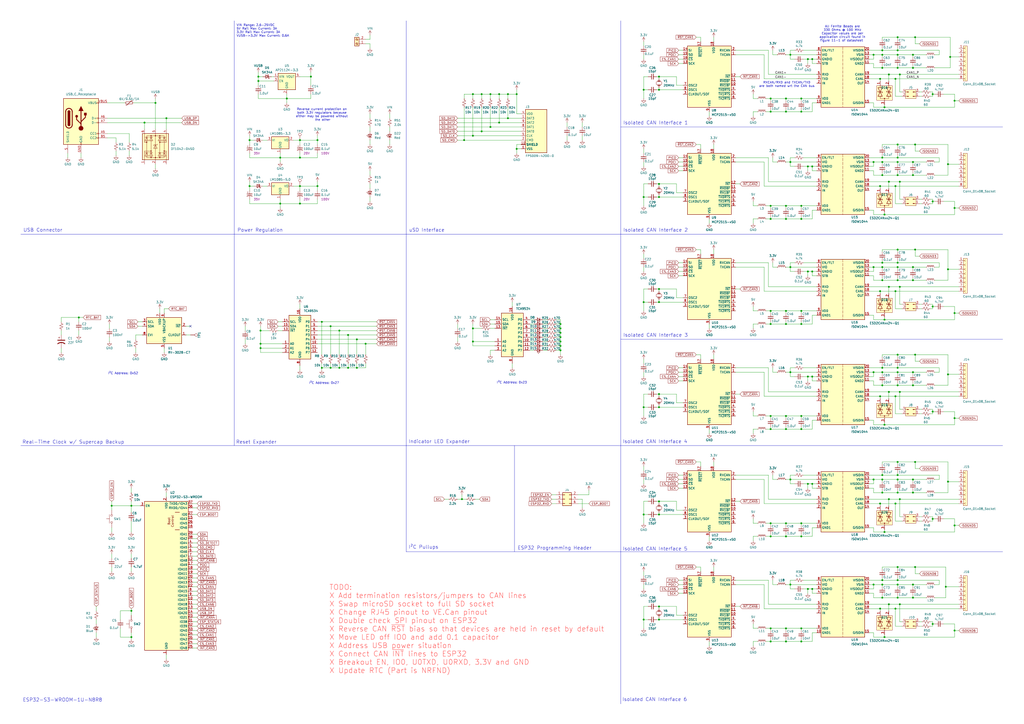
<source format=kicad_sch>
(kicad_sch (version 20250114) (generator "eeschema") (generator_version "9.0")
  (paper "A2")
  (title_block (title "CAN Bus Logging and Bridge") (rev "v01") (company "N.Poole for Rising Tide Research"))
  (lib_symbols
    (symbol "ISOW1044_1"
      (property "Reference" "U3" (at 4.826 -18.034 0))
      (property "Value" "ISOW1044" (at 4.826 -20.574 0))
      (symbol "ISOW1044_1_1_1"
        (pin input line (at -15.24 16.51 0) (length 2.54) (name "EN/FLT") (number "8"))
        (pin power_in line (at -15.24 13.97 0) (length 2.54) (name "VIO") (number "1"))
        (pin power_in line (at -15.24 11.43 0) (length 2.54) (name "GNDIO") (number "6"))
        (pin input line (at -15.24 8.89 0) (length 2.54) (name "STB") (number "4"))
        (pin output line (at -15.24 2.54 0) (length 2.54) (name "RXD") (number "5"))
        (pin input line (at -15.24 0 0) (length 2.54) (name "TXD") (number "3"))
        (pin input line (at -15.24 -2.54 0) (length 2.54) (name "IN") (number "2"))
        (pin power_in line (at -15.24 -11.43 0) (length 2.54) (name "VDD") (number "9"))
        (pin power_in line (at -15.24 -13.97 0) (length 2.54) (name "GND1") (number "10"))
        (pin no_connect line (at -12.7 -11.43 0) (length 2.54) (hide yes) (name "NC") (number "7"))
        (pin passive line (at 2.54 -19.05 90) (length 2.54) (hide yes) (name "GISOIN") (number "16"))
        (pin passive line (at 2.54 -19.05 90) (length 2.54) (hide yes) (name "GISOIN") (number "17"))
        (pin power_in line (at 15.24 16.51 180) (length 2.54) (name "VISOIN") (number "20"))
        (pin power_in line (at 15.24 13.97 180) (length 2.54) (name "VSIN") (number "13"))
        (pin power_out line (at 15.24 11.43 180) (length 2.54) (name "VISOOUT") (number "12"))
        (pin power_out line (at 15.24 8.89 180) (length 2.54) (name "GND2") (number "11"))
        (pin bidirectional line (at 15.24 2.54 180) (length 2.54) (name "CANH") (number "19"))
        (pin bidirectional line (at 15.24 0 180) (length 2.54) (name "CANL") (number "18"))
        (pin output line (at 15.24 -2.54 180) (length 2.54) (name "OUT") (number "14"))
        (pin passive line (at 15.24 -13.97 180) (length 2.54) (name "GISOIN") (number "15"))
        (pin passive line (at 15.24 -13.97 180) (length 2.54) (hide yes) (name "GISOIN") (number "16"))
        (pin passive line (at 15.24 -13.97 180) (length 2.54) (hide yes) (name "GISOIN") (number "17"))
      )
    )
    (symbol "ISOW1044_2"
      (property "Reference" "U3" (at 4.826 -18.034 0))
      (property "Value" "ISOW1044" (at 4.826 -20.574 0))
      (symbol "ISOW1044_2_1_1"
        (pin input line (at -15.24 16.51 0) (length 2.54) (name "EN/FLT") (number "8"))
        (pin power_in line (at -15.24 13.97 0) (length 2.54) (name "VIO") (number "1"))
        (pin power_in line (at -15.24 11.43 0) (length 2.54) (name "GNDIO") (number "6"))
        (pin input line (at -15.24 8.89 0) (length 2.54) (name "STB") (number "4"))
        (pin output line (at -15.24 2.54 0) (length 2.54) (name "RXD") (number "5"))
        (pin input line (at -15.24 0 0) (length 2.54) (name "TXD") (number "3"))
        (pin input line (at -15.24 -2.54 0) (length 2.54) (name "IN") (number "2"))
        (pin power_in line (at -15.24 -11.43 0) (length 2.54) (name "VDD") (number "9"))
        (pin power_in line (at -15.24 -13.97 0) (length 2.54) (name "GND1") (number "10"))
        (pin no_connect line (at -12.7 -11.43 0) (length 2.54) (hide yes) (name "NC") (number "7"))
        (pin passive line (at 2.54 -19.05 90) (length 2.54) (hide yes) (name "GISOIN") (number "16"))
        (pin passive line (at 2.54 -19.05 90) (length 2.54) (hide yes) (name "GISOIN") (number "17"))
        (pin power_in line (at 15.24 16.51 180) (length 2.54) (name "VISOIN") (number "20"))
        (pin power_in line (at 15.24 13.97 180) (length 2.54) (name "VSIN") (number "13"))
        (pin power_out line (at 15.24 11.43 180) (length 2.54) (name "VISOOUT") (number "12"))
        (pin power_out line (at 15.24 8.89 180) (length 2.54) (name "GND2") (number "11"))
        (pin bidirectional line (at 15.24 2.54 180) (length 2.54) (name "CANH") (number "19"))
        (pin bidirectional line (at 15.24 0 180) (length 2.54) (name "CANL") (number "18"))
        (pin output line (at 15.24 -2.54 180) (length 2.54) (name "OUT") (number "14"))
        (pin passive line (at 15.24 -13.97 180) (length 2.54) (name "GISOIN") (number "15"))
        (pin passive line (at 15.24 -13.97 180) (length 2.54) (hide yes) (name "GISOIN") (number "16"))
        (pin passive line (at 15.24 -13.97 180) (length 2.54) (hide yes) (name "GISOIN") (number "17"))
      )
    )
    (symbol "ISOW1044_3"
      (property "Reference" "U3" (at 4.826 -18.034 0))
      (property "Value" "ISOW1044" (at 4.826 -20.574 0))
      (symbol "ISOW1044_3_1_1"
        (pin input line (at -15.24 16.51 0) (length 2.54) (name "EN/FLT") (number "8"))
        (pin power_in line (at -15.24 13.97 0) (length 2.54) (name "VIO") (number "1"))
        (pin power_in line (at -15.24 11.43 0) (length 2.54) (name "GNDIO") (number "6"))
        (pin input line (at -15.24 8.89 0) (length 2.54) (name "STB") (number "4"))
        (pin output line (at -15.24 2.54 0) (length 2.54) (name "RXD") (number "5"))
        (pin input line (at -15.24 0 0) (length 2.54) (name "TXD") (number "3"))
        (pin input line (at -15.24 -2.54 0) (length 2.54) (name "IN") (number "2"))
        (pin power_in line (at -15.24 -11.43 0) (length 2.54) (name "VDD") (number "9"))
        (pin power_in line (at -15.24 -13.97 0) (length 2.54) (name "GND1") (number "10"))
        (pin no_connect line (at -12.7 -11.43 0) (length 2.54) (hide yes) (name "NC") (number "7"))
        (pin passive line (at 2.54 -19.05 90) (length 2.54) (hide yes) (name "GISOIN") (number "16"))
        (pin passive line (at 2.54 -19.05 90) (length 2.54) (hide yes) (name "GISOIN") (number "17"))
        (pin power_in line (at 15.24 16.51 180) (length 2.54) (name "VISOIN") (number "20"))
        (pin power_in line (at 15.24 13.97 180) (length 2.54) (name "VSIN") (number "13"))
        (pin power_out line (at 15.24 11.43 180) (length 2.54) (name "VISOOUT") (number "12"))
        (pin power_out line (at 15.24 8.89 180) (length 2.54) (name "GND2") (number "11"))
        (pin bidirectional line (at 15.24 2.54 180) (length 2.54) (name "CANH") (number "19"))
        (pin bidirectional line (at 15.24 0 180) (length 2.54) (name "CANL") (number "18"))
        (pin output line (at 15.24 -2.54 180) (length 2.54) (name "OUT") (number "14"))
        (pin passive line (at 15.24 -13.97 180) (length 2.54) (name "GISOIN") (number "15"))
        (pin passive line (at 15.24 -13.97 180) (length 2.54) (hide yes) (name "GISOIN") (number "16"))
        (pin passive line (at 15.24 -13.97 180) (length 2.54) (hide yes) (name "GISOIN") (number "17"))
      )
    )
    (symbol "ISOW1044_4"
      (property "Reference" "U3" (at 4.826 -18.034 0))
      (property "Value" "ISOW1044" (at 4.826 -20.574 0))
      (symbol "ISOW1044_4_1_1"
        (pin input line (at -15.24 16.51 0) (length 2.54) (name "EN/FLT") (number "8"))
        (pin power_in line (at -15.24 13.97 0) (length 2.54) (name "VIO") (number "1"))
        (pin power_in line (at -15.24 11.43 0) (length 2.54) (name "GNDIO") (number "6"))
        (pin input line (at -15.24 8.89 0) (length 2.54) (name "STB") (number "4"))
        (pin output line (at -15.24 2.54 0) (length 2.54) (name "RXD") (number "5"))
        (pin input line (at -15.24 0 0) (length 2.54) (name "TXD") (number "3"))
        (pin input line (at -15.24 -2.54 0) (length 2.54) (name "IN") (number "2"))
        (pin power_in line (at -15.24 -11.43 0) (length 2.54) (name "VDD") (number "9"))
        (pin power_in line (at -15.24 -13.97 0) (length 2.54) (name "GND1") (number "10"))
        (pin no_connect line (at -12.7 -11.43 0) (length 2.54) (hide yes) (name "NC") (number "7"))
        (pin passive line (at 2.54 -19.05 90) (length 2.54) (hide yes) (name "GISOIN") (number "16"))
        (pin passive line (at 2.54 -19.05 90) (length 2.54) (hide yes) (name "GISOIN") (number "17"))
        (pin power_in line (at 15.24 16.51 180) (length 2.54) (name "VISOIN") (number "20"))
        (pin power_in line (at 15.24 13.97 180) (length 2.54) (name "VSIN") (number "13"))
        (pin power_out line (at 15.24 11.43 180) (length 2.54) (name "VISOOUT") (number "12"))
        (pin power_out line (at 15.24 8.89 180) (length 2.54) (name "GND2") (number "11"))
        (pin bidirectional line (at 15.24 2.54 180) (length 2.54) (name "CANH") (number "19"))
        (pin bidirectional line (at 15.24 0 180) (length 2.54) (name "CANL") (number "18"))
        (pin output line (at 15.24 -2.54 180) (length 2.54) (name "OUT") (number "14"))
        (pin passive line (at 15.24 -13.97 180) (length 2.54) (name "GISOIN") (number "15"))
        (pin passive line (at 15.24 -13.97 180) (length 2.54) (hide yes) (name "GISOIN") (number "16"))
        (pin passive line (at 15.24 -13.97 180) (length 2.54) (hide yes) (name "GISOIN") (number "17"))
      )
    )
    (symbol "ISOW1044_5"
      (property "Reference" "U3" (at 4.826 -18.034 0))
      (property "Value" "ISOW1044" (at 4.826 -20.574 0))
      (symbol "ISOW1044_5_1_1"
        (pin input line (at -15.24 16.51 0) (length 2.54) (name "EN/FLT") (number "8"))
        (pin power_in line (at -15.24 13.97 0) (length 2.54) (name "VIO") (number "1"))
        (pin power_in line (at -15.24 11.43 0) (length 2.54) (name "GNDIO") (number "6"))
        (pin input line (at -15.24 8.89 0) (length 2.54) (name "STB") (number "4"))
        (pin output line (at -15.24 2.54 0) (length 2.54) (name "RXD") (number "5"))
        (pin input line (at -15.24 0 0) (length 2.54) (name "TXD") (number "3"))
        (pin input line (at -15.24 -2.54 0) (length 2.54) (name "IN") (number "2"))
        (pin power_in line (at -15.24 -11.43 0) (length 2.54) (name "VDD") (number "9"))
        (pin power_in line (at -15.24 -13.97 0) (length 2.54) (name "GND1") (number "10"))
        (pin no_connect line (at -12.7 -11.43 0) (length 2.54) (hide yes) (name "NC") (number "7"))
        (pin passive line (at 2.54 -19.05 90) (length 2.54) (hide yes) (name "GISOIN") (number "16"))
        (pin passive line (at 2.54 -19.05 90) (length 2.54) (hide yes) (name "GISOIN") (number "17"))
        (pin power_in line (at 15.24 16.51 180) (length 2.54) (name "VISOIN") (number "20"))
        (pin power_in line (at 15.24 13.97 180) (length 2.54) (name "VSIN") (number "13"))
        (pin power_out line (at 15.24 11.43 180) (length 2.54) (name "VISOOUT") (number "12"))
        (pin power_out line (at 15.24 8.89 180) (length 2.54) (name "GND2") (number "11"))
        (pin bidirectional line (at 15.24 2.54 180) (length 2.54) (name "CANH") (number "19"))
        (pin bidirectional line (at 15.24 0 180) (length 2.54) (name "CANL") (number "18"))
        (pin output line (at 15.24 -2.54 180) (length 2.54) (name "OUT") (number "14"))
        (pin passive line (at 15.24 -13.97 180) (length 2.54) (name "GISOIN") (number "15"))
        (pin passive line (at 15.24 -13.97 180) (length 2.54) (hide yes) (name "GISOIN") (number "16"))
        (pin passive line (at 15.24 -13.97 180) (length 2.54) (hide yes) (name "GISOIN") (number "17"))
      )
    )
    (symbol "Logging_Bridge_Lib:0.1uF_0402_16V_10%" (pin_numbers (hide yes)) (pin_names (offset 0.254))
      (property "Reference" "C" (at 0.635 2.54 0))
      (property "Value" "0.1uF" (at 0.635 -2.54 0))
      (property "Voltage" "16V" (at 0 -6.35 0))
      (property "Tolerance" "10%" (at 0 -8.89 0))
      (symbol "0.1uF_0402_16V_10%_1_1"
        (pin passive line (at 0 2.54 270) (length 2.032) (name "~") (number "1"))
        (pin passive line (at 0 -2.54 90) (length 2.032) (name "~") (number "2"))
      )
    )
    (symbol "Logging_Bridge_Lib:0.1uF_0603_100V_10%" (pin_numbers (hide yes)) (pin_names (offset 0.254))
      (property "Reference" "C" (at 0.635 2.54 0))
      (property "Value" "0.1uF" (at 0.635 -2.54 0))
      (property "Voltage" "100V" (at 0 -6.35 0))
      (property "Tolerance" "10%" (at 0 -8.89 0))
      (symbol "0.1uF_0603_100V_10%_1_1"
        (pin passive line (at 0 2.54 270) (length 2.032) (name "~") (number "1"))
        (pin passive line (at 0 -2.54 90) (length 2.032) (name "~") (number "2"))
      )
    )
    (symbol "Logging_Bridge_Lib:1.0uF_0402_16V_10%" (pin_numbers (hide yes)) (pin_names (offset 0.254))
      (property "Reference" "C" (at 0.635 2.54 0))
      (property "Value" "1.0uF" (at 0.635 -2.54 0))
      (property "Voltage" "16V" (at 0 -6.35 0))
      (property "Tolerance" "10%" (at 0 -8.89 0))
      (symbol "1.0uF_0402_16V_10%_1_1"
        (pin passive line (at 0 2.54 270) (length 2.032) (name "~") (number "1"))
        (pin passive line (at 0 -2.54 90) (length 2.032) (name "~") (number "2"))
      )
    )
    (symbol "Logging_Bridge_Lib:100uF_2917_20V_10%_Polar(Tant)" (pin_numbers (hide yes)) (pin_names (offset 0.254) (hide yes))
      (property "Reference" "C" (at 2.54 1.27 0))
      (property "Value" "10uF" (at 2.54 -1.27 0))
      (property "Voltage" "20V" (at 0 -7.62 0))
      (property "Tolerance" "10%" (at 0 -10.16 0))
      (symbol "100uF_2917_20V_10%_Polar(Tant)_1_1"
        (pin passive line (at 0 2.54 270) (length 2.032) (name "~") (number "1"))
        (pin passive line (at 0 -2.54 90) (length 2.032) (name "~") (number "2"))
      )
    )
    (symbol "Logging_Bridge_Lib:10k_0402" (pin_numbers (hide yes)) (pin_names (offset 0))
      (property "Reference" "R" (at 0 -2.54 0))
      (property "Value" "10k" (at 0 2.54 0))
      (symbol "10k_0402_1_1"
        (pin passive line (at -2.54 0 0) (length 1.016) (name "~") (number "1"))
        (pin passive line (at 2.54 0 180) (length 1.016) (name "~") (number "2"))
      )
    )
    (symbol "Logging_Bridge_Lib:10nF_0402_25V_10%" (pin_numbers (hide yes)) (pin_names (offset 0.254))
      (property "Reference" "C" (at 0.635 2.54 0))
      (property "Value" "10nF" (at 0.635 -2.54 0))
      (property "Voltage" "25V" (at 0 -6.35 0))
      (property "Tolerance" "10%" (at 0 -8.89 0))
      (symbol "10nF_0402_25V_10%_1_1"
        (pin passive line (at 0 2.54 270) (length 2.032) (name "~") (number "1"))
        (pin passive line (at 0 -2.54 90) (length 2.032) (name "~") (number "2"))
      )
    )
    (symbol "Logging_Bridge_Lib:10uF_0402_6.3V_20%" (pin_numbers (hide yes)) (pin_names (offset 0.254))
      (property "Reference" "C" (at 0.635 2.54 0))
      (property "Value" "10uF" (at 0.635 -2.54 0))
      (property "Voltage" "6.3V" (at 0 -6.35 0))
      (property "Tolerance" "20%" (at 0 -8.89 0))
      (symbol "10uF_0402_6.3V_20%_1_1"
        (pin passive line (at 0 2.54 270) (length 2.032) (name "~") (number "1"))
        (pin passive line (at 0 -2.54 90) (length 2.032) (name "~") (number "2"))
      )
    )
    (symbol "Logging_Bridge_Lib:10uF_2917_35V_20%_Polar(Tant)" (pin_numbers (hide yes)) (pin_names (offset 0.254) (hide yes))
      (property "Reference" "C" (at 2.54 1.27 0))
      (property "Value" "10uF" (at 2.54 -1.27 0))
      (property "Voltage" "35V" (at 0 -7.62 0))
      (property "Tolerance" "20%" (at 0 -10.16 0))
      (symbol "10uF_2917_35V_20%_Polar(Tant)_1_1"
        (pin passive line (at 0 2.54 270) (length 2.032) (name "~") (number "1"))
        (pin passive line (at 0 -2.54 90) (length 2.032) (name "~") (number "2"))
      )
    )
    (symbol "Logging_Bridge_Lib:15pF_0402_50V_5%" (pin_numbers (hide yes)) (pin_names (offset 0.254))
      (property "Reference" "C" (at 0.635 2.54 0))
      (property "Value" "15pF" (at 0.635 -2.54 0))
      (property "Voltage" "50V" (at 0 -6.35 0))
      (property "Tolerance" "5%" (at 0 -8.89 0))
      (symbol "15pF_0402_50V_5%_1_1"
        (pin passive line (at 0 2.54 270) (length 2.032) (name "~") (number "1"))
        (pin passive line (at 0 -2.54 90) (length 2.032) (name "~") (number "2"))
      )
    )
    (symbol "Logging_Bridge_Lib:1k_0402" (pin_numbers (hide yes)) (pin_names (offset 0))
      (property "Reference" "R" (at 0 -2.54 0))
      (property "Value" "1k" (at 0 2.54 0))
      (symbol "1k_0402_1_1"
        (pin passive line (at -2.54 0 0) (length 1.016) (name "~") (number "1"))
        (pin passive line (at 2.54 0 180) (length 1.016) (name "~") (number "2"))
      )
    )
    (symbol "Logging_Bridge_Lib:2.0k_1206" (pin_numbers (hide yes)) (pin_names (offset 0))
      (property "Reference" "R" (at 0 -2.54 0))
      (property "Value" "2.0k" (at 0 2.54 0))
      (symbol "2.0k_1206_1_1"
        (pin passive line (at -2.54 0 0) (length 1.016) (name "~") (number "1"))
        (pin passive line (at 2.54 0 180) (length 1.016) (name "~") (number "2"))
      )
    )
    (symbol "Logging_Bridge_Lib:2.2k_0402" (pin_numbers (hide yes)) (pin_names (offset 0))
      (property "Reference" "R" (at 0 -2.54 0))
      (property "Value" "2.2k" (at 0 2.54 0))
      (symbol "2.2k_0402_1_1"
        (pin passive line (at -2.54 0 0) (length 1.016) (name "~") (number "1"))
        (pin passive line (at 2.54 0 180) (length 1.016) (name "~") (number "2"))
      )
    )
    (symbol "Logging_Bridge_Lib:22F_Supercap_DSK-414" (pin_numbers (hide yes)) (pin_names (offset 0.254) (hide yes))
      (property "Reference" "C" (at 0.635 2.54 0))
      (property "Value" "22F" (at 0.635 -2.54 0))
      (symbol "22F_Supercap_DSK-414_1_1"
        (pin passive line (at 0 3.81 270) (length 2.794) (name "~") (number "+"))
        (pin passive line (at 0 -3.81 90) (length 3.302) (name "~") (number "-"))
      )
    )
    (symbol "Logging_Bridge_Lib:3.3V" (power) (pin_names (offset 0))
      (property "Value" "3.3V" (at 0 3.81 0))
      (symbol "3.3V_1_1"
        (pin power_in line (at 0 0 90) (length 0) (hide yes) (name "3.3V") (number "1"))
      )
    )
    (symbol "Logging_Bridge_Lib:4.7k_0402" (pin_numbers (hide yes)) (pin_names (offset 0))
      (property "Reference" "R" (at 0 -2.54 0))
      (property "Value" "4.7k" (at 0 2.54 0))
      (symbol "4.7k_0402_1_1"
        (pin passive line (at -2.54 0 0) (length 1.016) (name "~") (number "1"))
        (pin passive line (at 2.54 0 180) (length 1.016) (name "~") (number "2"))
      )
    )
    (symbol "Logging_Bridge_Lib:4.7nF_0402" (pin_numbers (hide yes)) (pin_names (offset 0.254))
      (property "Reference" "C" (at 0.635 2.54 0))
      (property "Value" "4.7nF" (at 0.635 -2.54 0))
      (symbol "4.7nF_0402_1_1"
        (pin passive line (at 0 2.54 270) (length 2.032) (name "~") (number "1"))
        (pin passive line (at 0 -2.54 90) (length 2.032) (name "~") (number "2"))
      )
    )
    (symbol "Logging_Bridge_Lib:4.7uF_0402_6.3V_10%" (pin_numbers (hide yes)) (pin_names (offset 0.254))
      (property "Reference" "C" (at 0.635 2.54 0))
      (property "Value" "4.7uF" (at 0.635 -2.54 0))
      (property "Voltage" "6.3V" (at 0 -6.35 0))
      (property "Tolerance" "20%" (at 0 -8.89 0))
      (symbol "4.7uF_0402_6.3V_10%_1_1"
        (pin passive line (at 0 2.54 270) (length 2.032) (name "~") (number "1"))
        (pin passive line (at 0 -2.54 90) (length 2.032) (name "~") (number "2"))
      )
    )
    (symbol "Logging_Bridge_Lib:470_0402" (pin_numbers (hide yes)) (pin_names (offset 0))
      (property "Reference" "R" (at 0 -2.54 0))
      (property "Value" "470" (at 0 2.54 0))
      (symbol "470_0402_1_1"
        (pin passive line (at -2.54 0 0) (length 1.016) (name "~") (number "1"))
        (pin passive line (at 2.54 0 180) (length 1.016) (name "~") (number "2"))
      )
    )
    (symbol "Logging_Bridge_Lib:5.1k_0402" (pin_numbers (hide yes)) (pin_names (offset 0))
      (property "Reference" "R" (at 0 -2.54 0))
      (property "Value" "5.1k" (at 0 2.54 0))
      (symbol "5.1k_0402_1_1"
        (pin passive line (at -2.54 0 0) (length 1.016) (name "~") (number "1"))
        (pin passive line (at 2.54 0 180) (length 1.016) (name "~") (number "2"))
      )
    )
    (symbol "Logging_Bridge_Lib:5V" (power) (pin_names (offset 0))
      (property "Value" "5V" (at 0 3.81 0))
      (symbol "5V_1_1"
        (pin power_in line (at 0 0 90) (length 0) (hide yes) (name "5V") (number "1"))
      )
    )
    (symbol "Logging_Bridge_Lib:60_0402_1" (pin_numbers (hide yes)) (pin_names (offset 0))
      (property "Reference" "R" (at 0 -2.54 0))
      (property "Value" "60" (at 0 2.54 0))
      (symbol "60_0402_1_1_1"
        (pin passive line (at -2.54 0 0) (length 1.016) (name "~") (number "1"))
        (pin passive line (at 2.54 0 180) (length 1.016) (name "~") (number "2"))
      )
    )
    (symbol "Logging_Bridge_Lib:AP2112K-3.3"
      (property "Reference" "U3" (at 0 13.97 0))
      (property "Value" "AP2112K-3.3" (at 0 11.43 0))
      (property "VMax" "6V" (at 0 8.89 0) (show_name))
      (property "IMax" "600mA" (at 0 6.35 0) (show_name))
      (symbol "AP2112K-3.3_1_1"
        (pin power_in line (at -7.62 2.54 0) (length 2.54) (name "VIN") (number "1"))
        (pin input line (at -7.62 0 0) (length 2.54) (name "EN") (number "3"))
        (pin power_in line (at 0 -7.62 90) (length 2.54) (name "GND") (number "2"))
        (pin no_connect line (at 5.08 0 180) (length 2.54) (hide yes) (name "NC") (number "4"))
        (pin power_out line (at 7.62 2.54 180) (length 2.54) (name "VOUT") (number "5"))
      )
    )
    (symbol "Logging_Bridge_Lib:Conn_01x04_Pin" (pin_names (offset 1.016) (hide yes))
      (property "Reference" "J" (at -2.54 3.81 0))
      (property "Value" "Conn_02x02_Pin" (at 0 -4.318 0))
      (symbol "Conn_01x04_Pin_1_1"
        (pin passive line (at -5.08 1.27 0) (length 2.54) (name "Pin_1") (number "1"))
        (pin passive line (at -5.08 -1.27 0) (length 2.54) (name "Pin_3") (number "3"))
        (pin passive line (at 5.08 1.27 180) (length 2.54) (name "Pin_2") (number "2"))
        (pin passive line (at 5.08 -1.27 180) (length 2.54) (name "Pin_4") (number "4"))
      )
    )
    (symbol "Logging_Bridge_Lib:Conn_01x08_Socket" (pin_names (offset 1.016) (hide yes))
      (property "Reference" "J" (at 0 10.16 0))
      (property "Value" "Conn_01x08_Socket" (at 0 -12.7 0))
      (symbol "Conn_01x08_Socket_1_1"
        (pin passive line (at -3.81 7.62 0) (length 2.54) (name "Pin_1") (number "1"))
        (pin passive line (at -3.81 5.08 0) (length 2.54) (name "Pin_2") (number "2"))
        (pin passive line (at -3.81 2.54 0) (length 2.54) (name "Pin_3") (number "3"))
        (pin passive line (at -3.81 0 0) (length 2.54) (name "Pin_4") (number "4"))
        (pin passive line (at -3.81 -2.54 0) (length 2.54) (name "Pin_5") (number "5"))
        (pin passive line (at -3.81 -5.08 0) (length 2.54) (name "Pin_6") (number "6"))
        (pin passive line (at -3.81 -7.62 0) (length 2.54) (name "Pin_7") (number "7"))
        (pin passive line (at -3.81 -10.16 0) (length 2.54) (name "Pin_8") (number "8"))
      )
    )
    (symbol "Logging_Bridge_Lib:Conn_02x03_Odd_Even" (pin_names (offset 1.016) (hide yes))
      (property "Reference" "J" (at 1.27 5.08 0))
      (property "Value" "Conn_02x03_Odd_Even" (at 1.27 -5.08 0))
      (symbol "Conn_02x03_Odd_Even_1_1"
        (pin passive line (at -5.08 2.54 0) (length 3.81) (name "Pin_1") (number "1"))
        (pin passive line (at -5.08 0 0) (length 3.81) (name "Pin_3") (number "3"))
        (pin passive line (at -5.08 -2.54 0) (length 3.81) (name "Pin_5") (number "5"))
        (pin passive line (at 7.62 2.54 180) (length 3.81) (name "Pin_2") (number "2"))
        (pin passive line (at 7.62 0 180) (length 3.81) (name "Pin_4") (number "4"))
        (pin passive line (at 7.62 -2.54 180) (length 3.81) (name "Pin_6") (number "6"))
      )
    )
    (symbol "Logging_Bridge_Lib:Crystal_20MHz_2.0x1.6mm" (pin_numbers (hide yes)) (pin_names (offset 1.016) (hide yes))
      (property "Reference" "Y" (at 0 2.54 0))
      (property "Value" "20MHz" (at 0 -2.54 0))
      (symbol "Crystal_20MHz_2.0x1.6mm_1_1"
        (pin passive line (at -2.54 0 0) (length 1.27) (name "1") (number "1"))
        (pin passive line (at 2.54 0 180) (length 1.27) (name "2") (number "2"))
      )
    )
    (symbol "Logging_Bridge_Lib:D_Schottky_3A_40V_0.55V" (pin_numbers (hide yes)) (pin_names (offset 1.016) (hide yes))
      (property "Reference" "D" (at 0 2.54 0))
      (property "Value" "SK34A" (at 0 -2.54 0))
      (property "IMax" "3A" (at 0 -5.08 0))
      (property "VDrop" "0.55V" (at 0 -10.16 0))
      (property "VMax" "40V" (at 0 -7.62 0))
      (symbol "D_Schottky_3A_40V_0.55V_1_1"
        (pin passive line (at -2.54 0 0) (length 1.778) (name "K") (number "C"))
        (pin passive line (at 2.54 0 180) (length 1.778) (name "A") (number "A"))
      )
    )
    (symbol "Logging_Bridge_Lib:D_TVS_ESD_USB" (pin_names (hide yes))
      (property "Reference" "D" (at -8.636 -2.794 90))
      (property "Value" "DT1042-04SO" (at 9.398 -8.382 90))
      (symbol "D_TVS_ESD_USB_1_1"
        (pin passive line (at -6.35 8.89 270) (length 2.54) (name "I/O4") (number "6"))
        (pin passive line (at -6.35 -11.43 90) (length 2.54) (name "I/O1") (number "1"))
        (pin passive line (at 0 8.89 270) (length 2.54) (name "VCC") (number "5"))
        (pin passive line (at 0 -11.43 90) (length 2.54) (name "GND") (number "2"))
        (pin passive line (at 6.35 8.89 270) (length 2.54) (name "I/O3") (number "4"))
        (pin passive line (at 6.35 -11.43 90) (length 2.54) (name "I/O2") (number "3"))
      )
    )
    (symbol "Logging_Bridge_Lib:ESD2CANxx24-Q1" (pin_names (offset 1.016) (hide yes))
      (property "Reference" "D" (at 4.064 8.382 0))
      (property "Value" "ESD2CANxx24-Q1" (at 11.684 -2.286 0))
      (symbol "ESD2CANxx24-Q1_1_1"
        (pin passive line (at -2.54 10.16 270) (length 2.54) (name "A1") (number "1"))
        (pin passive line (at 0 -3.81 90) (length 2.54) (name "common") (number "3"))
        (pin passive line (at 2.54 10.16 270) (length 2.54) (name "A2") (number "2"))
      )
    )
    (symbol "Logging_Bridge_Lib:ESP32-S3-WROOM"
      (property "Reference" "U" (at -12.7 48.26 0))
      (property "Value" "ESP32-S3-WROOM" (at 1.27 48.26 0))
      (symbol "ESP32-S3-WROOM_1_1"
        (text "Boot\nControl" (at 2.54 35.56 900) (effects (font (size 1.27 1.27))))
        (pin input line (at -15.24 44.45 0) (length 2.54) (name "EN") (number "3"))
        (pin power_in line (at 0 49.53 270) (length 2.54) (name "VDD") (number "2"))
        (pin power_in line (at 0 -41.91 90) (length 2.54) (name "GND") (number "1"))
        (pin passive line (at 0 -41.91 90) (length 2.54) (hide yes) (name "GND") (number "40"))
        (pin passive line (at 0 -41.91 90) (length 2.54) (hide yes) (name "GND") (number "41.1"))
        (pin passive line (at 0 -41.91 90) (length 2.54) (hide yes) (name "GND") (number "41.2"))
        (pin passive line (at 0 -41.91 90) (length 2.54) (hide yes) (name "GND") (number "41.3"))
        (pin passive line (at 0 -41.91 90) (length 2.54) (hide yes) (name "GND") (number "41.4"))
        (pin passive line (at 0 -41.91 90) (length 2.54) (hide yes) (name "GND") (number "41.5"))
        (pin passive line (at 0 -41.91 90) (length 2.54) (hide yes) (name "GND") (number "41.6"))
        (pin passive line (at 0 -41.91 90) (length 2.54) (hide yes) (name "GND") (number "41.7"))
        (pin passive line (at 0 -41.91 90) (length 2.54) (hide yes) (name "GND") (number "41.8"))
        (pin passive line (at 0 -41.91 90) (length 2.54) (hide yes) (name "GND") (number "41.9"))
        (pin bidirectional line (at 15.24 45.72 180) (length 2.54) (name "TXD0/IO43") (number "37"))
        (pin bidirectional line (at 15.24 43.18 180) (length 2.54) (name "RXD0/IO44") (number "36"))
        (pin bidirectional line (at 15.24 39.37 180) (length 2.54) (name "IO0") (number "27"))
        (pin bidirectional line (at 15.24 36.83 180) (length 2.54) (name "IOA3") (number "15"))
        (pin bidirectional line (at 15.24 34.29 180) (length 2.54) (name "IO45") (number "26"))
        (pin bidirectional line (at 15.24 31.75 180) (length 2.54) (name "IO46") (number "16"))
        (pin bidirectional line (at 15.24 27.94 180) (length 2.54) (name "IOA1") (number "39"))
        (pin bidirectional line (at 15.24 25.4 180) (length 2.54) (name "IOA2") (number "38"))
        (pin bidirectional line (at 15.24 22.86 180) (length 2.54) (name "IOA4") (number "4"))
        (pin bidirectional line (at 15.24 20.32 180) (length 2.54) (name "IOA5") (number "5"))
        (pin bidirectional line (at 15.24 17.78 180) (length 2.54) (name "IOA6") (number "6"))
        (pin bidirectional line (at 15.24 15.24 180) (length 2.54) (name "IOA7") (number "7"))
        (pin bidirectional line (at 15.24 12.7 180) (length 2.54) (name "IOA8") (number "12"))
        (pin bidirectional line (at 15.24 10.16 180) (length 2.54) (name "IOA9") (number "17"))
        (pin bidirectional line (at 15.24 7.62 180) (length 2.54) (name "IOA10") (number "18"))
        (pin bidirectional line (at 15.24 5.08 180) (length 2.54) (name "IOA11") (number "19"))
        (pin bidirectional line (at 15.24 2.54 180) (length 2.54) (name "IOA12") (number "20"))
        (pin bidirectional line (at 15.24 0 180) (length 2.54) (name "IOA13") (number "21"))
        (pin bidirectional line (at 15.24 -2.54 180) (length 2.54) (name "IOA14") (number "22"))
        (pin bidirectional line (at 15.24 -5.08 180) (length 2.54) (name "IOA15") (number "8"))
        (pin bidirectional line (at 15.24 -7.62 180) (length 2.54) (name "IOA16") (number "9"))
        (pin bidirectional line (at 15.24 -10.16 180) (length 2.54) (name "IOA17") (number "10"))
        (pin bidirectional line (at 15.24 -12.7 180) (length 2.54) (name "IOA18") (number "11"))
        (pin bidirectional line (at 15.24 -15.24 180) (length 2.54) (name "IOA19") (number "13"))
        (pin bidirectional line (at 15.24 -17.78 180) (length 2.54) (name "IOA20") (number "14"))
        (pin bidirectional line (at 15.24 -20.32 180) (length 2.54) (name "IO21") (number "23"))
        (pin bidirectional line (at 15.24 -22.86 180) (length 2.54) (name "IO38") (number "31"))
        (pin bidirectional line (at 15.24 -25.4 180) (length 2.54) (name "IO39") (number "32"))
        (pin bidirectional line (at 15.24 -27.94 180) (length 2.54) (name "IO40") (number "33"))
        (pin bidirectional line (at 15.24 -30.48 180) (length 2.54) (name "IO41") (number "34"))
        (pin bidirectional line (at 15.24 -33.02 180) (length 2.54) (name "IO42") (number "35"))
        (pin bidirectional line (at 15.24 -35.56 180) (length 2.54) (name "IO47") (number "24"))
        (pin bidirectional line (at 15.24 -38.1 180) (length 2.54) (name "IO48") (number "25"))
      )
    )
    (symbol "Logging_Bridge_Lib:FPS009-4200-0"
      (property "Reference" "J" (at -6.096 17.526 0))
      (property "Value" "FPS009-4200-0" (at -6.096 14.986 0))
      (symbol "FPS009-4200-0_1_1"
        (pin passive line (at -8.89 10.16 0) (length 2.54) (name "VDD") (number "4"))
        (pin passive line (at -8.89 7.62 0) (length 2.54) (name "DAT3") (number "1"))
        (pin passive line (at -8.89 5.08 0) (length 2.54) (name "DAT2") (number "9"))
        (pin passive line (at -8.89 2.54 0) (length 2.54) (name "DAT1") (number "8"))
        (pin passive line (at -8.89 0 0) (length 2.54) (name "DAT0") (number "7"))
        (pin passive line (at -8.89 -2.54 0) (length 2.54) (name "CLK") (number "5"))
        (pin passive line (at -8.89 -5.08 0) (length 2.54) (name "CMD") (number "2"))
        (pin passive line (at -8.89 -7.62 0) (length 2.54) (name "SHIELD") (number "10"))
        (pin passive line (at -8.89 -7.62 0) (length 2.54) (name "SHIELD") (number "11"))
        (pin passive line (at -8.89 -7.62 0) (length 2.54) (name "SHIELD") (number "12"))
        (pin passive line (at -8.89 -7.62 0) (length 2.54) (name "SHIELD") (number "13"))
        (pin passive line (at -8.89 -10.16 0) (length 2.54) (name "VSS") (number "3"))
        (pin passive line (at -8.89 -10.16 0) (length 2.54) (name "VSS") (number "6"))
      )
    )
    (symbol "Logging_Bridge_Lib:Ferrite_Bead_0402" (pin_numbers (hide yes)) (pin_names (offset 1.016) (hide yes))
      (property "Reference" "L" (at 0 2.54 0))
      (property "Value" "330 OHM" (at 0 -1.778 0))
      (property "Frequency" "100MHz" (at 0 -3.81 0))
      (symbol "Ferrite_Bead_0402_1_1"
        (pin passive line (at -2.54 0 0) (length 0.508) (name "~") (number "1"))
        (pin passive line (at 2.54 0 180) (length 0.508) (name "~") (number "2"))
      )
    )
    (symbol "Logging_Bridge_Lib:Fuse 6V/0.5A/1A" (pin_numbers (hide yes)) (pin_names (offset 0))
      (property "Reference" "F" (at 0 2.54 0))
      (property "Value" "6V/0.5A/1A" (at 0 -2.54 0))
      (symbol "Fuse 6V/0.5A/1A_1_1"
        (pin passive line (at -2.54 0 0) (length 0.635) (name "~") (number "1"))
        (pin passive line (at 2.54 0 180) (length 0.635) (name "~") (number "2"))
      )
    )
    (symbol "Logging_Bridge_Lib:GND" (power) (pin_names (offset 0))
      (property "Value" "GND" (at 0 -3.81 0))
      (symbol "GND_1_1"
        (pin power_in line (at 0 0 270) (length 0) (hide yes) (name "GND") (number "1"))
      )
    )
    (symbol "Logging_Bridge_Lib:ISOW1044"
      (property "Reference" "U3" (at 4.826 -18.034 0))
      (property "Value" "ISOW1044" (at 4.826 -20.574 0))
      (symbol "ISOW1044_1_1"
        (pin input line (at -15.24 16.51 0) (length 2.54) (name "EN/FLT") (number "8"))
        (pin power_in line (at -15.24 13.97 0) (length 2.54) (name "VIO") (number "1"))
        (pin power_in line (at -15.24 11.43 0) (length 2.54) (name "GNDIO") (number "6"))
        (pin input line (at -15.24 8.89 0) (length 2.54) (name "STB") (number "4"))
        (pin output line (at -15.24 2.54 0) (length 2.54) (name "RXD") (number "5"))
        (pin input line (at -15.24 0 0) (length 2.54) (name "TXD") (number "3"))
        (pin input line (at -15.24 -2.54 0) (length 2.54) (name "IN") (number "2"))
        (pin power_in line (at -15.24 -11.43 0) (length 2.54) (name "VDD") (number "9"))
        (pin power_in line (at -15.24 -13.97 0) (length 2.54) (name "GND1") (number "10"))
        (pin no_connect line (at -12.7 -11.43 0) (length 2.54) (hide yes) (name "NC") (number "7"))
        (pin passive line (at 2.54 -19.05 90) (length 2.54) (hide yes) (name "GISOIN") (number "16"))
        (pin passive line (at 2.54 -19.05 90) (length 2.54) (hide yes) (name "GISOIN") (number "17"))
        (pin power_in line (at 15.24 16.51 180) (length 2.54) (name "VISOIN") (number "20"))
        (pin power_in line (at 15.24 13.97 180) (length 2.54) (name "VSIN") (number "13"))
        (pin power_out line (at 15.24 11.43 180) (length 2.54) (name "VISOOUT") (number "12"))
        (pin power_out line (at 15.24 8.89 180) (length 2.54) (name "GND2") (number "11"))
        (pin bidirectional line (at 15.24 2.54 180) (length 2.54) (name "CANH") (number "19"))
        (pin bidirectional line (at 15.24 0 180) (length 2.54) (name "CANL") (number "18"))
        (pin output line (at 15.24 -2.54 180) (length 2.54) (name "OUT") (number "14"))
        (pin passive line (at 15.24 -13.97 180) (length 2.54) (name "GISOIN") (number "15"))
        (pin passive line (at 15.24 -13.97 180) (length 2.54) (hide yes) (name "GISOIN") (number "16"))
        (pin passive line (at 15.24 -13.97 180) (length 2.54) (hide yes) (name "GISOIN") (number "17"))
      )
    )
    (symbol "Logging_Bridge_Lib:LED_Blue_0603" (pin_numbers (hide yes)) (pin_names (offset 1.016) (hide yes))
      (property "Reference" "D" (at 0 2.54 0))
      (property "Value" "Blue" (at 0 -2.54 0))
      (symbol "LED_Blue_0603_1_1"
        (pin passive line (at -2.54 0 0) (length 1.778) (name "K") (number "1"))
        (pin passive line (at 2.54 0 180) (length 1.778) (name "A") (number "2"))
      )
    )
    (symbol "Logging_Bridge_Lib:LED_Red_0603" (pin_numbers (hide yes)) (pin_names (offset 1.016) (hide yes))
      (property "Reference" "D" (at 0 2.54 0))
      (property "Value" "Red" (at 0 -2.54 0))
      (symbol "LED_Red_0603_1_1"
        (pin passive line (at -2.54 0 0) (length 1.778) (name "K") (number "1"))
        (pin passive line (at 2.54 0 180) (length 1.778) (name "A") (number "2"))
      )
    )
    (symbol "Logging_Bridge_Lib:LM1085-3.3" (pin_names (offset 0.254))
      (property "Reference" "U" (at -3.81 3.175 0))
      (property "Value" "LM1085-3.3" (at 0 3.175 0))
      (symbol "LM1085-3.3_1_1"
        (pin power_in line (at -7.62 0 0) (length 2.54) (name "VI") (number "3"))
        (pin power_in line (at 0 -7.62 90) (length 2.54) (name "GND") (number "1"))
        (pin power_out line (at 7.62 0 180) (length 2.54) (name "VO") (number "2"))
      )
    )
    (symbol "Logging_Bridge_Lib:LM1085-5.0" (pin_names (offset 0.254))
      (property "Reference" "U" (at -3.81 3.175 0))
      (property "Value" "LM1085-5.0" (at 0 3.175 0))
      (symbol "LM1085-5.0_1_1"
        (pin power_in line (at -7.62 0 0) (length 2.54) (name "VI") (number "3"))
        (pin power_in line (at 0 -7.62 90) (length 2.54) (name "GND") (number "1"))
        (pin power_out line (at 7.62 0 180) (length 2.54) (name "VO") (number "2"))
      )
    )
    (symbol "Logging_Bridge_Lib:MCP2515-xSO"
      (property "Reference" "U2" (at 1.27 -19.558 0))
      (property "Value" "MCP2515-xSO" (at 1.27 -22.098 0))
      (symbol "MCP2515-xSO_1_1"
        (pin input line (at -15.24 15.24 0) (length 2.54) (name "SI") (number "14"))
        (pin output line (at -15.24 12.7 0) (length 2.54) (name "SO") (number "15"))
        (pin input line (at -15.24 10.16 0) (length 2.54) (name "~{CS}") (number "16"))
        (pin input line (at -15.24 7.62 0) (length 2.54) (name "SCK") (number "13"))
        (pin output line (at -15.24 -5.08 0) (length 2.54) (name "OSC2") (number "7"))
        (pin input line (at -15.24 -7.62 0) (length 2.54) (name "OSC1") (number "8"))
        (pin output line (at -15.24 -10.16 0) (length 2.54) (name "CLKOUT/SOF") (number "3"))
        (pin input line (at -5.08 20.32 270) (length 2.54) (name "~{RESET}") (number "17"))
        (pin power_in line (at 0 -20.32 90) (length 2.54) (name "VSS") (number "9"))
        (pin power_in line (at 2.54 20.32 270) (length 2.54) (name "VDD") (number "18"))
        (pin input line (at 15.24 15.24 180) (length 2.54) (name "RXCAN") (number "2"))
        (pin output line (at 15.24 12.7 180) (length 2.54) (name "TXCAN") (number "1"))
        (pin output line (at 15.24 0 180) (length 2.54) (name "~{INT}") (number "12"))
        (pin output line (at 15.24 -2.54 180) (length 2.54) (name "~{RX0BF}") (number "11"))
        (pin output line (at 15.24 -5.08 180) (length 2.54) (name "~{RX1BF}") (number "10"))
        (pin input line (at 15.24 -7.62 180) (length 2.54) (name "~{TX0RTS}") (number "4"))
        (pin input line (at 15.24 -10.16 180) (length 2.54) (name "~{TX1RTS}") (number "5"))
        (pin input line (at 15.24 -12.7 180) (length 2.54) (name "~{TX2RTS}") (number "6"))
      )
    )
    (symbol "Logging_Bridge_Lib:RV-3028-C7"
      (property "Reference" "U" (at -8.89 8.89 0))
      (property "Value" "RV-3028-C7" (at 7.62 8.89 0))
      (symbol "RV-3028-C7_1_1"
        (pin input line (at -12.7 5.08 0) (length 2.54) (name "SCL") (number "3"))
        (pin bidirectional line (at -12.7 2.54 0) (length 2.54) (name "SDA") (number "4"))
        (pin input line (at -12.7 -2.54 0) (length 2.54) (name "EVI") (number "8"))
        (pin power_in line (at -2.54 10.16 270) (length 2.54) (name "VDD") (number "7"))
        (pin power_in line (at 0 10.16 270) (length 2.54) (name "VBACKUP") (number "6"))
        (pin power_in line (at 0 -10.16 90) (length 2.54) (name "VSS") (number "5"))
        (pin open_collector line (at 12.7 2.54 180) (length 2.54) (name "~{INT}") (number "2"))
        (pin output line (at 12.7 -2.54 180) (length 2.54) (name "CLKOUT") (number "1"))
      )
    )
    (symbol "Logging_Bridge_Lib:SPST_Push_SMD_5.2x5.2mm_h1.9mm" (pin_numbers (hide yes)) (pin_names (offset 0) (hide yes))
      (property "Reference" "SW" (at 0 5.08 0))
      (property "Value" "SMD_5.2x5.2mm_h1.9mm" (at 0 -2.54 0))
      (symbol "SPST_Push_SMD_5.2x5.2mm_h1.9mm_1_1"
        (pin passive line (at -5.08 0 0) (length 2.54) (name "1") (number "1"))
        (pin passive line (at 5.08 0 180) (length 2.54) (name "2") (number "2"))
      )
    )
    (symbol "Logging_Bridge_Lib:Screw_Terminal_01x02" (pin_names (offset 1.016) (hide yes))
      (property "Reference" "J" (at 0 2.54 0))
      (property "Value" "Screw_Terminal_01x02" (at 0 -5.08 0))
      (symbol "Screw_Terminal_01x02_1_1"
        (pin passive line (at -5.08 0 0) (length 3.81) (name "Pin_1") (number "1"))
        (pin passive line (at -5.08 -2.54 0) (length 3.81) (name "Pin_2") (number "2"))
      )
    )
    (symbol "Logging_Bridge_Lib:TCA9534"
      (property "Reference" "U" (at -6.35 12.7 0))
      (property "Value" "TCA9534" (at 2.54 12.7 0))
      (symbol "TCA9534_1_1"
        (pin input line (at -10.16 7.62 0) (length 3.81) (name "SCL") (number "14"))
        (pin bidirectional line (at -10.16 5.08 0) (length 3.81) (name "SDA") (number "15"))
        (pin open_collector line (at -10.16 2.54 0) (length 3.81) (name "~{INT}") (number "13"))
        (pin input line (at -10.16 -5.08 0) (length 3.81) (name "A0") (number "1"))
        (pin input line (at -10.16 -7.62 0) (length 3.81) (name "A1") (number "2"))
        (pin input line (at -10.16 -10.16 0) (length 3.81) (name "A2") (number "3"))
        (pin power_in line (at 0 15.24 270) (length 3.81) (name "VDD") (number "16"))
        (pin power_in line (at 0 -17.78 90) (length 3.81) (name "GND") (number "8"))
        (pin bidirectional line (at 10.16 7.62 180) (length 3.81) (name "P0") (number "4"))
        (pin bidirectional line (at 10.16 5.08 180) (length 3.81) (name "P1") (number "5"))
        (pin bidirectional line (at 10.16 2.54 180) (length 3.81) (name "P2") (number "6"))
        (pin bidirectional line (at 10.16 0 180) (length 3.81) (name "P3") (number "7"))
        (pin bidirectional line (at 10.16 -2.54 180) (length 3.81) (name "P4") (number "9"))
        (pin bidirectional line (at 10.16 -5.08 180) (length 3.81) (name "P5") (number "10"))
        (pin bidirectional line (at 10.16 -7.62 180) (length 3.81) (name "P6") (number "11"))
        (pin bidirectional line (at 10.16 -10.16 180) (length 3.81) (name "P7") (number "12"))
      )
    )
    (symbol "Logging_Bridge_Lib:TestPoint_1.0mm" (pin_numbers (hide yes)) (pin_names (offset 0.762) (hide yes))
      (property "Reference" "TP" (at 0 5.08 0))
      (symbol "TestPoint_1.0mm_1_1"
        (pin passive line (at 0 0 90) (length 2.54) (name "1") (number "1"))
      )
    )
    (symbol "Logging_Bridge_Lib:USB_C_Receptacle" (pin_names (offset 1.016))
      (property "Reference" "J" (at -10.16 12.7 0))
      (property "Value" "USB_C_Receptacle" (at 19.05 12.7 0))
      (symbol "USB_C_Receptacle_1_1"
        (pin passive line (at -7.62 -20.32 90) (length 5.08) (name "SHIELD") (number "S"))
        (pin no_connect line (at -5.08 -15.24 90) (length 5.08) (hide yes) (name "NC") (number "NC1"))
        (pin no_connect line (at -3.81 -15.24 90) (length 5.08) (hide yes) (name "NC") (number "NC2"))
        (pin no_connect line (at -2.54 -15.24 90) (length 5.08) (hide yes) (name "NC") (number "NC3"))
        (pin passive line (at 0 -20.32 90) (length 5.08) (name "GND") (number "GND"))
        (pin no_connect line (at 2.54 -15.24 90) (length 5.08) (hide yes) (name "NC") (number "A8"))
        (pin no_connect line (at 3.81 -15.24 90) (length 5.08) (hide yes) (name "NC") (number "B8"))
        (pin power_out line (at 15.24 8.89 180) (length 5.08) (name "VBUS") (number "VBUS"))
        (pin bidirectional line (at 15.24 0 180) (length 5.08) (name "D+") (number "A6"))
        (pin bidirectional line (at 15.24 0 180) (length 5.08) (hide yes) (name "D+") (number "B6"))
        (pin bidirectional line (at 15.24 -2.54 180) (length 5.08) (name "D-") (number "A7"))
        (pin bidirectional line (at 15.24 -2.54 180) (length 5.08) (hide yes) (name "D-") (number "B7"))
        (pin bidirectional line (at 15.24 -8.89 180) (length 5.08) (name "CC1") (number "A5"))
        (pin bidirectional line (at 15.24 -11.43 180) (length 5.08) (name "CC2") (number "B5"))
      )
    )
    (symbol "Logging_Bridge_Lib:VIN" (power) (pin_names (offset 0))
      (property "Value" "VIN" (at 0 3.81 0))
      (symbol "VIN_1_1"
        (pin power_in line (at 0 0 90) (length 0) (hide yes) (name "VIN") (number "1"))
      )
    )
    (symbol "Logging_Bridge_Lib:VUSB" (power) (pin_names (offset 0))
      (property "Value" "VUSB" (at 0 3.81 0))
      (symbol "VUSB_1_1"
        (pin power_in line (at 0 0 90) (length 0) (hide yes) (name "VUSB") (number "1"))
      )
    )
  )
  (text "Indicator LED Expander" (at 236.982 256.286 0) (effects (font (size 2 2)) (justify left)))
  (text "TODO:\nX Add termination resistors/jumpers to CAN lines\nX Swap microSD socket to full SD socket\nX Change RJ45 pinout to VE.Can pinout\nX Double check SPI pinout on ESP32\nX Reverse CAN ~{RST} bias so that devices are held in reset by default\nX Move LED off IO0 and add 0.1 capacitor\nX Address USB power situation\nX Connect CAN ~{INT} lines to ESP32\nX Breakout EN, IO0, U0TXD, U0RXD, 3.3V and GND\nX Update RTC (Part is NRFND)" (at 191.008 339.09 0) (effects (font (size 3 3)) (justify left top)))
  (text "Reverse current protection on \nboth 3.3V regulators because \neither may be powered without \nthe other" (at 187.198 66.548 0) (effects (font (size 1.27 1.27))))
  (text "Power Regulation" (at 137.668 133.604 0) (effects (font (size 2 2)) (justify left)))
  (text "Isolated CAN Interface 4" (at 361.188 256.286 0) (effects (font (size 2 2)) (justify left)))
  (text "I²C Address: 0x27" (at 187.96 222.25 0) (effects (font (size 1.27 1.27))))
  (text "VIN Range: 2.6-25VDC\n5V Rail Max Current: 3A\n3.3V Rail Max Current: 3A\nVUSB->3.3V Max Current: 0.6A" (at 137.16 17.78 0) (effects (font (size 1.27 1.27)) (justify left)))
  (text "ESP32-S3-WROOM-1U-N8R8" (at 13.208 406.146 0) (effects (font (size 2 2)) (justify left)))
  (text "I²C Address: 0x52" (at 71.374 216.662 0) (effects (font (size 1.27 1.27))))
  (text "RXCAN/RXD and TXCAN/TXD\nare both named wrt the CAN bus" (at 456.438 49.022 0) (effects (font (size 1.27 1.27))))
  (text "I²C Pullups" (at 236.982 317.5 0) (effects (font (size 2 2)) (justify left)))
  (text "Isolated CAN Interface 5" (at 361.188 318.516 0) (effects (font (size 2 2)) (justify left)))
  (text "Isolated CAN Interface 3" (at 361.442 194.564 0) (effects (font (size 2 2)) (justify left)))
  (text "Reset Expander" (at 136.906 256.54 0) (effects (font (size 2 2)) (justify left)))
  (text "USB Connector" (at 13.462 133.604 0) (effects (font (size 2 2)) (justify left)))
  (text "Isolated CAN Interface 6" (at 360.934 405.892 0) (effects (font (size 2 2)) (justify left)))
  (text "ESP32 Programming Header" (at 300.228 318.008 0) (effects (font (size 2 2)) (justify left)))
  (text "Real-Time Clock w/ Supercap Backup" (at 12.954 256.54 0) (effects (font (size 2 2)) (justify left)))
  (text "Isolated CAN Interface 1" (at 361.442 71.374 0) (effects (font (size 2 2)) (justify left)))
  (text "I²C Address: 0x23" (at 296.926 221.996 0) (effects (font (size 1.27 1.27))))
  (text "uSD Interface" (at 237.236 133.604 0) (effects (font (size 2 2)) (justify left)))
  (text "Isolated CAN Interface 2" (at 361.442 133.604 0) (effects (font (size 2 2)) (justify left)))
  (text "All Ferrite Beads are\n330 Ohms @ 100 MHz\nCapacitor values are per\napplication circuit found in\nfigure 11-1 of datasheet " (at 488.696 19.558 0) (effects (font (size 1.27 1.27))))
  (junction (at 520.7 154.94))
  (junction (at 382.27 290.83))
  (junction (at 144.78 81.28))
  (junction (at 447.04 57.15))
  (junction (at 513.08 369.57))
  (junction (at 529.59 285.75))
  (junction (at 144.78 107.95))
  (junction (at 196.85 213.36))
  (junction (at 325.12 198.12))
  (junction (at 530.86 144.78))
  (junction (at 447.04 303.53))
  (junction (at 373.38 298.45))
  (junction (at 279.4 54.61))
  (junction (at 511.81 162.56))
  (junction (at 76.2 369.57))
  (junction (at 506.73 278.13))
  (junction (at 382.27 359.41))
  (junction (at 455.93 180.34))
  (junction (at 530.86 21.59))
  (junction (at 464.82 64.77))
  (junction (at 515.62 350.52))
  (junction (at 180.34 44.45))
  (junction (at 511.81 91.44))
  (junction (at 519.43 168.91))
  (junction (at 529.59 162.56))
  (junction (at 520.7 223.52))
  (junction (at 511.81 39.37))
  (junction (at 520.7 152.4))
  (junction (at 201.93 194.31))
  (junction (at 471.17 218.44))
  (junction (at 184.15 81.28))
  (junction (at 529.59 278.13))
  (junction (at 521.97 289.56))
  (junction (at 447.04 372.11))
  (junction (at 515.62 166.37))
  (junction (at 382.27 44.45))
  (junction (at 468.63 96.52))
  (junction (at 373.38 52.07))
  (junction (at 530.86 328.93))
  (junction (at 541.02 54.61))
  (junction (at 520.7 336.55))
  (junction (at 520.7 339.09))
  (junction (at 447.04 119.38))
  (junction (at 519.43 229.87))
  (junction (at 455.93 372.11))
  (junction (at 458.47 278.13))
  (junction (at 45.72 184.15))
  (junction (at 464.82 180.34))
  (junction (at 325.12 200.66))
  (junction (at 186.69 186.69))
  (junction (at 519.43 292.1))
  (junction (at 212.09 199.39))
  (junction (at 511.81 215.9))
  (junction (at 279.4 76.2))
  (junction (at 464.82 187.96))
  (junction (at 520.7 285.75))
  (junction (at 519.43 353.06))
  (junction (at 191.77 213.36))
  (junction (at 553.72 365.76))
  (junction (at 458.47 93.98))
  (junction (at 511.81 29.21))
  (junction (at 382.27 114.3))
  (junction (at 529.59 31.75))
  (junction (at 455.93 303.53))
  (junction (at 515.62 227.33))
  (junction (at 519.43 107.95))
  (junction (at 458.47 215.9))
  (junction (at 521.97 43.18))
  (junction (at 468.63 218.44))
  (junction (at 464.82 57.15))
  (junction (at 464.82 119.38))
  (junction (at 513.08 246.38))
  (junction (at 548.64 340.36))
  (junction (at 207.01 213.36))
  (junction (at 521.97 350.52))
  (junction (at 468.63 341.63))
  (junction (at 520.7 213.36))
  (junction (at 468.63 157.48))
  (junction (at 447.04 180.34))
  (junction (at 455.93 364.49))
  (junction (at 520.7 267.97))
  (junction (at 520.7 83.82))
  (junction (at 471.17 157.48))
  (junction (at 447.04 127))
  (junction (at 325.12 193.04))
  (junction (at 520.7 31.75))
  (junction (at 511.81 278.13))
  (junction (at 464.82 248.92))
  (junction (at 382.27 351.79))
  (junction (at 520.7 101.6))
  (junction (at 207.01 196.85))
  (junction (at 151.13 191.77))
  (junction (at 64.77 293.37))
  (junction (at 274.32 78.74))
  (junction (at 447.04 364.49))
  (junction (at 530.86 267.97))
  (junction (at 511.81 346.71))
  (junction (at 83.82 71.12))
  (junction (at 510.54 45.72))
  (junction (at 529.59 223.52))
  (junction (at 506.73 339.09))
  (junction (at 513.08 185.42))
  (junction (at 549.91 95.25))
  (junction (at 274.32 198.12))
  (junction (at 299.72 54.61))
  (junction (at 511.81 336.55))
  (junction (at 447.04 64.77))
  (junction (at 553.72 304.8))
  (junction (at 541.02 300.99))
  (junction (at 510.54 229.87))
  (junction (at 520.7 29.21))
  (junction (at 529.59 93.98))
  (junction (at 529.59 39.37))
  (junction (at 510.54 292.1))
  (junction (at 553.72 58.42))
  (junction (at 373.38 114.3))
  (junction (at 289.56 54.61))
  (junction (at 511.81 93.98))
  (junction (at 269.24 81.28))
  (junction (at 521.97 227.33))
  (junction (at 373.38 175.26))
  (junction (at 513.08 308.61))
  (junction (at 458.47 339.09))
  (junction (at 549.91 217.17))
  (junction (at 76.2 354.33))
  (junction (at 151.13 201.93))
  (junction (at 447.04 248.92))
  (junction (at 520.7 93.98))
  (junction (at 511.81 285.75))
  (junction (at 520.7 328.93))
  (junction (at 515.62 105.41))
  (junction (at 325.12 187.96))
  (junction (at 382.27 228.6))
  (junction (at 511.81 31.75))
  (junction (at 520.7 39.37))
  (junction (at 520.7 278.13))
  (junction (at 471.17 96.52))
  (junction (at 515.62 43.18))
  (junction (at 173.99 107.95))
  (junction (at 458.47 154.94))
  (junction (at 447.04 187.96))
  (junction (at 529.59 215.9))
  (junction (at 530.86 83.82))
  (junction (at 511.81 275.59))
  (junction (at 455.93 187.96))
  (junction (at 511.81 223.52))
  (junction (at 173.99 118.11))
  (junction (at 511.81 152.4))
  (junction (at 173.99 81.28))
  (junction (at 382.27 52.07))
  (junction (at 455.93 57.15))
  (junction (at 511.81 154.94))
  (junction (at 149.86 44.45))
  (junction (at 284.48 73.66))
  (junction (at 520.7 215.9))
  (junction (at 299.72 86.36))
  (junction (at 511.81 101.6))
  (junction (at 529.59 346.71))
  (junction (at 325.12 195.58))
  (junction (at 519.43 45.72))
  (junction (at 471.17 34.29))
  (junction (at 289.56 71.12))
  (junction (at 162.56 118.11))
  (junction (at 520.7 162.56))
  (junction (at 549.91 156.21))
  (junction (at 151.13 199.39))
  (junction (at 511.81 213.36))
  (junction (at 196.85 191.77))
  (junction (at 464.82 303.53))
  (junction (at 184.15 107.95))
  (junction (at 382.27 298.45))
  (junction (at 382.27 106.68))
  (junction (at 521.97 105.41))
  (junction (at 520.7 205.74))
  (junction (at 458.47 31.75))
  (junction (at 455.93 241.3))
  (junction (at 191.77 189.23))
  (junction (at 294.64 68.58))
  (junction (at 166.37 57.15))
  (junction (at 464.82 127))
  (junction (at 510.54 353.06))
  (junction (at 464.82 364.49))
  (junction (at 553.72 181.61))
  (junction (at 162.56 91.44))
  (junction (at 447.04 311.15))
  (junction (at 515.62 289.56))
  (junction (at 551.18 33.02))
  (junction (at 267.97 289.56))
  (junction (at 541.02 361.95))
  (junction (at 447.04 241.3))
  (junction (at 506.73 31.75))
  (junction (at 506.73 93.98))
  (junction (at 455.93 64.77))
  (junction (at 201.93 213.36))
  (junction (at 382.27 236.22))
  (junction (at 284.48 54.61))
  (junction (at 149.86 46.99))
  (junction (at 274.32 190.5))
  (junction (at 549.91 279.4))
  (junction (at 325.12 203.2))
  (junction (at 373.38 236.22))
  (junction (at 382.27 175.26))
  (junction (at 521.97 166.37))
  (junction (at 520.7 144.78))
  (junction (at 520.7 21.59))
  (junction (at 468.63 280.67))
  (junction (at 553.72 242.57))
  (junction (at 90.17 59.69))
  (junction (at 464.82 241.3))
  (junction (at 529.59 101.6))
  (junction (at 520.7 91.44))
  (junction (at 541.02 238.76))
  (junction (at 513.08 62.23))
  (junction (at 464.82 311.15))
  (junction (at 510.54 107.95))
  (junction (at 373.38 359.41))
  (junction (at 513.08 124.46))
  (junction (at 325.12 190.5))
  (junction (at 510.54 168.91))
  (junction (at 506.73 215.9))
  (junction (at 76.2 293.37))
  (junction (at 464.82 372.11))
  (junction (at 530.86 205.74))
  (junction (at 471.17 341.63))
  (junction (at 541.02 116.84))
  (junction (at 553.72 120.65))
  (junction (at 382.27 167.64))
  (junction (at 511.81 339.09))
  (junction (at 471.17 280.67))
  (junction (at 520.7 346.71))
  (junction (at 455.93 248.92))
  (junction (at 541.02 177.8))
  (junction (at 173.99 91.44))
  (junction (at 520.7 275.59))
  (junction (at 455.93 311.15))
  (junction (at 455.93 119.38))
  (junction (at 274.32 54.61))
  (junction (at 468.63 34.29))
  (junction (at 529.59 339.09))
  (junction (at 186.69 213.36))
  (junction (at 529.59 154.94))
  (junction (at 96.52 68.58))
  (junction (at 506.73 154.94))
  (junction (at 294.64 54.61))
  (junction (at 455.93 127))
  (no_connect (at 110.49 189.23))
  (wire (pts (xy 521.97 289.56) (xy 556.26 289.56)))
  (wire (pts (xy 201.93 194.31) (xy 218.44 194.31)))
  (wire (pts (xy 544.83 215.9) (xy 542.29 215.9)))
  (wire (pts (xy 111.76 358.14) (xy 114.3 358.14)))
  (wire (pts (xy 530.86 332.74) (xy 530.86 328.93)))
  (wire (pts (xy 519.43 118.11) (xy 523.24 118.11)))
  (wire (pts (xy 541.02 115.57) (xy 541.02 116.84)))
  (wire (pts (xy 173.99 81.28) (xy 184.15 81.28)))
  (wire (pts (xy 530.86 205.74) (xy 549.91 205.74)))
  (wire (pts (xy 520.7 285.75) (xy 529.59 285.75)))
  (wire (pts (xy 373.38 52.07) (xy 373.38 57.15)))
  (wire (pts (xy 542.29 101.6) (xy 549.91 101.6)))
  (wire (pts (xy 458.47 213.36) (xy 458.47 215.9)))
  (wire (pts (xy 506.73 223.52) (xy 511.81 223.52)))
  (wire (pts (xy 530.86 328.93) (xy 548.64 328.93)))
  (wire (pts (xy 450.85 154.94) (xy 448.31 154.94)))
  (wire (pts (xy 544.83 154.94) (xy 544.83 152.4)))
  (wire (pts (xy 96.52 285.75) (xy 96.52 288.29)))
  (wire (pts (xy 466.09 96.52) (xy 468.63 96.52)))
  (wire (pts (xy 533.4 25.4) (xy 530.86 25.4)))
  (wire (pts (xy 520.7 90.17) (xy 520.7 91.44)))
  (wire (pts (xy 447.04 303.53) (xy 447.04 304.8)))
  (wire (pts (xy 513.08 123.19) (xy 513.08 124.46)))
  (wire (pts (xy 447.04 127) (xy 447.04 125.73)))
  (wire (pts (xy 504.19 45.72) (xy 510.54 45.72)))
  (wire (pts (xy 520.7 91.44) (xy 511.81 91.44)))
  (wire (pts (xy 76.2 302.26) (xy 76.2 308.61)))
  (wire (pts (xy 426.72 29.21) (xy 445.77 29.21)))
  (wire (pts (xy 511.81 207.01) (xy 511.81 205.74)))
  (wire (pts (xy 464.82 187.96) (xy 471.17 187.96)))
  (wire (pts (xy 521.97 227.33) (xy 556.26 227.33)))
  (wire (pts (xy 504.19 306.07) (xy 506.73 306.07)))
  (wire (pts (xy 439.42 372.11) (xy 436.88 372.11)))
  (wire (pts (xy 393.7 283.21) (xy 396.24 283.21)))
  (wire (pts (xy 519.43 179.07) (xy 519.43 168.91)))
  (wire (pts (xy 511.81 162.56) (xy 520.7 162.56)))
  (wire (pts (xy 69.85 369.57) (xy 76.2 369.57)))
  (wire (pts (xy 382.27 173.99) (xy 382.27 175.26)))
  (wire (pts (xy 464.82 370.84) (xy 464.82 372.11)))
  (wire (pts (xy 458.47 154.94) (xy 473.71 154.94)))
  (wire (pts (xy 539.75 176.53) (xy 541.02 176.53)))
  (wire (pts (xy 520.7 21.59) (xy 530.86 21.59)))
  (wire (pts (xy 447.04 311.15) (xy 447.04 309.88)))
  (wire (pts (xy 504.19 353.06) (xy 510.54 353.06)))
  (wire (pts (xy 392.43 111.76) (xy 392.43 106.68)))
  (wire (pts (xy 455.93 278.13) (xy 458.47 278.13)))
  (wire (pts (xy 521.97 176.53) (xy 523.24 176.53)))
  (wire (pts (xy 510.54 45.72) (xy 510.54 46.99)))
  (wire (pts (xy 506.73 280.67) (xy 506.73 278.13)))
  (wire (pts (xy 274.32 200.66) (xy 287.02 200.66)))
  (wire (pts (xy 513.08 184.15) (xy 513.08 185.42)))
  (wire (pts (xy 511.81 83.82) (xy 520.7 83.82)))
  (polyline (pts (xy 12.065 135.89) (xy 360.045 135.89)))
  (wire (pts (xy 426.72 106.68) (xy 429.26 106.68)))
  (wire (pts (xy 464.82 311.15) (xy 471.17 311.15)))
  (wire (pts (xy 382.27 298.45) (xy 381 298.45)))
  (wire (pts (xy 471.17 96.52) (xy 473.71 96.52)))
  (wire (pts (xy 448.31 275.59) (xy 448.31 278.13)))
  (wire (pts (xy 471.17 99.06) (xy 471.17 96.52)))
  (wire (pts (xy 111.76 309.88) (xy 114.3 309.88)))
  (wire (pts (xy 510.54 229.87) (xy 519.43 229.87)))
  (wire (pts (xy 80.01 186.69) (xy 82.55 186.69)))
  (wire (pts (xy 214.63 66.04) (xy 214.63 68.58)))
  (wire (pts (xy 184.15 115.57) (xy 184.15 118.11)))
  (wire (pts (xy 541.02 361.95) (xy 541.02 363.22)))
  (wire (pts (xy 447.04 119.38) (xy 455.93 119.38)))
  (wire (pts (xy 411.48 248.92) (xy 411.48 251.46)))
  (wire (pts (xy 529.59 278.13) (xy 537.21 278.13)))
  (wire (pts (xy 450.85 215.9) (xy 448.31 215.9)))
  (wire (pts (xy 111.76 314.96) (xy 114.3 314.96)))
  (wire (pts (xy 533.4 179.07) (xy 534.67 179.07)))
  (wire (pts (xy 541.02 238.76) (xy 541.02 240.03)))
  (wire (pts (xy 447.04 57.15) (xy 455.93 57.15)))
  (wire (pts (xy 529.59 215.9) (xy 537.21 215.9)))
  (wire (pts (xy 506.73 62.23) (xy 513.08 62.23)))
  (wire (pts (xy 393.7 275.59) (xy 396.24 275.59)))
  (wire (pts (xy 515.62 43.18) (xy 521.97 43.18)))
  (wire (pts (xy 149.86 46.99) (xy 158.75 46.99)))
  (wire (pts (xy 284.48 54.61) (xy 289.56 54.61)))
  (wire (pts (xy 325.12 185.42) (xy 325.12 187.96)))
  (wire (pts (xy 504.19 96.52) (xy 506.73 96.52)))
  (wire (pts (xy 63.5 195.58) (xy 63.5 198.12)))
  (wire (pts (xy 544.83 336.55) (xy 520.7 336.55)))
  (wire (pts (xy 373.38 31.75) (xy 373.38 34.29)))
  (wire (pts (xy 382.27 167.64) (xy 382.27 168.91)))
  (wire (pts (xy 521.97 237.49) (xy 521.97 227.33)))
  (wire (pts (xy 144.78 118.11) (xy 162.56 118.11)))
  (wire (pts (xy 506.73 162.56) (xy 511.81 162.56)))
  (wire (pts (xy 373.38 86.36) (xy 373.38 88.9)))
  (wire (pts (xy 520.7 267.97) (xy 520.7 269.24)))
  (wire (pts (xy 265.43 73.66) (xy 284.48 73.66)))
  (wire (pts (xy 151.13 189.23) (xy 151.13 191.77)))
  (wire (pts (xy 510.54 292.1) (xy 519.43 292.1)))
  (wire (pts (xy 455.93 57.15) (xy 455.93 58.42)))
  (wire (pts (xy 392.43 233.68) (xy 392.43 228.6)))
  (wire (pts (xy 322.58 185.42) (xy 325.12 185.42)))
  (wire (pts (xy 504.19 93.98) (xy 506.73 93.98)))
  (wire (pts (xy 506.73 39.37) (xy 511.81 39.37)))
  (wire (pts (xy 468.63 341.63) (xy 468.63 344.17)))
  (wire (pts (xy 96.52 379.73) (xy 96.52 382.27)))
  (wire (pts (xy 393.7 36.83) (xy 396.24 36.83)))
  (wire (pts (xy 504.19 280.67) (xy 506.73 280.67)))
  (wire (pts (xy 533.4 360.68) (xy 534.67 360.68)))
  (wire (pts (xy 447.04 119.38) (xy 447.04 120.65)))
  (wire (pts (xy 541.02 54.61) (xy 542.29 54.61)))
  (wire (pts (xy 544.83 213.36) (xy 520.7 213.36)))
  (wire (pts (xy 455.93 154.94) (xy 458.47 154.94)))
  (wire (pts (xy 381 167.64) (xy 382.27 167.64)))
  (wire (pts (xy 529.59 100.33) (xy 529.59 101.6)))
  (wire (pts (xy 541.02 300.99) (xy 541.02 302.26)))
  (wire (pts (xy 541.02 300.99) (xy 542.29 300.99)))
  (wire (pts (xy 184.15 191.77) (xy 196.85 191.77)))
  (wire (pts (xy 39.37 88.9) (xy 39.37 91.44)))
  (wire (pts (xy 274.32 187.96) (xy 274.32 190.5)))
  (wire (pts (xy 151.13 204.47) (xy 163.83 204.47)))
  (wire (pts (xy 511.81 346.71) (xy 520.7 346.71)))
  (wire (pts (xy 297.18 175.26) (xy 297.18 177.8)))
  (wire (pts (xy 520.7 144.78) (xy 530.86 144.78)))
  (wire (pts (xy 506.73 154.94) (xy 511.81 154.94)))
  (wire (pts (xy 458.47 215.9) (xy 473.71 215.9)))
  (wire (pts (xy 529.59 161.29) (xy 529.59 162.56)))
  (wire (pts (xy 373.38 278.13) (xy 373.38 280.67)))
  (wire (pts (xy 541.02 360.68) (xy 541.02 361.95)))
  (wire (pts (xy 322.58 200.66) (xy 325.12 200.66)))
  (wire (pts (xy 468.63 157.48) (xy 471.17 157.48)))
  (wire (pts (xy 464.82 180.34) (xy 473.71 180.34)))
  (wire (pts (xy 393.7 280.67) (xy 396.24 280.67)))
  (wire (pts (xy 335.28 292.1) (xy 341.63 292.1)))
  (wire (pts (xy 307.34 193.04) (xy 309.88 193.04)))
  (wire (pts (xy 111.76 350.52) (xy 114.3 350.52)))
  (wire (pts (xy 458.47 275.59) (xy 458.47 278.13)))
  (wire (pts (xy 151.13 191.77) (xy 151.13 199.39)))
  (wire (pts (xy 464.82 64.77) (xy 471.17 64.77)))
  (wire (pts (xy 325.12 193.04) (xy 325.12 195.58)))
  (wire (pts (xy 464.82 127) (xy 471.17 127)))
  (wire (pts (xy 464.82 57.15) (xy 464.82 58.42)))
  (wire (pts (xy 149.86 44.45) (xy 149.86 46.99)))
  (wire (pts (xy 511.81 161.29) (xy 511.81 162.56)))
  (wire (pts (xy 544.83 278.13) (xy 544.83 275.59)))
  (wire (pts (xy 519.43 240.03) (xy 523.24 240.03)))
  (wire (pts (xy 382.27 290.83) (xy 382.27 292.1)))
  (wire (pts (xy 458.47 157.48) (xy 461.01 157.48)))
  (wire (pts (xy 468.63 341.63) (xy 471.17 341.63)))
  (wire (pts (xy 411.48 64.77) (xy 411.48 67.31)))
  (wire (pts (xy 67.31 87.63) (xy 67.31 90.17)))
  (wire (pts (xy 426.72 93.98) (xy 443.23 93.98)))
  (wire (pts (xy 455.93 311.15) (xy 447.04 311.15)))
  (wire (pts (xy 504.19 182.88) (xy 506.73 182.88)))
  (wire (pts (xy 455.93 127) (xy 447.04 127)))
  (wire (pts (xy 436.88 54.61) (xy 436.88 57.15)))
  (wire (pts (xy 548.64 340.36) (xy 556.26 340.36)))
  (wire (pts (xy 436.88 177.8) (xy 436.88 180.34)))
  (wire (pts (xy 511.81 223.52) (xy 520.7 223.52)))
  (wire (pts (xy 511.81 328.93) (xy 520.7 328.93)))
  (wire (pts (xy 473.71 306.07) (xy 471.17 306.07)))
  (wire (pts (xy 373.38 114.3) (xy 373.38 106.68)))
  (wire (pts (xy 521.97 53.34) (xy 523.24 53.34)))
  (wire (pts (xy 111.76 312.42) (xy 114.3 312.42)))
  (wire (pts (xy 468.63 96.52) (xy 471.17 96.52)))
  (wire (pts (xy 151.13 199.39) (xy 151.13 201.93)))
  (wire (pts (xy 96.52 68.58) (xy 96.52 74.93)))
  (wire (pts (xy 549.91 217.17) (xy 556.26 217.17)))
  (wire (pts (xy 455.93 31.75) (xy 458.47 31.75)))
  (wire (pts (xy 337.82 78.74) (xy 337.82 81.28)))
  (wire (pts (xy 320.04 289.56) (xy 322.58 289.56)))
  (wire (pts (xy 447.04 372.11) (xy 447.04 370.84)))
  (wire (pts (xy 80.01 189.23) (xy 82.55 189.23)))
  (wire (pts (xy 513.08 368.3) (xy 513.08 369.57)))
  (wire (pts (xy 471.17 243.84) (xy 471.17 248.92)))
  (wire (pts (xy 269.24 81.28) (xy 302.26 81.28)))
  (wire (pts (xy 149.86 41.91) (xy 149.86 44.45)))
  (wire (pts (xy 455.93 125.73) (xy 455.93 127)))
  (wire (pts (xy 458.47 280.67) (xy 461.01 280.67)))
  (wire (pts (xy 226.06 81.28) (xy 226.06 83.82)))
  (wire (pts (xy 382.27 358.14) (xy 382.27 359.41)))
  (wire (pts (xy 511.81 275.59) (xy 504.19 275.59)))
  (wire (pts (xy 511.81 31.75) (xy 520.7 31.75)))
  (wire (pts (xy 520.7 151.13) (xy 520.7 152.4)))
  (wire (pts (xy 111.76 322.58) (xy 114.3 322.58)))
  (wire (pts (xy 553.72 58.42) (xy 556.26 58.42)))
  (wire (pts (xy 464.82 309.88) (xy 464.82 311.15)))
  (wire (pts (xy 64.77 293.37) (xy 76.2 293.37)))
  (wire (pts (xy 506.73 246.38) (xy 513.08 246.38)))
  (wire (pts (xy 511.81 278.13) (xy 511.81 279.4)))
  (wire (pts (xy 445.77 227.33) (xy 473.71 227.33)))
  (polyline (pts (xy 235.585 12.065) (xy 235.585 12.7)))
  (wire (pts (xy 447.04 241.3) (xy 455.93 241.3)))
  (wire (pts (xy 504.19 160.02) (xy 506.73 160.02)))
  (wire (pts (xy 95.25 179.07) (xy 97.79 179.07)))
  (wire (pts (xy 299.72 88.9) (xy 299.72 86.36)))
  (wire (pts (xy 382.27 359.41) (xy 381 359.41)))
  (wire (pts (xy 549.91 279.4) (xy 549.91 285.75)))
  (wire (pts (xy 511.81 335.28) (xy 511.81 336.55)))
  (wire (pts (xy 414.02 83.82) (xy 414.02 86.36)))
  (wire (pts (xy 373.38 175.26) (xy 373.38 180.34)))
  (wire (pts (xy 392.43 295.91) (xy 396.24 295.91)))
  (wire (pts (xy 111.76 325.12) (xy 114.3 325.12)))
  (wire (pts (xy 455.93 303.53) (xy 464.82 303.53)))
  (wire (pts (xy 510.54 168.91) (xy 510.54 170.18)))
  (wire (pts (xy 464.82 64.77) (xy 455.93 64.77)))
  (wire (pts (xy 64.77 306.07) (xy 64.77 308.61)))
  (wire (pts (xy 76.2 328.93) (xy 76.2 331.47)))
  (wire (pts (xy 64.77 328.93) (xy 64.77 331.47)))
  (wire (pts (xy 455.93 370.84) (xy 455.93 372.11)))
  (wire (pts (xy 186.69 210.82) (xy 186.69 213.36)))
  (wire (pts (xy 373.38 114.3) (xy 375.92 114.3)))
  (wire (pts (xy 533.4 87.63) (xy 530.86 87.63)))
  (wire (pts (xy 541.02 116.84) (xy 541.02 118.11)))
  (wire (pts (xy 67.31 80.01) (xy 67.31 82.55)))
  (wire (pts (xy 464.82 364.49) (xy 473.71 364.49)))
  (wire (pts (xy 111.76 327.66) (xy 114.3 327.66)))
  (wire (pts (xy 520.7 222.25) (xy 520.7 223.52)))
  (wire (pts (xy 320.04 292.1) (xy 322.58 292.1)))
  (wire (pts (xy 533.4 148.59) (xy 530.86 148.59)))
  (wire (pts (xy 471.17 59.69) (xy 471.17 64.77)))
  (wire (pts (xy 62.23 59.69) (xy 72.39 59.69)))
  (wire (pts (xy 519.43 107.95) (xy 556.26 107.95)))
  (wire (pts (xy 471.17 341.63) (xy 473.71 341.63)))
  (wire (pts (xy 162.56 118.11) (xy 162.56 115.57)))
  (wire (pts (xy 274.32 190.5) (xy 274.32 198.12)))
  (wire (pts (xy 520.7 31.75) (xy 529.59 31.75)))
  (wire (pts (xy 542.29 223.52) (xy 549.91 223.52)))
  (wire (pts (xy 520.7 21.59) (xy 520.7 22.86)))
  (wire (pts (xy 504.19 166.37) (xy 515.62 166.37)))
  (wire (pts (xy 515.62 350.52) (xy 521.97 350.52)))
  (wire (pts (xy 519.43 229.87) (xy 556.26 229.87)))
  (wire (pts (xy 515.62 289.56) (xy 521.97 289.56)))
  (wire (pts (xy 520.7 213.36) (xy 511.81 213.36)))
  (wire (pts (xy 455.93 241.3) (xy 464.82 241.3)))
  (wire (pts (xy 111.76 355.6) (xy 114.3 355.6)))
  (wire (pts (xy 201.93 194.31) (xy 201.93 205.74)))
  (wire (pts (xy 284.48 54.61) (xy 284.48 57.15)))
  (wire (pts (xy 35.56 184.15) (xy 45.72 184.15)))
  (wire (pts (xy 504.19 341.63) (xy 506.73 341.63)))
  (wire (pts (xy 511.81 215.9) (xy 520.7 215.9)))
  (wire (pts (xy 314.96 185.42) (xy 317.5 185.42)))
  (wire (pts (xy 464.82 186.69) (xy 464.82 187.96)))
  (wire (pts (xy 504.19 220.98) (xy 506.73 220.98)))
  (wire (pts (xy 529.59 162.56) (xy 537.21 162.56)))
  (wire (pts (xy 325.12 190.5) (xy 325.12 193.04)))
  (wire (pts (xy 539.75 360.68) (xy 541.02 360.68)))
  (wire (pts (xy 307.34 203.2) (xy 309.88 203.2)))
  (wire (pts (xy 506.73 31.75) (xy 511.81 31.75)))
  (wire (pts (xy 392.43 172.72) (xy 392.43 167.64)))
  (wire (pts (xy 455.93 119.38) (xy 455.93 120.65)))
  (wire (pts (xy 443.23 353.06) (xy 443.23 339.09)))
  (wire (pts (xy 506.73 369.57) (xy 513.08 369.57)))
  (wire (pts (xy 406.4 267.97) (xy 406.4 270.51)))
  (wire (pts (xy 447.04 303.53) (xy 455.93 303.53)))
  (wire (pts (xy 411.48 127) (xy 411.48 129.54)))
  (wire (pts (xy 81.28 293.37) (xy 76.2 293.37)))
  (wire (pts (xy 504.19 229.87) (xy 510.54 229.87)))
  (wire (pts (xy 173.99 118.11) (xy 162.56 118.11)))
  (wire (pts (xy 265.43 76.2) (xy 279.4 76.2)))
  (wire (pts (xy 393.7 154.94) (xy 396.24 154.94)))
  (wire (pts (xy 520.7 328.93) (xy 530.86 328.93)))
  (wire (pts (xy 506.73 341.63) (xy 506.73 339.09)))
  (wire (pts (xy 444.5 127) (xy 447.04 127)))
  (wire (pts (xy 466.09 34.29) (xy 468.63 34.29)))
  (wire (pts (xy 504.19 34.29) (xy 506.73 34.29)))
  (wire (pts (xy 275.59 289.56) (xy 278.13 289.56)))
  (wire (pts (xy 144.78 107.95) (xy 144.78 110.49)))
  (wire (pts (xy 520.7 100.33) (xy 520.7 101.6)))
  (wire (pts (xy 506.73 218.44) (xy 506.73 215.9)))
  (wire (pts (xy 426.72 44.45) (xy 429.26 44.45)))
  (wire (pts (xy 506.73 160.02) (xy 506.73 162.56)))
  (wire (pts (xy 62.23 68.58) (xy 96.52 68.58)))
  (wire (pts (xy 520.7 39.37) (xy 529.59 39.37)))
  (wire (pts (xy 328.93 78.74) (xy 328.93 81.28)))
  (wire (pts (xy 504.19 105.41) (xy 515.62 105.41)))
  (wire (pts (xy 166.37 57.15) (xy 166.37 59.69)))
  (wire (pts (xy 450.85 31.75) (xy 448.31 31.75)))
  (wire (pts (xy 504.19 107.95) (xy 510.54 107.95)))
  (wire (pts (xy 335.28 287.02) (xy 341.63 287.02)))
  (wire (pts (xy 426.72 167.64) (xy 429.26 167.64)))
  (polyline (pts (xy 235.585 320.04) (xy 360.045 320.04)))
  (wire (pts (xy 76.2 354.33) (xy 76.2 356.87)))
  (wire (pts (xy 322.58 195.58) (xy 325.12 195.58)))
  (wire (pts (xy 466.09 91.44) (xy 473.71 91.44)))
  (wire (pts (xy 511.81 274.32) (xy 511.81 275.59)))
  (wire (pts (xy 461.01 213.36) (xy 458.47 213.36)))
  (wire (pts (xy 382.27 236.22) (xy 381 236.22)))
  (wire (pts (xy 471.17 367.03) (xy 471.17 372.11)))
  (wire (pts (xy 444.5 372.11) (xy 447.04 372.11)))
  (wire (pts (xy 111.76 353.06) (xy 114.3 353.06)))
  (wire (pts (xy 393.7 93.98) (xy 396.24 93.98)))
  (wire (pts (xy 549.91 217.17) (xy 549.91 223.52)))
  (wire (pts (xy 533.4 55.88) (xy 534.67 55.88)))
  (wire (pts (xy 548.64 340.36) (xy 548.64 346.71)))
  (wire (pts (xy 533.4 115.57) (xy 534.67 115.57)))
  (wire (pts (xy 325.12 187.96) (xy 325.12 190.5)))
  (wire (pts (xy 393.7 31.75) (xy 396.24 31.75)))
  (wire (pts (xy 62.23 77.47) (xy 74.93 77.47)))
  (wire (pts (xy 544.83 275.59) (xy 520.7 275.59)))
  (wire (pts (xy 445.77 152.4) (xy 445.77 166.37)))
  (wire (pts (xy 382.27 113.03) (xy 382.27 114.3)))
  (wire (pts (xy 466.09 152.4) (xy 473.71 152.4)))
  (wire (pts (xy 548.64 328.93) (xy 548.64 340.36)))
  (wire (pts (xy 307.34 200.66) (xy 309.88 200.66)))
  (wire (pts (xy 553.72 116.84) (xy 553.72 120.65)))
  (wire (pts (xy 461.01 336.55) (xy 458.47 336.55)))
  (wire (pts (xy 166.37 54.61) (xy 166.37 57.15)))
  (wire (pts (xy 111.76 368.3) (xy 114.3 368.3)))
  (wire (pts (xy 76.2 293.37) (xy 76.2 297.18)))
  (wire (pts (xy 162.56 91.44) (xy 162.56 88.9)))
  (wire (pts (xy 444.5 180.34) (xy 447.04 180.34)))
  (wire (pts (xy 513.08 62.23) (xy 553.72 62.23)))
  (wire (pts (xy 444.5 241.3) (xy 447.04 241.3)))
  (wire (pts (xy 393.7 339.09) (xy 396.24 339.09)))
  (wire (pts (xy 393.7 344.17) (xy 396.24 344.17)))
  (wire (pts (xy 511.81 152.4) (xy 504.19 152.4)))
  (wire (pts (xy 144.78 105.41) (xy 144.78 107.95)))
  (wire (pts (xy 511.81 101.6) (xy 520.7 101.6)))
  (wire (pts (xy 541.02 237.49) (xy 541.02 238.76)))
  (wire (pts (xy 520.7 223.52) (xy 529.59 223.52)))
  (wire (pts (xy 444.5 364.49) (xy 447.04 364.49)))
  (wire (pts (xy 455.93 339.09) (xy 458.47 339.09)))
  (wire (pts (xy 382.27 236.22) (xy 396.24 236.22)))
  (wire (pts (xy 373.38 298.45) (xy 375.92 298.45)))
  (wire (pts (xy 455.93 248.92) (xy 447.04 248.92)))
  (wire (pts (xy 529.59 339.09) (xy 537.21 339.09)))
  (wire (pts (xy 448.31 152.4) (xy 448.31 154.94)))
  (wire (pts (xy 279.4 54.61) (xy 284.48 54.61)))
  (wire (pts (xy 382.27 50.8) (xy 382.27 52.07)))
  (wire (pts (xy 473.71 220.98) (xy 471.17 220.98)))
  (wire (pts (xy 547.37 361.95) (xy 553.72 361.95)))
  (wire (pts (xy 458.47 91.44) (xy 458.47 93.98)))
  (wire (pts (xy 515.62 105.41) (xy 515.62 109.22)))
  (wire (pts (xy 511.81 345.44) (xy 511.81 346.71)))
  (wire (pts (xy 455.93 119.38) (xy 464.82 119.38)))
  (wire (pts (xy 299.72 86.36) (xy 302.26 86.36)))
  (wire (pts (xy 373.38 298.45) (xy 373.38 290.83)))
  (wire (pts (xy 506.73 278.13) (xy 511.81 278.13)))
  (wire (pts (xy 382.27 234.95) (xy 382.27 236.22)))
  (wire (pts (xy 533.4 118.11) (xy 534.67 118.11)))
  (wire (pts (xy 549.91 267.97) (xy 549.91 279.4)))
  (wire (pts (xy 207.01 196.85) (xy 207.01 205.74)))
  (wire (pts (xy 541.02 53.34) (xy 541.02 54.61)))
  (wire (pts (xy 337.82 71.12) (xy 337.82 73.66)))
  (wire (pts (xy 511.81 100.33) (xy 511.81 101.6)))
  (wire (pts (xy 529.59 93.98) (xy 529.59 95.25)))
  (wire (pts (xy 519.43 179.07) (xy 523.24 179.07)))
  (wire (pts (xy 443.23 45.72) (xy 443.23 31.75)))
  (wire (pts (xy 539.75 299.72) (xy 541.02 299.72)))
  (wire (pts (xy 506.73 59.69) (xy 506.73 62.23)))
  (wire (pts (xy 455.93 93.98) (xy 458.47 93.98)))
  (wire (pts (xy 511.81 146.05) (xy 511.81 144.78)))
  (wire (pts (xy 553.72 365.76) (xy 556.26 365.76)))
  (wire (pts (xy 519.43 363.22) (xy 519.43 353.06)))
  (wire (pts (xy 444.5 248.92) (xy 447.04 248.92)))
  (wire (pts (xy 471.17 220.98) (xy 471.17 218.44)))
  (wire (pts (xy 541.02 299.72) (xy 541.02 300.99)))
  (wire (pts (xy 111.76 363.22) (xy 114.3 363.22)))
  (wire (pts (xy 468.63 280.67) (xy 471.17 280.67)))
  (wire (pts (xy 373.38 114.3) (xy 373.38 119.38)))
  (wire (pts (xy 504.19 43.18) (xy 515.62 43.18)))
  (wire (pts (xy 173.99 88.9) (xy 173.99 91.44)))
  (wire (pts (xy 529.59 93.98) (xy 537.21 93.98)))
  (wire (pts (xy 83.82 71.12) (xy 105.41 71.12)))
  (wire (pts (xy 173.99 44.45) (xy 180.34 44.45)))
  (wire (pts (xy 466.09 29.21) (xy 473.71 29.21)))
  (wire (pts (xy 466.09 341.63) (xy 468.63 341.63)))
  (wire (pts (xy 530.86 87.63) (xy 530.86 83.82)))
  (wire (pts (xy 533.4 240.03) (xy 534.67 240.03)))
  (wire (pts (xy 511.81 93.98) (xy 511.81 95.25)))
  (wire (pts (xy 553.72 242.57) (xy 553.72 246.38)))
  (wire (pts (xy 274.32 54.61) (xy 274.32 57.15)))
  (wire (pts (xy 265.43 187.96) (xy 265.43 190.5)))
  (wire (pts (xy 414.02 328.93) (xy 414.02 331.47)))
  (wire (pts (xy 511.81 22.86) (xy 511.81 21.59)))
  (wire (pts (xy 74.93 77.47) (xy 74.93 82.55)))
  (wire (pts (xy 55.88 367.03) (xy 55.88 369.57)))
  (wire (pts (xy 373.38 359.41) (xy 373.38 351.79)))
  (wire (pts (xy 90.17 59.69) (xy 90.17 74.93)))
  (wire (pts (xy 539.75 115.57) (xy 541.02 115.57)))
  (wire (pts (xy 520.7 162.56) (xy 529.59 162.56)))
  (wire (pts (xy 414.02 205.74) (xy 414.02 208.28)))
  (wire (pts (xy 504.19 215.9) (xy 506.73 215.9)))
  (wire (pts (xy 447.04 187.96) (xy 447.04 186.69)))
  (wire (pts (xy 511.81 336.55) (xy 504.19 336.55)))
  (wire (pts (xy 207.01 213.36) (xy 212.09 213.36)))
  (wire (pts (xy 299.72 86.36) (xy 299.72 83.82)))
  (wire (pts (xy 448.31 91.44) (xy 448.31 93.98)))
  (wire (pts (xy 539.75 55.88) (xy 541.02 55.88)))
  (wire (pts (xy 439.42 364.49) (xy 436.88 364.49)))
  (wire (pts (xy 455.93 63.5) (xy 455.93 64.77)))
  (wire (pts (xy 530.86 25.4) (xy 530.86 21.59)))
  (wire (pts (xy 529.59 284.48) (xy 529.59 285.75)))
  (wire (pts (xy 144.78 88.9) (xy 144.78 91.44)))
  (wire (pts (xy 504.19 344.17) (xy 506.73 344.17)))
  (wire (pts (xy 284.48 73.66) (xy 302.26 73.66)))
  (wire (pts (xy 111.76 360.68) (xy 114.3 360.68)))
  (wire (pts (xy 468.63 96.52) (xy 468.63 99.06)))
  (wire (pts (xy 373.38 236.22) (xy 375.92 236.22)))
  (wire (pts (xy 464.82 372.11) (xy 455.93 372.11)))
  (wire (pts (xy 510.54 45.72) (xy 519.43 45.72)))
  (wire (pts (xy 511.81 151.13) (xy 511.81 152.4)))
  (wire (pts (xy 107.95 194.31) (xy 110.49 194.31)))
  (wire (pts (xy 520.7 93.98) (xy 520.7 95.25)))
  (wire (pts (xy 511.81 213.36) (xy 504.19 213.36)))
  (wire (pts (xy 307.34 198.12) (xy 309.88 198.12)))
  (wire (pts (xy 461.01 152.4) (xy 458.47 152.4)))
  (wire (pts (xy 436.88 311.15) (xy 436.88 313.69)))
  (wire (pts (xy 393.7 96.52) (xy 396.24 96.52)))
  (wire (pts (xy 173.99 107.95) (xy 184.15 107.95)))
  (wire (pts (xy 511.81 31.75) (xy 511.81 33.02)))
  (wire (pts (xy 458.47 93.98) (xy 473.71 93.98)))
  (wire (pts (xy 439.42 119.38) (xy 436.88 119.38)))
  (wire (pts (xy 403.86 83.82) (xy 406.4 83.82)))
  (wire (pts (xy 533.4 332.74) (xy 530.86 332.74)))
  (wire (pts (xy 322.58 193.04) (xy 325.12 193.04)))
  (wire (pts (xy 426.72 339.09) (xy 443.23 339.09)))
  (wire (pts (xy 549.91 95.25) (xy 556.26 95.25)))
  (wire (pts (xy 520.7 205.74) (xy 520.7 207.01)))
  (wire (pts (xy 551.18 21.59) (xy 551.18 33.02)))
  (polyline (pts (xy 360.045 258.445) (xy 581.66 258.445)))
  (wire (pts (xy 186.69 213.36) (xy 186.69 214.63)))
  (wire (pts (xy 335.28 289.56) (xy 337.82 289.56)))
  (wire (pts (xy 506.73 121.92) (xy 506.73 124.46)))
  (wire (pts (xy 458.47 339.09) (xy 473.71 339.09)))
  (wire (pts (xy 529.59 345.44) (xy 529.59 346.71)))
  (wire (pts (xy 464.82 180.34) (xy 464.82 181.61)))
  (wire (pts (xy 544.83 278.13) (xy 542.29 278.13)))
  (wire (pts (xy 267.97 287.02) (xy 267.97 289.56)))
  (wire (pts (xy 284.48 203.2) (xy 284.48 205.74)))
  (wire (pts (xy 519.43 55.88) (xy 523.24 55.88)))
  (wire (pts (xy 544.83 93.98) (xy 542.29 93.98)))
  (wire (pts (xy 274.32 190.5) (xy 279.4 190.5)))
  (wire (pts (xy 436.88 361.95) (xy 436.88 364.49)))
  (wire (pts (xy 539.75 302.26) (xy 541.02 302.26)))
  (wire (pts (xy 468.63 280.67) (xy 468.63 283.21)))
  (wire (pts (xy 403.86 21.59) (xy 406.4 21.59)))
  (wire (pts (xy 191.77 213.36) (xy 196.85 213.36)))
  (wire (pts (xy 76.2 321.31) (xy 76.2 323.85)))
  (wire (pts (xy 289.56 54.61) (xy 294.64 54.61)))
  (wire (pts (xy 111.76 373.38) (xy 114.3 373.38)))
  (wire (pts (xy 325.12 195.58) (xy 325.12 198.12)))
  (wire (pts (xy 529.59 31.75) (xy 529.59 33.02)))
  (wire (pts (xy 544.83 91.44) (xy 520.7 91.44)))
  (wire (pts (xy 542.29 346.71) (xy 548.64 346.71)))
  (wire (pts (xy 69.85 354.33) (xy 76.2 354.33)))
  (wire (pts (xy 553.72 242.57) (xy 556.26 242.57)))
  (polyline (pts (xy 298.45 258.445) (xy 298.45 320.04)))
  (wire (pts (xy 542.29 39.37) (xy 551.18 39.37)))
  (wire (pts (xy 414.02 21.59) (xy 414.02 24.13)))
  (polyline (pts (xy 235.585 258.445) (xy 235.585 320.04)))
  (wire (pts (xy 393.7 160.02) (xy 396.24 160.02)))
  (wire (pts (xy 337.82 289.56) (xy 337.82 294.64)))
  (wire (pts (xy 504.19 367.03) (xy 506.73 367.03)))
  (wire (pts (xy 458.47 215.9) (xy 458.47 218.44)))
  (wire (pts (xy 513.08 307.34) (xy 513.08 308.61)))
  (wire (pts (xy 447.04 364.49) (xy 447.04 365.76)))
  (wire (pts (xy 173.99 81.28) (xy 173.99 83.82)))
  (wire (pts (xy 307.34 185.42) (xy 309.88 185.42)))
  (wire (pts (xy 533.4 299.72) (xy 534.67 299.72)))
  (wire (pts (xy 549.91 279.4) (xy 556.26 279.4)))
  (wire (pts (xy 76.2 283.21) (xy 76.2 285.75)))
  (wire (pts (xy 504.19 350.52) (xy 515.62 350.52)))
  (wire (pts (xy 325.12 198.12) (xy 325.12 200.66)))
  (wire (pts (xy 382.27 228.6) (xy 382.27 229.87)))
  (wire (pts (xy 439.42 303.53) (xy 436.88 303.53)))
  (wire (pts (xy 111.76 292.1) (xy 114.3 292.1)))
  (wire (pts (xy 279.4 54.61) (xy 279.4 57.15)))
  (wire (pts (xy 471.17 344.17) (xy 471.17 341.63)))
  (wire (pts (xy 511.81 85.09) (xy 511.81 83.82)))
  (wire (pts (xy 520.7 144.78) (xy 520.7 146.05)))
  (wire (pts (xy 466.09 157.48) (xy 468.63 157.48)))
  (wire (pts (xy 111.76 330.2) (xy 114.3 330.2)))
  (wire (pts (xy 510.54 353.06) (xy 519.43 353.06)))
  (wire (pts (xy 464.82 127) (xy 455.93 127)))
  (wire (pts (xy 46.99 88.9) (xy 46.99 91.44)))
  (wire (pts (xy 471.17 218.44) (xy 473.71 218.44)))
  (wire (pts (xy 196.85 191.77) (xy 196.85 205.74)))
  (wire (pts (xy 151.13 201.93) (xy 151.13 204.47)))
  (wire (pts (xy 450.85 339.09) (xy 448.31 339.09)))
  (wire (pts (xy 513.08 246.38) (xy 553.72 246.38)))
  (wire (pts (xy 544.83 154.94) (xy 542.29 154.94)))
  (wire (pts (xy 382.27 44.45) (xy 382.27 45.72)))
  (wire (pts (xy 274.32 198.12) (xy 274.32 200.66)))
  (wire (pts (xy 551.18 33.02) (xy 551.18 39.37)))
  (wire (pts (xy 151.13 191.77) (xy 156.21 191.77)))
  (wire (pts (xy 392.43 106.68) (xy 382.27 106.68)))
  (polyline (pts (xy 360.045 12.065) (xy 360.045 408.305)))
  (wire (pts (xy 314.96 200.66) (xy 317.5 200.66)))
  (wire (pts (xy 299.72 52.07) (xy 299.72 54.61)))
  (wire (pts (xy 511.81 154.94) (xy 511.81 156.21)))
  (wire (pts (xy 520.7 336.55) (xy 511.81 336.55)))
  (wire (pts (xy 184.15 110.49) (xy 184.15 107.95)))
  (wire (pts (xy 458.47 278.13) (xy 473.71 278.13)))
  (wire (pts (xy 530.86 209.55) (xy 530.86 205.74)))
  (wire (pts (xy 520.7 154.94) (xy 529.59 154.94)))
  (wire (pts (xy 78.74 196.85) (xy 78.74 194.31)))
  (wire (pts (xy 455.93 64.77) (xy 447.04 64.77)))
  (wire (pts (xy 307.34 190.5) (xy 309.88 190.5)))
  (wire (pts (xy 455.93 57.15) (xy 464.82 57.15)))
  (wire (pts (xy 373.38 52.07) (xy 373.38 44.45)))
  (wire (pts (xy 406.4 328.93) (xy 406.4 331.47)))
  (wire (pts (xy 393.7 213.36) (xy 396.24 213.36)))
  (wire (pts (xy 539.75 363.22) (xy 541.02 363.22)))
  (wire (pts (xy 393.7 157.48) (xy 396.24 157.48)))
  (wire (pts (xy 461.01 91.44) (xy 458.47 91.44)))
  (wire (pts (xy 411.48 311.15) (xy 411.48 313.69)))
  (wire (pts (xy 373.38 270.51) (xy 373.38 273.05)))
  (wire (pts (xy 471.17 121.92) (xy 471.17 127)))
  (wire (pts (xy 458.47 152.4) (xy 458.47 154.94)))
  (wire (pts (xy 322.58 203.2) (xy 325.12 203.2)))
  (wire (pts (xy 529.59 38.1) (xy 529.59 39.37)))
  (wire (pts (xy 515.62 227.33) (xy 521.97 227.33)))
  (wire (pts (xy 504.19 121.92) (xy 506.73 121.92)))
  (wire (pts (xy 212.09 213.36) (xy 212.09 210.82)))
  (wire (pts (xy 549.91 95.25) (xy 549.91 101.6)))
  (wire (pts (xy 533.4 53.34) (xy 534.67 53.34)))
  (wire (pts (xy 464.82 248.92) (xy 455.93 248.92)))
  (wire (pts (xy 506.73 124.46) (xy 513.08 124.46)))
  (wire (pts (xy 78.74 201.93) (xy 78.74 204.47)))
  (wire (pts (xy 515.62 227.33) (xy 515.62 231.14)))
  (wire (pts (xy 529.59 339.09) (xy 529.59 340.36)))
  (wire (pts (xy 504.19 168.91) (xy 510.54 168.91)))
  (wire (pts (xy 64.77 293.37) (xy 64.77 295.91)))
  (wire (pts (xy 511.81 267.97) (xy 520.7 267.97)))
  (wire (pts (xy 314.96 193.04) (xy 317.5 193.04)))
  (wire (pts (xy 549.91 83.82) (xy 549.91 95.25)))
  (wire (pts (xy 214.63 25.4) (xy 214.63 27.94)))
  (wire (pts (xy 269.24 57.15) (xy 269.24 54.61)))
  (wire (pts (xy 520.7 93.98) (xy 529.59 93.98)))
  (wire (pts (xy 314.96 187.96) (xy 317.5 187.96)))
  (wire (pts (xy 520.7 38.1) (xy 520.7 39.37)))
  (wire (pts (xy 406.4 144.78) (xy 406.4 147.32)))
  (wire (pts (xy 471.17 34.29) (xy 473.71 34.29)))
  (wire (pts (xy 504.19 289.56) (xy 515.62 289.56)))
  (wire (pts (xy 553.72 361.95) (xy 553.72 365.76)))
  (wire (pts (xy 444.5 119.38) (xy 447.04 119.38)))
  (wire (pts (xy 504.19 36.83) (xy 506.73 36.83)))
  (wire (pts (xy 166.37 57.15) (xy 180.34 57.15)))
  (wire (pts (xy 173.99 91.44) (xy 162.56 91.44)))
  (wire (pts (xy 521.97 115.57) (xy 523.24 115.57)))
  (wire (pts (xy 436.88 64.77) (xy 436.88 67.31)))
  (wire (pts (xy 511.81 269.24) (xy 511.81 267.97)))
  (wire (pts (xy 45.72 184.15) (xy 48.26 184.15)))
  (wire (pts (xy 530.86 83.82) (xy 549.91 83.82)))
  (wire (pts (xy 382.27 106.68) (xy 382.27 107.95)))
  (wire (pts (xy 520.7 212.09) (xy 520.7 213.36)))
  (wire (pts (xy 521.97 299.72) (xy 523.24 299.72)))
  (wire (pts (xy 547.37 116.84) (xy 553.72 116.84)))
  (wire (pts (xy 455.93 309.88) (xy 455.93 311.15)))
  (wire (pts (xy 170.18 81.28) (xy 173.99 81.28)))
  (wire (pts (xy 186.69 186.69) (xy 186.69 205.74)))
  (wire (pts (xy 444.5 64.77) (xy 447.04 64.77)))
  (wire (pts (xy 373.38 339.09) (xy 373.38 341.63)))
  (wire (pts (xy 299.72 83.82) (xy 302.26 83.82)))
  (polyline (pts (xy 135.89 135.89) (xy 135.89 258.445)))
  (wire (pts (xy 466.09 275.59) (xy 473.71 275.59)))
  (wire (pts (xy 403.86 144.78) (xy 406.4 144.78)))
  (wire (pts (xy 471.17 306.07) (xy 471.17 311.15)))
  (wire (pts (xy 111.76 332.74) (xy 114.3 332.74)))
  (wire (pts (xy 392.43 356.87) (xy 396.24 356.87)))
  (polyline (pts (xy 235.585 135.89) (xy 235.585 258.445)))
  (wire (pts (xy 444.5 311.15) (xy 447.04 311.15)))
  (wire (pts (xy 426.72 91.44) (xy 445.77 91.44)))
  (wire (pts (xy 439.42 311.15) (xy 436.88 311.15)))
  (wire (pts (xy 504.19 31.75) (xy 506.73 31.75)))
  (wire (pts (xy 521.97 360.68) (xy 521.97 350.52)))
  (wire (pts (xy 426.72 215.9) (xy 443.23 215.9)))
  (wire (pts (xy 443.23 45.72) (xy 473.71 45.72)))
  (wire (pts (xy 511.81 278.13) (xy 520.7 278.13)))
  (wire (pts (xy 455.93 187.96) (xy 447.04 187.96)))
  (wire (pts (xy 515.62 166.37) (xy 515.62 170.18)))
  (wire (pts (xy 506.73 308.61) (xy 513.08 308.61)))
  (wire (pts (xy 464.82 247.65) (xy 464.82 248.92)))
  (wire (pts (xy 373.38 298.45) (xy 373.38 303.53)))
  (wire (pts (xy 373.38 359.41) (xy 375.92 359.41)))
  (wire (pts (xy 406.4 205.74) (xy 406.4 208.28)))
  (wire (pts (xy 373.38 106.68) (xy 375.92 106.68)))
  (wire (pts (xy 541.02 361.95) (xy 542.29 361.95)))
  (wire (pts (xy 95.25 179.07) (xy 95.25 181.61)))
  (wire (pts (xy 511.81 205.74) (xy 520.7 205.74)))
  (wire (pts (xy 520.7 278.13) (xy 529.59 278.13)))
  (wire (pts (xy 458.47 96.52) (xy 461.01 96.52)))
  (wire (pts (xy 279.4 76.2) (xy 302.26 76.2)))
  (wire (pts (xy 62.23 71.12) (xy 83.82 71.12)))
  (wire (pts (xy 510.54 107.95) (xy 510.54 109.22)))
  (wire (pts (xy 162.56 118.11) (xy 162.56 120.65)))
  (wire (pts (xy 393.7 336.55) (xy 396.24 336.55)))
  (wire (pts (xy 553.72 181.61) (xy 556.26 181.61)))
  (wire (pts (xy 90.17 57.15) (xy 90.17 59.69)))
  (wire (pts (xy 445.77 91.44) (xy 445.77 105.41)))
  (wire (pts (xy 92.71 179.07) (xy 92.71 181.61)))
  (wire (pts (xy 520.7 339.09) (xy 529.59 339.09)))
  (wire (pts (xy 111.76 340.36) (xy 114.3 340.36)))
  (wire (pts (xy 214.63 20.32) (xy 214.63 22.86)))
  (wire (pts (xy 464.82 303.53) (xy 464.82 304.8)))
  (wire (pts (xy 511.81 222.25) (xy 511.81 223.52)))
  (wire (pts (xy 393.7 91.44) (xy 396.24 91.44)))
  (wire (pts (xy 458.47 339.09) (xy 458.47 341.63)))
  (wire (pts (xy 447.04 180.34) (xy 447.04 181.61)))
  (wire (pts (xy 504.19 157.48) (xy 506.73 157.48)))
  (wire (pts (xy 504.19 99.06) (xy 506.73 99.06)))
  (wire (pts (xy 544.83 339.09) (xy 542.29 339.09)))
  (wire (pts (xy 212.09 22.86) (xy 214.63 22.86)))
  (wire (pts (xy 506.73 220.98) (xy 506.73 223.52)))
  (wire (pts (xy 553.72 181.61) (xy 553.72 185.42)))
  (wire (pts (xy 506.73 157.48) (xy 506.73 154.94)))
  (wire (pts (xy 170.18 107.95) (xy 173.99 107.95)))
  (wire (pts (xy 519.43 240.03) (xy 519.43 229.87)))
  (wire (pts (xy 468.63 34.29) (xy 471.17 34.29)))
  (wire (pts (xy 392.43 228.6) (xy 382.27 228.6)))
  (wire (pts (xy 294.64 68.58) (xy 302.26 68.58)))
  (wire (pts (xy 426.72 228.6) (xy 429.26 228.6)))
  (wire (pts (xy 443.23 229.87) (xy 473.71 229.87)))
  (wire (pts (xy 95.25 201.93) (xy 95.25 204.47)))
  (wire (pts (xy 549.91 156.21) (xy 549.91 162.56)))
  (wire (pts (xy 510.54 229.87) (xy 510.54 231.14)))
  (wire (pts (xy 439.42 57.15) (xy 436.88 57.15)))
  (wire (pts (xy 443.23 168.91) (xy 443.23 154.94)))
  (wire (pts (xy 436.88 238.76) (xy 436.88 241.3)))
  (wire (pts (xy 62.23 80.01) (xy 67.31 80.01)))
  (wire (pts (xy 520.7 29.21) (xy 511.81 29.21)))
  (wire (pts (xy 299.72 54.61) (xy 299.72 66.04)))
  (wire (pts (xy 471.17 280.67) (xy 473.71 280.67)))
  (wire (pts (xy 511.81 38.1) (xy 511.81 39.37)))
  (wire (pts (xy 529.59 101.6) (xy 537.21 101.6)))
  (wire (pts (xy 392.43 351.79) (xy 382.27 351.79)))
  (wire (pts (xy 382.27 114.3) (xy 396.24 114.3)))
  (wire (pts (xy 529.59 154.94) (xy 529.59 156.21)))
  (wire (pts (xy 439.42 127) (xy 436.88 127)))
  (wire (pts (xy 426.72 278.13) (xy 443.23 278.13)))
  (wire (pts (xy 382.27 114.3) (xy 381 114.3)))
  (wire (pts (xy 162.56 91.44) (xy 162.56 93.98)))
  (wire (pts (xy 152.4 107.95) (xy 154.94 107.95)))
  (wire (pts (xy 373.38 44.45) (xy 375.92 44.45)))
  (wire (pts (xy 382.27 175.26) (xy 381 175.26)))
  (wire (pts (xy 214.63 114.3) (xy 214.63 116.84)))
  (wire (pts (xy 520.7 215.9) (xy 529.59 215.9)))
  (wire (pts (xy 426.72 275.59) (xy 445.77 275.59)))
  (wire (pts (xy 445.77 336.55) (xy 445.77 350.52)))
  (wire (pts (xy 403.86 267.97) (xy 406.4 267.97)))
  (wire (pts (xy 414.02 144.78) (xy 414.02 147.32)))
  (wire (pts (xy 381 228.6) (xy 382.27 228.6)))
  (wire (pts (xy 448.31 29.21) (xy 448.31 31.75)))
  (wire (pts (xy 515.62 166.37) (xy 521.97 166.37)))
  (wire (pts (xy 506.73 344.17) (xy 506.73 346.71)))
  (wire (pts (xy 511.81 339.09) (xy 520.7 339.09)))
  (wire (pts (xy 520.7 215.9) (xy 520.7 217.17)))
  (wire (pts (xy 443.23 353.06) (xy 473.71 353.06)))
  (wire (pts (xy 90.17 95.25) (xy 90.17 97.79)))
  (wire (pts (xy 152.4 81.28) (xy 154.94 81.28)))
  (wire (pts (xy 455.93 372.11) (xy 447.04 372.11)))
  (wire (pts (xy 553.72 304.8) (xy 556.26 304.8)))
  (wire (pts (xy 447.04 64.77) (xy 447.04 63.5)))
  (wire (pts (xy 445.77 43.18) (xy 473.71 43.18)))
  (wire (pts (xy 471.17 157.48) (xy 473.71 157.48)))
  (wire (pts (xy 436.88 127) (xy 436.88 129.54)))
  (wire (pts (xy 443.23 292.1) (xy 443.23 278.13)))
  (wire (pts (xy 444.5 303.53) (xy 447.04 303.53)))
  (wire (pts (xy 184.15 88.9) (xy 184.15 91.44)))
  (wire (pts (xy 161.29 191.77) (xy 163.83 191.77)))
  (wire (pts (xy 455.93 186.69) (xy 455.93 187.96)))
  (wire (pts (xy 506.73 306.07) (xy 506.73 308.61)))
  (wire (pts (xy 274.32 62.23) (xy 274.32 78.74)))
  (wire (pts (xy 458.47 93.98) (xy 458.47 96.52)))
  (wire (pts (xy 464.82 57.15) (xy 473.71 57.15)))
  (wire (pts (xy 284.48 187.96) (xy 287.02 187.96)))
  (wire (pts (xy 184.15 194.31) (xy 201.93 194.31)))
  (wire (pts (xy 186.69 213.36) (xy 191.77 213.36)))
  (wire (pts (xy 520.7 275.59) (xy 511.81 275.59)))
  (wire (pts (xy 191.77 189.23) (xy 191.77 205.74)))
  (wire (pts (xy 212.09 199.39) (xy 212.09 205.74)))
  (wire (pts (xy 265.43 71.12) (xy 289.56 71.12)))
  (polyline (pts (xy 135.89 12.065) (xy 135.89 12.7)))
  (wire (pts (xy 207.01 196.85) (xy 218.44 196.85)))
  (wire (pts (xy 149.86 54.61) (xy 149.86 57.15)))
  (wire (pts (xy 458.47 31.75) (xy 473.71 31.75)))
  (wire (pts (xy 373.38 228.6) (xy 375.92 228.6)))
  (wire (pts (xy 111.76 347.98) (xy 114.3 347.98)))
  (wire (pts (xy 529.59 154.94) (xy 537.21 154.94)))
  (wire (pts (xy 521.97 350.52) (xy 556.26 350.52)))
  (wire (pts (xy 455.93 180.34) (xy 455.93 181.61)))
  (wire (pts (xy 458.47 34.29) (xy 461.01 34.29)))
  (wire (pts (xy 521.97 176.53) (xy 521.97 166.37)))
  (wire (pts (xy 142.24 189.23) (xy 142.24 191.77)))
  (wire (pts (xy 468.63 218.44) (xy 471.17 218.44)))
  (wire (pts (xy 520.7 278.13) (xy 520.7 279.4)))
  (wire (pts (xy 294.64 54.61) (xy 299.72 54.61)))
  (wire (pts (xy 267.97 289.56) (xy 270.51 289.56)))
  (wire (pts (xy 471.17 182.88) (xy 471.17 187.96)))
  (wire (pts (xy 464.82 63.5) (xy 464.82 64.77)))
  (wire (pts (xy 506.73 93.98) (xy 511.81 93.98)))
  (wire (pts (xy 307.34 195.58) (xy 309.88 195.58)))
  (wire (pts (xy 151.13 199.39) (xy 163.83 199.39)))
  (wire (pts (xy 541.02 116.84) (xy 542.29 116.84)))
  (polyline (pts (xy 360.045 320.04) (xy 581.66 320.04)))
  (wire (pts (xy 325.12 200.66) (xy 325.12 203.2)))
  (wire (pts (xy 392.43 49.53) (xy 392.43 44.45)))
  (wire (pts (xy 504.19 339.09) (xy 506.73 339.09)))
  (wire (pts (xy 458.47 278.13) (xy 458.47 280.67)))
  (wire (pts (xy 530.86 148.59) (xy 530.86 144.78)))
  (wire (pts (xy 549.91 205.74) (xy 549.91 217.17)))
  (wire (pts (xy 504.19 218.44) (xy 506.73 218.44)))
  (wire (pts (xy 455.93 180.34) (xy 464.82 180.34)))
  (wire (pts (xy 393.7 218.44) (xy 396.24 218.44)))
  (wire (pts (xy 547.37 54.61) (xy 553.72 54.61)))
  (wire (pts (xy 510.54 292.1) (xy 510.54 293.37)))
  (wire (pts (xy 265.43 289.56) (xy 267.97 289.56)))
  (wire (pts (xy 265.43 68.58) (xy 294.64 68.58)))
  (wire (pts (xy 443.23 107.95) (xy 443.23 93.98)))
  (wire (pts (xy 506.73 215.9) (xy 511.81 215.9)))
  (wire (pts (xy 461.01 29.21) (xy 458.47 29.21)))
  (wire (pts (xy 520.7 83.82) (xy 520.7 85.09)))
  (wire (pts (xy 381 44.45) (xy 382.27 44.45)))
  (wire (pts (xy 547.37 177.8) (xy 553.72 177.8)))
  (wire (pts (xy 78.74 194.31) (xy 82.55 194.31)))
  (wire (pts (xy 392.43 290.83) (xy 382.27 290.83)))
  (wire (pts (xy 445.77 166.37) (xy 473.71 166.37)))
  (wire (pts (xy 64.77 321.31) (xy 64.77 323.85)))
  (wire (pts (xy 173.99 212.09) (xy 173.99 214.63)))
  (wire (pts (xy 214.63 99.06) (xy 214.63 101.6)))
  (wire (pts (xy 111.76 294.64) (xy 114.3 294.64)))
  (wire (pts (xy 473.71 99.06) (xy 471.17 99.06)))
  (wire (pts (xy 144.78 91.44) (xy 162.56 91.44)))
  (wire (pts (xy 426.72 213.36) (xy 445.77 213.36)))
  (wire (pts (xy 519.43 363.22) (xy 523.24 363.22)))
  (wire (pts (xy 521.97 166.37) (xy 556.26 166.37)))
  (wire (pts (xy 511.81 285.75) (xy 520.7 285.75)))
  (wire (pts (xy 458.47 218.44) (xy 461.01 218.44)))
  (wire (pts (xy 506.73 339.09) (xy 511.81 339.09)))
  (wire (pts (xy 161.29 186.69) (xy 163.83 186.69)))
  (wire (pts (xy 289.56 62.23) (xy 289.56 71.12)))
  (wire (pts (xy 544.83 93.98) (xy 544.83 91.44)))
  (wire (pts (xy 144.78 107.95) (xy 147.32 107.95)))
  (wire (pts (xy 294.64 54.61) (xy 294.64 57.15)))
  (wire (pts (xy 443.23 107.95) (xy 473.71 107.95)))
  (wire (pts (xy 464.82 364.49) (xy 464.82 365.76)))
  (wire (pts (xy 553.72 238.76) (xy 553.72 242.57)))
  (wire (pts (xy 461.01 275.59) (xy 458.47 275.59)))
  (wire (pts (xy 320.04 287.02) (xy 322.58 287.02)))
  (wire (pts (xy 445.77 289.56) (xy 473.71 289.56)))
  (wire (pts (xy 553.72 58.42) (xy 553.72 62.23)))
  (wire (pts (xy 544.83 31.75) (xy 542.29 31.75)))
  (wire (pts (xy 314.96 195.58) (xy 317.5 195.58)))
  (wire (pts (xy 279.4 62.23) (xy 279.4 76.2)))
  (wire (pts (xy 529.59 215.9) (xy 529.59 217.17)))
  (wire (pts (xy 511.81 90.17) (xy 511.81 91.44)))
  (wire (pts (xy 520.7 83.82) (xy 530.86 83.82)))
  (wire (pts (xy 325.12 203.2) (xy 325.12 205.74)))
  (wire (pts (xy 403.86 328.93) (xy 406.4 328.93)))
  (wire (pts (xy 511.81 284.48) (xy 511.81 285.75)))
  (wire (pts (xy 544.83 339.09) (xy 544.83 336.55)))
  (wire (pts (xy 533.4 237.49) (xy 534.67 237.49)))
  (wire (pts (xy 284.48 62.23) (xy 284.48 73.66)))
  (wire (pts (xy 511.81 93.98) (xy 520.7 93.98)))
  (wire (pts (xy 77.47 59.69) (xy 90.17 59.69)))
  (wire (pts (xy 373.38 215.9) (xy 373.38 218.44)))
  (wire (pts (xy 539.75 240.03) (xy 541.02 240.03)))
  (wire (pts (xy 510.54 353.06) (xy 510.54 354.33)))
  (wire (pts (xy 506.73 283.21) (xy 506.73 285.75)))
  (wire (pts (xy 289.56 71.12) (xy 302.26 71.12)))
  (wire (pts (xy 149.86 44.45) (xy 152.4 44.45)))
  (wire (pts (xy 302.26 66.04) (xy 299.72 66.04)))
  (wire (pts (xy 445.77 350.52) (xy 473.71 350.52)))
  (wire (pts (xy 529.59 285.75) (xy 537.21 285.75)))
  (wire (pts (xy 373.38 236.22) (xy 373.38 228.6)))
  (wire (pts (xy 76.2 369.57) (xy 76.2 370.84)))
  (wire (pts (xy 529.59 31.75) (xy 537.21 31.75)))
  (wire (pts (xy 411.48 187.96) (xy 411.48 190.5)))
  (wire (pts (xy 328.93 71.12) (xy 328.93 73.66)))
  (wire (pts (xy 439.42 180.34) (xy 436.88 180.34)))
  (wire (pts (xy 76.2 293.37) (xy 76.2 290.83)))
  (wire (pts (xy 373.38 236.22) (xy 373.38 241.3)))
  (wire (pts (xy 180.34 41.91) (xy 180.34 44.45)))
  (wire (pts (xy 504.19 154.94) (xy 506.73 154.94)))
  (wire (pts (xy 468.63 157.48) (xy 468.63 160.02)))
  (wire (pts (xy 196.85 210.82) (xy 196.85 213.36)))
  (wire (pts (xy 226.06 66.04) (xy 226.06 68.58)))
  (wire (pts (xy 520.7 161.29) (xy 520.7 162.56)))
  (wire (pts (xy 520.7 152.4) (xy 511.81 152.4)))
  (wire (pts (xy 544.83 31.75) (xy 544.83 29.21)))
  (wire (pts (xy 212.09 25.4) (xy 214.63 25.4)))
  (wire (pts (xy 83.82 71.12) (xy 83.82 74.93)))
  (wire (pts (xy 180.34 57.15) (xy 180.34 54.61)))
  (wire (pts (xy 392.43 233.68) (xy 396.24 233.68)))
  (wire (pts (xy 74.93 87.63) (xy 74.93 90.17)))
  (wire (pts (xy 144.78 78.74) (xy 144.78 81.28)))
  (wire (pts (xy 519.43 292.1) (xy 556.26 292.1)))
  (wire (pts (xy 426.72 351.79) (xy 429.26 351.79)))
  (wire (pts (xy 392.43 49.53) (xy 396.24 49.53)))
  (wire (pts (xy 520.7 101.6) (xy 529.59 101.6)))
  (wire (pts (xy 180.34 44.45) (xy 180.34 49.53)))
  (wire (pts (xy 392.43 111.76) (xy 396.24 111.76)))
  (wire (pts (xy 506.73 99.06) (xy 506.73 101.6)))
  (wire (pts (xy 393.7 220.98) (xy 396.24 220.98)))
  (wire (pts (xy 541.02 54.61) (xy 541.02 55.88)))
  (wire (pts (xy 111.76 337.82) (xy 114.3 337.82)))
  (wire (pts (xy 473.71 182.88) (xy 471.17 182.88)))
  (wire (pts (xy 439.42 64.77) (xy 436.88 64.77)))
  (wire (pts (xy 269.24 62.23) (xy 269.24 81.28)))
  (wire (pts (xy 289.56 54.61) (xy 289.56 57.15)))
  (wire (pts (xy 529.59 39.37) (xy 537.21 39.37)))
  (wire (pts (xy 184.15 196.85) (xy 207.01 196.85)))
  (wire (pts (xy 35.56 191.77) (xy 35.56 194.31)))
  (wire (pts (xy 515.62 43.18) (xy 515.62 46.99)))
  (wire (pts (xy 473.71 121.92) (xy 471.17 121.92)))
  (wire (pts (xy 521.97 53.34) (xy 521.97 43.18)))
  (wire (pts (xy 184.15 186.69) (xy 186.69 186.69)))
  (wire (pts (xy 69.85 364.49) (xy 69.85 369.57)))
  (wire (pts (xy 521.97 360.68) (xy 523.24 360.68)))
  (wire (pts (xy 510.54 168.91) (xy 519.43 168.91)))
  (wire (pts (xy 473.71 367.03) (xy 471.17 367.03)))
  (wire (pts (xy 521.97 115.57) (xy 521.97 105.41)))
  (wire (pts (xy 473.71 243.84) (xy 471.17 243.84)))
  (wire (pts (xy 519.43 302.26) (xy 519.43 292.1)))
  (wire (pts (xy 214.63 81.28) (xy 214.63 83.82)))
  (wire (pts (xy 144.78 115.57) (xy 144.78 118.11)))
  (wire (pts (xy 529.59 222.25) (xy 529.59 223.52)))
  (wire (pts (xy 544.83 29.21) (xy 520.7 29.21)))
  (wire (pts (xy 184.15 199.39) (xy 212.09 199.39)))
  (wire (pts (xy 533.4 271.78) (xy 530.86 271.78)))
  (wire (pts (xy 382.27 298.45) (xy 396.24 298.45)))
  (wire (pts (xy 553.72 365.76) (xy 553.72 369.57)))
  (wire (pts (xy 553.72 300.99) (xy 553.72 304.8)))
  (wire (pts (xy 448.31 213.36) (xy 448.31 215.9)))
  (wire (pts (xy 373.38 290.83) (xy 375.92 290.83)))
  (wire (pts (xy 76.2 367.03) (xy 76.2 369.57)))
  (wire (pts (xy 96.52 68.58) (xy 105.41 68.58)))
  (wire (pts (xy 529.59 346.71) (xy 537.21 346.71)))
  (wire (pts (xy 506.73 285.75) (xy 511.81 285.75)))
  (wire (pts (xy 511.81 339.09) (xy 511.81 340.36)))
  (wire (pts (xy 520.7 328.93) (xy 520.7 330.2)))
  (wire (pts (xy 393.7 99.06) (xy 396.24 99.06)))
  (wire (pts (xy 506.73 243.84) (xy 506.73 246.38)))
  (wire (pts (xy 466.09 280.67) (xy 468.63 280.67)))
  (wire (pts (xy 439.42 241.3) (xy 436.88 241.3)))
  (wire (pts (xy 443.23 229.87) (xy 443.23 215.9)))
  (wire (pts (xy 447.04 57.15) (xy 447.04 58.42)))
  (wire (pts (xy 515.62 289.56) (xy 515.62 293.37)))
  (wire (pts (xy 464.82 241.3) (xy 464.82 242.57)))
  (wire (pts (xy 511.81 144.78) (xy 520.7 144.78)))
  (wire (pts (xy 55.88 359.41) (xy 55.88 361.95)))
  (wire (pts (xy 549.91 144.78) (xy 549.91 156.21)))
  (wire (pts (xy 520.7 205.74) (xy 530.86 205.74)))
  (wire (pts (xy 464.82 187.96) (xy 455.93 187.96)))
  (wire (pts (xy 196.85 213.36) (xy 201.93 213.36)))
  (wire (pts (xy 444.5 57.15) (xy 447.04 57.15)))
  (wire (pts (xy 212.09 199.39) (xy 218.44 199.39)))
  (wire (pts (xy 519.43 168.91) (xy 556.26 168.91)))
  (wire (pts (xy 455.93 241.3) (xy 455.93 242.57)))
  (wire (pts (xy 520.7 346.71) (xy 529.59 346.71)))
  (wire (pts (xy 506.73 34.29) (xy 506.73 31.75)))
  (polyline (pts (xy 360.045 196.85) (xy 581.66 196.85)))
  (wire (pts (xy 455.93 247.65) (xy 455.93 248.92)))
  (wire (pts (xy 466.09 218.44) (xy 468.63 218.44)))
  (wire (pts (xy 471.17 283.21) (xy 471.17 280.67)))
  (wire (pts (xy 547.37 238.76) (xy 553.72 238.76)))
  (wire (pts (xy 521.97 237.49) (xy 523.24 237.49)))
  (wire (pts (xy 529.59 223.52) (xy 537.21 223.52)))
  (wire (pts (xy 173.99 91.44) (xy 184.15 91.44)))
  (wire (pts (xy 35.56 201.93) (xy 35.56 204.47)))
  (wire (pts (xy 173.99 118.11) (xy 184.15 118.11)))
  (wire (pts (xy 392.43 172.72) (xy 396.24 172.72)))
  (wire (pts (xy 547.37 300.99) (xy 553.72 300.99)))
  (wire (pts (xy 403.86 205.74) (xy 406.4 205.74)))
  (wire (pts (xy 436.88 187.96) (xy 436.88 190.5)))
  (wire (pts (xy 530.86 267.97) (xy 549.91 267.97)))
  (wire (pts (xy 466.09 213.36) (xy 473.71 213.36)))
  (wire (pts (xy 458.47 31.75) (xy 458.47 34.29)))
  (wire (pts (xy 426.72 336.55) (xy 445.77 336.55)))
  (wire (pts (xy 458.47 154.94) (xy 458.47 157.48)))
  (wire (pts (xy 45.72 191.77) (xy 45.72 194.31)))
  (wire (pts (xy 284.48 190.5) (xy 287.02 190.5)))
  (wire (pts (xy 539.75 118.11) (xy 541.02 118.11)))
  (wire (pts (xy 392.43 167.64) (xy 382.27 167.64)))
  (wire (pts (xy 373.38 175.26) (xy 375.92 175.26)))
  (wire (pts (xy 265.43 195.58) (xy 265.43 198.12)))
  (wire (pts (xy 191.77 210.82) (xy 191.77 213.36)))
  (wire (pts (xy 553.72 120.65) (xy 553.72 124.46)))
  (wire (pts (xy 426.72 152.4) (xy 445.77 152.4)))
  (wire (pts (xy 69.85 359.41) (xy 69.85 354.33)))
  (wire (pts (xy 520.7 267.97) (xy 530.86 267.97)))
  (wire (pts (xy 519.43 302.26) (xy 523.24 302.26)))
  (wire (pts (xy 373.38 93.98) (xy 373.38 96.52)))
  (wire (pts (xy 373.38 175.26) (xy 373.38 167.64)))
  (wire (pts (xy 443.23 292.1) (xy 473.71 292.1)))
  (wire (pts (xy 541.02 238.76) (xy 542.29 238.76)))
  (wire (pts (xy 520.7 27.94) (xy 520.7 29.21)))
  (wire (pts (xy 111.76 342.9) (xy 114.3 342.9)))
  (wire (pts (xy 393.7 341.63) (xy 396.24 341.63)))
  (wire (pts (xy 64.77 290.83) (xy 64.77 293.37)))
  (wire (pts (xy 473.71 160.02) (xy 471.17 160.02)))
  (wire (pts (xy 529.59 278.13) (xy 529.59 279.4)))
  (wire (pts (xy 314.96 190.5) (xy 317.5 190.5)))
  (wire (pts (xy 473.71 36.83) (xy 471.17 36.83)))
  (wire (pts (xy 468.63 34.29) (xy 468.63 36.83)))
  (wire (pts (xy 464.82 303.53) (xy 473.71 303.53)))
  (wire (pts (xy 445.77 105.41) (xy 473.71 105.41)))
  (wire (pts (xy 35.56 186.69) (xy 35.56 184.15)))
  (wire (pts (xy 184.15 83.82) (xy 184.15 81.28)))
  (wire (pts (xy 541.02 176.53) (xy 541.02 177.8)))
  (wire (pts (xy 511.81 29.21) (xy 504.19 29.21)))
  (wire (pts (xy 511.81 215.9) (xy 511.81 217.17)))
  (wire (pts (xy 521.97 43.18) (xy 556.26 43.18)))
  (wire (pts (xy 111.76 317.5) (xy 114.3 317.5)))
  (wire (pts (xy 513.08 60.96) (xy 513.08 62.23)))
  (wire (pts (xy 142.24 196.85) (xy 142.24 199.39)))
  (wire (pts (xy 173.99 107.95) (xy 173.99 110.49)))
  (wire (pts (xy 541.02 177.8) (xy 542.29 177.8)))
  (wire (pts (xy 149.86 57.15) (xy 166.37 57.15)))
  (wire (pts (xy 541.02 177.8) (xy 541.02 179.07)))
  (wire (pts (xy 322.58 190.5) (xy 325.12 190.5)))
  (wire (pts (xy 544.83 215.9) (xy 544.83 213.36)))
  (wire (pts (xy 381 351.79) (xy 382.27 351.79)))
  (wire (pts (xy 392.43 44.45) (xy 382.27 44.45)))
  (wire (pts (xy 504.19 59.69) (xy 506.73 59.69)))
  (wire (pts (xy 161.29 189.23) (xy 163.83 189.23)))
  (wire (pts (xy 515.62 350.52) (xy 515.62 354.33)))
  (wire (pts (xy 542.29 162.56) (xy 549.91 162.56)))
  (wire (pts (xy 464.82 248.92) (xy 471.17 248.92)))
  (wire (pts (xy 520.7 335.28) (xy 520.7 336.55)))
  (wire (pts (xy 511.81 330.2) (xy 511.81 328.93)))
  (wire (pts (xy 530.86 144.78) (xy 549.91 144.78)))
  (wire (pts (xy 111.76 335.28) (xy 114.3 335.28)))
  (wire (pts (xy 506.73 96.52) (xy 506.73 93.98)))
  (wire (pts (xy 520.7 284.48) (xy 520.7 285.75)))
  (wire (pts (xy 284.48 185.42) (xy 287.02 185.42)))
  (wire (pts (xy 511.81 212.09) (xy 511.81 213.36)))
  (wire (pts (xy 533.4 176.53) (xy 534.67 176.53)))
  (wire (pts (xy 504.19 227.33) (xy 515.62 227.33)))
  (wire (pts (xy 506.73 182.88) (xy 506.73 185.42)))
  (wire (pts (xy 382.27 297.18) (xy 382.27 298.45)))
  (wire (pts (xy 201.93 213.36) (xy 207.01 213.36)))
  (wire (pts (xy 426.72 290.83) (xy 429.26 290.83)))
  (wire (pts (xy 473.71 283.21) (xy 471.17 283.21)))
  (wire (pts (xy 191.77 189.23) (xy 218.44 189.23)))
  (wire (pts (xy 510.54 107.95) (xy 519.43 107.95)))
  (wire (pts (xy 274.32 78.74) (xy 302.26 78.74)))
  (wire (pts (xy 373.38 359.41) (xy 373.38 364.49)))
  (wire (pts (xy 382.27 351.79) (xy 382.27 353.06)))
  (wire (pts (xy 511.81 39.37) (xy 520.7 39.37)))
  (wire (pts (xy 373.38 154.94) (xy 373.38 157.48)))
  (wire (pts (xy 373.38 24.13) (xy 373.38 26.67)))
  (wire (pts (xy 519.43 45.72) (xy 556.26 45.72)))
  (wire (pts (xy 439.42 187.96) (xy 436.88 187.96)))
  (wire (pts (xy 214.63 73.66) (xy 214.63 76.2)))
  (wire (pts (xy 447.04 180.34) (xy 455.93 180.34)))
  (wire (pts (xy 513.08 185.42) (xy 553.72 185.42)))
  (wire (pts (xy 173.99 176.53) (xy 173.99 179.07)))
  (wire (pts (xy 393.7 215.9) (xy 396.24 215.9)))
  (wire (pts (xy 549.91 156.21) (xy 556.26 156.21)))
  (wire (pts (xy 513.08 124.46) (xy 553.72 124.46)))
  (wire (pts (xy 426.72 154.94) (xy 443.23 154.94)))
  (wire (pts (xy 406.4 83.82) (xy 406.4 86.36)))
  (wire (pts (xy 76.2 353.06) (xy 76.2 354.33)))
  (wire (pts (xy 274.32 54.61) (xy 279.4 54.61)))
  (wire (pts (xy 455.93 364.49) (xy 455.93 365.76)))
  (wire (pts (xy 464.82 119.38) (xy 473.71 119.38)))
  (wire (pts (xy 373.38 331.47) (xy 373.38 334.01)))
  (wire (pts (xy 184.15 105.41) (xy 184.15 107.95)))
  (wire (pts (xy 274.32 198.12) (xy 287.02 198.12)))
  (wire (pts (xy 455.93 215.9) (xy 458.47 215.9)))
  (wire (pts (xy 464.82 125.73) (xy 464.82 127)))
  (wire (pts (xy 184.15 189.23) (xy 191.77 189.23)))
  (wire (pts (xy 464.82 311.15) (xy 455.93 311.15)))
  (wire (pts (xy 458.47 29.21) (xy 458.47 31.75)))
  (wire (pts (xy 504.19 243.84) (xy 506.73 243.84)))
  (polyline (pts (xy 12.065 258.445) (xy 360.045 258.445)))
  (wire (pts (xy 506.73 367.03) (xy 506.73 369.57)))
  (wire (pts (xy 448.31 336.55) (xy 448.31 339.09)))
  (wire (pts (xy 294.64 62.23) (xy 294.64 68.58)))
  (wire (pts (xy 450.85 93.98) (xy 448.31 93.98)))
  (wire (pts (xy 455.93 364.49) (xy 464.82 364.49)))
  (wire (pts (xy 506.73 346.71) (xy 511.81 346.71)))
  (wire (pts (xy 539.75 237.49) (xy 541.02 237.49)))
  (wire (pts (xy 450.85 278.13) (xy 448.31 278.13)))
  (wire (pts (xy 533.4 209.55) (xy 530.86 209.55)))
  (wire (pts (xy 111.76 365.76) (xy 114.3 365.76)))
  (wire (pts (xy 520.7 154.94) (xy 520.7 156.21)))
  (wire (pts (xy 519.43 55.88) (xy 519.43 45.72)))
  (wire (pts (xy 55.88 351.79) (xy 55.88 354.33)))
  (wire (pts (xy 373.38 52.07) (xy 375.92 52.07)))
  (wire (pts (xy 381 290.83) (xy 382.27 290.83)))
  (wire (pts (xy 265.43 81.28) (xy 269.24 81.28)))
  (wire (pts (xy 393.7 29.21) (xy 396.24 29.21)))
  (wire (pts (xy 393.7 278.13) (xy 396.24 278.13)))
  (wire (pts (xy 63.5 187.96) (xy 63.5 190.5)))
  (wire (pts (xy 553.72 54.61) (xy 553.72 58.42)))
  (wire (pts (xy 287.02 203.2) (xy 284.48 203.2)))
  (wire (pts (xy 436.88 116.84) (xy 436.88 119.38)))
  (wire (pts (xy 382.27 52.07) (xy 381 52.07)))
  (wire (pts (xy 207.01 210.82) (xy 207.01 213.36)))
  (wire (pts (xy 447.04 248.92) (xy 447.04 247.65)))
  (wire (pts (xy 506.73 36.83) (xy 506.73 39.37)))
  (wire (pts (xy 521.97 105.41) (xy 556.26 105.41)))
  (wire (pts (xy 515.62 105.41) (xy 521.97 105.41)))
  (wire (pts (xy 157.48 44.45) (xy 158.75 44.45)))
  (wire (pts (xy 201.93 210.82) (xy 201.93 213.36)))
  (wire (pts (xy 196.85 191.77) (xy 218.44 191.77)))
  (wire (pts (xy 468.63 218.44) (xy 468.63 220.98)))
  (wire (pts (xy 542.29 285.75) (xy 549.91 285.75)))
  (wire (pts (xy 445.77 275.59) (xy 445.77 289.56)))
  (wire (pts (xy 307.34 187.96) (xy 309.88 187.96)))
  (wire (pts (xy 553.72 304.8) (xy 553.72 308.61)))
  (wire (pts (xy 393.7 152.4) (xy 396.24 152.4)))
  (wire (pts (xy 269.24 54.61) (xy 274.32 54.61)))
  (wire (pts (xy 519.43 353.06) (xy 556.26 353.06)))
  (wire (pts (xy 111.76 345.44) (xy 114.3 345.44)))
  (wire (pts (xy 513.08 245.11) (xy 513.08 246.38)))
  (wire (pts (xy 539.75 53.34) (xy 541.02 53.34)))
  (wire (pts (xy 257.81 289.56) (xy 260.35 289.56)))
  (wire (pts (xy 444.5 187.96) (xy 447.04 187.96)))
  (wire (pts (xy 455.93 303.53) (xy 455.93 304.8)))
  (wire (pts (xy 322.58 187.96) (xy 325.12 187.96)))
  (wire (pts (xy 436.88 372.11) (xy 436.88 374.65)))
  (wire (pts (xy 464.82 119.38) (xy 464.82 120.65)))
  (wire (pts (xy 539.75 179.07) (xy 541.02 179.07)))
  (wire (pts (xy 464.82 241.3) (xy 473.71 241.3)))
  (wire (pts (xy 544.83 152.4) (xy 520.7 152.4)))
  (wire (pts (xy 411.48 372.11) (xy 411.48 374.65)))
  (wire (pts (xy 382.27 175.26) (xy 396.24 175.26)))
  (wire (pts (xy 504.19 292.1) (xy 510.54 292.1)))
  (wire (pts (xy 382.27 359.41) (xy 396.24 359.41)))
  (wire (pts (xy 447.04 364.49) (xy 455.93 364.49)))
  (wire (pts (xy 458.47 336.55) (xy 458.47 339.09)))
  (wire (pts (xy 521.97 299.72) (xy 521.97 289.56)))
  (wire (pts (xy 314.96 203.2) (xy 317.5 203.2)))
  (wire (pts (xy 151.13 201.93) (xy 163.83 201.93)))
  (polyline (pts (xy 360.045 73.66) (xy 581.66 73.66)))
  (wire (pts (xy 473.71 59.69) (xy 471.17 59.69)))
  (wire (pts (xy 406.4 21.59) (xy 406.4 24.13)))
  (wire (pts (xy 439.42 248.92) (xy 436.88 248.92)))
  (wire (pts (xy 184.15 78.74) (xy 184.15 81.28)))
  (wire (pts (xy 373.38 208.28) (xy 373.38 210.82)))
  (wire (pts (xy 520.7 345.44) (xy 520.7 346.71)))
  (wire (pts (xy 473.71 344.17) (xy 471.17 344.17)))
  (wire (pts (xy 553.72 120.65) (xy 556.26 120.65)))
  (wire (pts (xy 533.4 302.26) (xy 534.67 302.26)))
  (wire (pts (xy 506.73 101.6) (xy 511.81 101.6)))
  (wire (pts (xy 426.72 31.75) (xy 443.23 31.75)))
  (wire (pts (xy 111.76 375.92) (xy 114.3 375.92)))
  (wire (pts (xy 533.4 363.22) (xy 534.67 363.22)))
  (wire (pts (xy 443.23 168.91) (xy 473.71 168.91)))
  (wire (pts (xy 511.81 21.59) (xy 520.7 21.59)))
  (wire (pts (xy 530.86 271.78) (xy 530.86 267.97)))
  (wire (pts (xy 466.09 336.55) (xy 473.71 336.55)))
  (wire (pts (xy 504.19 283.21) (xy 506.73 283.21)))
  (wire (pts (xy 149.86 46.99) (xy 149.86 49.53)))
  (wire (pts (xy 297.18 210.82) (xy 297.18 213.36)))
  (wire (pts (xy 471.17 36.83) (xy 471.17 34.29)))
  (wire (pts (xy 173.99 115.57) (xy 173.99 118.11)))
  (wire (pts (xy 107.95 189.23) (xy 110.49 189.23)))
  (wire (pts (xy 445.77 29.21) (xy 445.77 43.18)))
  (wire (pts (xy 513.08 369.57) (xy 553.72 369.57)))
  (wire (pts (xy 144.78 81.28) (xy 147.32 81.28)))
  (wire (pts (xy 551.18 33.02) (xy 556.26 33.02)))
  (wire (pts (xy 186.69 186.69) (xy 218.44 186.69)))
  (wire (pts (xy 111.76 370.84) (xy 114.3 370.84)))
  (wire (pts (xy 382.27 52.07) (xy 396.24 52.07)))
  (polyline (pts (xy 235.585 12.7) (xy 235.585 135.89)))
  (wire (pts (xy 111.76 298.45) (xy 114.3 298.45)))
  (wire (pts (xy 506.73 185.42) (xy 513.08 185.42)))
  (wire (pts (xy 464.82 372.11) (xy 471.17 372.11)))
  (wire (pts (xy 226.06 73.66) (xy 226.06 76.2)))
  (wire (pts (xy 458.47 341.63) (xy 461.01 341.63)))
  (wire (pts (xy 373.38 147.32) (xy 373.38 149.86)))
  (wire (pts (xy 392.43 295.91) (xy 392.43 290.83)))
  (wire (pts (xy 381 106.68) (xy 382.27 106.68)))
  (wire (pts (xy 511.81 154.94) (xy 520.7 154.94)))
  (wire (pts (xy 111.76 320.04) (xy 114.3 320.04)))
  (wire (pts (xy 553.72 177.8) (xy 553.72 181.61)))
  (wire (pts (xy 436.88 300.99) (xy 436.88 303.53)))
  (wire (pts (xy 519.43 118.11) (xy 519.43 107.95)))
  (wire (pts (xy 436.88 248.92) (xy 436.88 251.46)))
  (polyline (pts (xy 135.89 12.7) (xy 135.89 135.89)))
  (wire (pts (xy 511.81 27.94) (xy 511.81 29.21)))
  (wire (pts (xy 520.7 274.32) (xy 520.7 275.59)))
  (wire (pts (xy 314.96 198.12) (xy 317.5 198.12)))
  (wire (pts (xy 414.02 267.97) (xy 414.02 270.51)))
  (wire (pts (xy 214.63 106.68) (xy 214.63 109.22)))
  (wire (pts (xy 471.17 160.02) (xy 471.17 157.48)))
  (wire (pts (xy 322.58 198.12) (xy 325.12 198.12)))
  (wire (pts (xy 341.63 284.48) (xy 341.63 287.02)))
  (wire (pts (xy 144.78 81.28) (xy 144.78 83.82)))
  (wire (pts (xy 265.43 78.74) (xy 274.32 78.74)))
  (wire (pts (xy 373.38 351.79) (xy 375.92 351.79)))
  (wire (pts (xy 520.7 31.75) (xy 520.7 33.02)))
  (wire (pts (xy 513.08 308.61) (xy 553.72 308.61)))
  (wire (pts (xy 520.7 339.09) (xy 520.7 340.36)))
  (wire (pts (xy 45.72 184.15) (xy 45.72 186.69)))
  (wire (pts (xy 393.7 34.29) (xy 396.24 34.29)))
  (wire (pts (xy 392.43 356.87) (xy 392.43 351.79)))
  (wire (pts (xy 445.77 213.36) (xy 445.77 227.33)))
  (wire (pts (xy 373.38 167.64) (xy 375.92 167.64)))
  (wire (pts (xy 511.81 91.44) (xy 504.19 91.44)))
  (wire (pts (xy 530.86 21.59) (xy 551.18 21.59)))
  (wire (pts (xy 504.19 278.13) (xy 506.73 278.13)))
  (wire (pts (xy 447.04 241.3) (xy 447.04 242.57)))
  (polyline (pts (xy 360.045 135.89) (xy 581.66 135.89)))
  (label "CAN1_N" (at 525.78 45.72 0))
  (label "CAN1-" (at 449.58 45.72 0))
  (label "CAN1+" (at 449.58 43.18 0))
  (label "CAN1_P" (at 525.78 43.18 0))
  (global_label "CS_CAN2" (shape input) (at 114.3 363.22 0) (property "Intersheetrefs" "${INTERSHEET_REFS}" (effects (hide yes))))
  (global_label "SD_DAT1" (shape input) (at 114.3 342.9 0) (property "Intersheetrefs" "${INTERSHEET_REFS}" (effects (hide yes))))
  (global_label "SCL" (shape input) (at 161.29 186.69 180) (property "Intersheetrefs" "${INTERSHEET_REFS}" (effects (hide yes))))
  (global_label "POCI" (shape input) (at 393.7 31.75 180) (property "Intersheetrefs" "${INTERSHEET_REFS}" (effects (hide yes))))
  (global_label "~{INT_CAN5}" (shape input) (at 429.26 290.83 0) (property "Intersheetrefs" "${INTERSHEET_REFS}" (effects (hide yes))))
  (global_label "SD_CMD" (shape input) (at 114.3 317.5 0) (property "Intersheetrefs" "${INTERSHEET_REFS}" (effects (hide yes))))
  (global_label "ISOGND6" (shape input) (at 533.4 332.74 0) (property "Intersheetrefs" "${INTERSHEET_REFS}" (effects (hide yes))))
  (global_label "SCK" (shape input) (at 393.7 220.98 180) (property "Intersheetrefs" "${INTERSHEET_REFS}" (effects (hide yes))))
  (global_label "ISOGND1" (shape input) (at 556.26 58.42 0) (property "Intersheetrefs" "${INTERSHEET_REFS}" (effects (hide yes))))
  (global_label "PICO" (shape input) (at 393.7 91.44 180) (property "Intersheetrefs" "${INTERSHEET_REFS}" (effects (hide yes))))
  (global_label "USB_DP" (shape input) (at 114.3 355.6 0) (property "Intersheetrefs" "${INTERSHEET_REFS}" (effects (hide yes))))
  (global_label "ESP_BOOT" (shape input) (at 114.3 298.45 0) (property "Intersheetrefs" "${INTERSHEET_REFS}" (effects (hide yes))))
  (global_label "ESP_BOOT" (shape input) (at 341.63 292.1 0) (property "Intersheetrefs" "${INTERSHEET_REFS}" (effects (hide yes))))
  (global_label "ISOGND2" (shape input) (at 556.26 120.65 0) (property "Intersheetrefs" "${INTERSHEET_REFS}" (effects (hide yes))))
  (global_label "SD_DAT3" (shape input) (at 114.3 347.98 0) (property "Intersheetrefs" "${INTERSHEET_REFS}" (effects (hide yes))))
  (global_label "~{RST_CAN3}" (shape input) (at 218.44 189.23 0) (property "Intersheetrefs" "${INTERSHEET_REFS}" (effects (hide yes))))
  (global_label "ISOGND1" (shape input) (at 533.4 25.4 0) (property "Intersheetrefs" "${INTERSHEET_REFS}" (effects (hide yes))))
  (global_label "~{RST_CAN6}" (shape input) (at 403.86 328.93 180) (property "Intersheetrefs" "${INTERSHEET_REFS}" (effects (hide yes))))
  (global_label "PICO" (shape input) (at 393.7 275.59 180) (property "Intersheetrefs" "${INTERSHEET_REFS}" (effects (hide yes))))
  (global_label "CS_CAN4" (shape input) (at 114.3 340.36 0) (property "Intersheetrefs" "${INTERSHEET_REFS}" (effects (hide yes))))
  (global_label "~{INT_CAN4}" (shape input) (at 429.26 228.6 0) (property "Intersheetrefs" "${INTERSHEET_REFS}" (effects (hide yes))))
  (global_label "~{RST_CAN4}" (shape input) (at 403.86 205.74 180) (property "Intersheetrefs" "${INTERSHEET_REFS}" (effects (hide yes))))
  (global_label "ISOGND5" (shape input) (at 533.4 271.78 0) (property "Intersheetrefs" "${INTERSHEET_REFS}" (effects (hide yes))))
  (global_label "ESP32_RXD" (shape input) (at 114.3 294.64 0) (property "Intersheetrefs" "${INTERSHEET_REFS}" (effects (hide yes))))
  (global_label "~{RST_CAN1}" (shape input) (at 403.86 21.59 180) (property "Intersheetrefs" "${INTERSHEET_REFS}" (effects (hide yes))))
  (global_label "SCK" (shape input) (at 114.3 332.74 0) (property "Intersheetrefs" "${INTERSHEET_REFS}" (effects (hide yes))))
  (global_label "ESP_STATUS" (shape input) (at 114.3 360.68 0) (property "Intersheetrefs" "${INTERSHEET_REFS}" (effects (hide yes))))
  (global_label "~{RST_CAN2}" (shape input) (at 218.44 196.85 0) (property "Intersheetrefs" "${INTERSHEET_REFS}" (effects (hide yes))))
  (global_label "SCL" (shape input) (at 284.48 185.42 180) (property "Intersheetrefs" "${INTERSHEET_REFS}" (effects (hide yes))))
  (global_label "SD_CMD" (shape input) (at 265.43 81.28 180) (property "Intersheetrefs" "${INTERSHEET_REFS}" (effects (hide yes))))
  (global_label "PICO" (shape input) (at 393.7 213.36 180) (property "Intersheetrefs" "${INTERSHEET_REFS}" (effects (hide yes))))
  (global_label "~{INT_CAN2}" (shape input) (at 429.26 106.68 0) (property "Intersheetrefs" "${INTERSHEET_REFS}" (effects (hide yes))))
  (global_label "CS_CAN4" (shape input) (at 393.7 218.44 180) (property "Intersheetrefs" "${INTERSHEET_REFS}" (effects (hide yes))))
  (global_label "~{INT_CAN2}" (shape input) (at 114.3 365.76 0) (property "Intersheetrefs" "${INTERSHEET_REFS}" (effects (hide yes))))
  (global_label "~{INT_CAN6}" (shape input) (at 114.3 325.12 0) (property "Intersheetrefs" "${INTERSHEET_REFS}" (effects (hide yes))))
  (global_label "SD_DAT2" (shape input) (at 265.43 71.12 180) (property "Intersheetrefs" "${INTERSHEET_REFS}" (effects (hide yes))))
  (global_label "~{INT_CAN1}" (shape input) (at 114.3 370.84 0) (property "Intersheetrefs" "${INTERSHEET_REFS}" (effects (hide yes))))
  (global_label "SDA" (shape input) (at 161.29 189.23 180) (property "Intersheetrefs" "${INTERSHEET_REFS}" (effects (hide yes))))
  (global_label "ESP32_TXD" (shape input) (at 320.04 289.56 180) (property "Intersheetrefs" "${INTERSHEET_REFS}" (effects (hide yes))))
  (global_label "POCI" (shape input) (at 393.7 154.94 180) (property "Intersheetrefs" "${INTERSHEET_REFS}" (effects (hide yes))))
  (global_label "SCK" (shape input) (at 393.7 36.83 180) (property "Intersheetrefs" "${INTERSHEET_REFS}" (effects (hide yes))))
  (global_label "~{INT_CAN5}" (shape input) (at 114.3 337.82 0) (property "Intersheetrefs" "${INTERSHEET_REFS}" (effects (hide yes))))
  (global_label "SDA" (shape input) (at 284.48 187.96 180) (property "Intersheetrefs" "${INTERSHEET_REFS}" (effects (hide yes))))
  (global_label "~{INT_CAN1}" (shape input) (at 429.26 44.45 0) (property "Intersheetrefs" "${INTERSHEET_REFS}" (effects (hide yes))))
  (global_label "~{INT_CAN3}" (shape input) (at 429.26 167.64 0) (property "Intersheetrefs" "${INTERSHEET_REFS}" (effects (hide yes))))
  (global_label "CS_CAN1" (shape input) (at 114.3 368.3 0) (property "Intersheetrefs" "${INTERSHEET_REFS}" (effects (hide yes))))
  (global_label "ISOGND2" (shape input) (at 533.4 87.63 0) (property "Intersheetrefs" "${INTERSHEET_REFS}" (effects (hide yes))))
  (global_label "SD_DAT3" (shape input) (at 265.43 68.58 180) (property "Intersheetrefs" "${INTERSHEET_REFS}" (effects (hide yes))))
  (global_label "SCL" (shape input) (at 114.3 312.42 0) (property "Intersheetrefs" "${INTERSHEET_REFS}" (effects (hide yes))))
  (global_label "ISOGND4" (shape input) (at 533.4 209.55 0) (property "Intersheetrefs" "${INTERSHEET_REFS}" (effects (hide yes))))
  (global_label "PICO" (shape input) (at 393.7 336.55 180) (property "Intersheetrefs" "${INTERSHEET_REFS}" (effects (hide yes))))
  (global_label "SCK" (shape input) (at 393.7 283.21 180) (property "Intersheetrefs" "${INTERSHEET_REFS}" (effects (hide yes))))
  (global_label "USB_DN" (shape input) (at 105.41 71.12 0) (property "Intersheetrefs" "${INTERSHEET_REFS}" (effects (hide yes))))
  (global_label "PICO" (shape input) (at 114.3 330.2 0) (property "Intersheetrefs" "${INTERSHEET_REFS}" (effects (hide yes))))
  (global_label "~{RST_CAN5}" (shape input) (at 403.86 267.97 180) (property "Intersheetrefs" "${INTERSHEET_REFS}" (effects (hide yes))))
  (global_label "~{INT_CAN6}" (shape input) (at 429.26 351.79 0) (property "Intersheetrefs" "${INTERSHEET_REFS}" (effects (hide yes))))
  (global_label "~{RST_CAN3}" (shape input) (at 403.86 144.78 180) (property "Intersheetrefs" "${INTERSHEET_REFS}" (effects (hide yes))))
  (global_label "~{RST_CAN4}" (shape input) (at 218.44 186.69 0) (property "Intersheetrefs" "${INTERSHEET_REFS}" (effects (hide yes))))
  (global_label "CS_CAN5" (shape input) (at 393.7 280.67 180) (property "Intersheetrefs" "${INTERSHEET_REFS}" (effects (hide yes))))
  (global_label "ISOGND5" (shape input) (at 556.26 304.8 0) (property "Intersheetrefs" "${INTERSHEET_REFS}" (effects (hide yes))))
  (global_label "CS_CAN6" (shape input) (at 393.7 341.63 180) (property "Intersheetrefs" "${INTERSHEET_REFS}" (effects (hide yes))))
  (global_label "~{INT_CAN3}" (shape input) (at 114.3 375.92 0) (property "Intersheetrefs" "${INTERSHEET_REFS}" (effects (hide yes))))
  (global_label "POCI" (shape input) (at 393.7 339.09 180) (property "Intersheetrefs" "${INTERSHEET_REFS}" (effects (hide yes))))
  (global_label "CS_CAN3" (shape input) (at 393.7 157.48 180) (property "Intersheetrefs" "${INTERSHEET_REFS}" (effects (hide yes))))
  (global_label "ISOGND3" (shape input) (at 556.26 181.61 0) (property "Intersheetrefs" "${INTERSHEET_REFS}" (effects (hide yes))))
  (global_label "PICO" (shape input) (at 393.7 152.4 180) (property "Intersheetrefs" "${INTERSHEET_REFS}" (effects (hide yes))))
  (global_label "SDA" (shape input) (at 114.3 309.88 0) (property "Intersheetrefs" "${INTERSHEET_REFS}" (effects (hide yes))))
  (global_label "SCK" (shape input) (at 393.7 344.17 180) (property "Intersheetrefs" "${INTERSHEET_REFS}" (effects (hide yes))))
  (global_label "USB_DP" (shape input) (at 105.41 68.58 0) (property "Intersheetrefs" "${INTERSHEET_REFS}" (effects (hide yes))))
  (global_label "SD_DAT0" (shape input) (at 114.3 322.58 0) (property "Intersheetrefs" "${INTERSHEET_REFS}" (effects (hide yes))))
  (global_label "SD_DAT0" (shape input) (at 265.43 76.2 180) (property "Intersheetrefs" "${INTERSHEET_REFS}" (effects (hide yes))))
  (global_label "RTC_BAT" (shape input) (at 97.79 179.07 0) (property "Intersheetrefs" "${INTERSHEET_REFS}" (effects (hide yes))))
  (global_label "CS_CAN2" (shape input) (at 393.7 96.52 180) (property "Intersheetrefs" "${INTERSHEET_REFS}" (effects (hide yes))))
  (global_label "ESP_STATUS" (shape input) (at 55.88 351.79 90) (property "Intersheetrefs" "${INTERSHEET_REFS}" (effects (hide yes))))
  (global_label "SDA" (shape input) (at 80.01 189.23 180) (property "Intersheetrefs" "${INTERSHEET_REFS}" (effects (hide yes))))
  (global_label "~{RST_CAN6}" (shape input) (at 218.44 191.77 0) (property "Intersheetrefs" "${INTERSHEET_REFS}" (effects (hide yes))))
  (global_label "SD_CLK" (shape input) (at 114.3 320.04 0) (property "Intersheetrefs" "${INTERSHEET_REFS}" (effects (hide yes))))
  (global_label "SCL" (shape input) (at 257.81 289.56 180) (property "Intersheetrefs" "${INTERSHEET_REFS}" (effects (hide yes))))
  (global_label "SD_DAT1" (shape input) (at 265.43 73.66 180) (property "Intersheetrefs" "${INTERSHEET_REFS}" (effects (hide yes))))
  (global_label "RTC_BAT" (shape input) (at 48.26 184.15 0) (property "Intersheetrefs" "${INTERSHEET_REFS}" (effects (hide yes))))
  (global_label "ESP32_TXD" (shape input) (at 114.3 292.1 0) (property "Intersheetrefs" "${INTERSHEET_REFS}" (effects (hide yes))))
  (global_label "~{RST_CAN1}" (shape input) (at 218.44 199.39 0) (property "Intersheetrefs" "${INTERSHEET_REFS}" (effects (hide yes))))
  (global_label "~{RST_CAN5}" (shape input) (at 218.44 194.31 0) (property "Intersheetrefs" "${INTERSHEET_REFS}" (effects (hide yes))))
  (global_label "ESP_BOOT" (shape input) (at 76.2 353.06 90) (property "Intersheetrefs" "${INTERSHEET_REFS}" (effects (hide yes))))
  (global_label "ESP32_EN" (shape input) (at 320.04 287.02 180) (property "Intersheetrefs" "${INTERSHEET_REFS}" (effects (hide yes))))
  (global_label "ESP32_RXD" (shape input) (at 320.04 292.1 180) (property "Intersheetrefs" "${INTERSHEET_REFS}" (effects (hide yes))))
  (global_label "POCI" (shape input) (at 114.3 327.66 0) (property "Intersheetrefs" "${INTERSHEET_REFS}" (effects (hide yes))))
  (global_label "SCK" (shape input) (at 393.7 99.06 180) (property "Intersheetrefs" "${INTERSHEET_REFS}" (effects (hide yes))))
  (global_label "POCI" (shape input) (at 393.7 93.98 180) (property "Intersheetrefs" "${INTERSHEET_REFS}" (effects (hide yes))))
  (global_label "CS_CAN5" (shape input) (at 114.3 335.28 0) (property "Intersheetrefs" "${INTERSHEET_REFS}" (effects (hide yes))))
  (global_label "ISOGND6" (shape input) (at 556.26 365.76 0) (property "Intersheetrefs" "${INTERSHEET_REFS}" (effects (hide yes))))
  (global_label "~{RST_CAN2}" (shape input) (at 403.86 83.82 180) (property "Intersheetrefs" "${INTERSHEET_REFS}" (effects (hide yes))))
  (global_label "POCI" (shape input) (at 393.7 215.9 180) (property "Intersheetrefs" "${INTERSHEET_REFS}" (effects (hide yes))))
  (global_label "~{INT_CAN4}" (shape input) (at 114.3 358.14 0) (property "Intersheetrefs" "${INTERSHEET_REFS}" (effects (hide yes))))
  (global_label "ESP32_EN" (shape input) (at 64.77 290.83 90) (property "Intersheetrefs" "${INTERSHEET_REFS}" (effects (hide yes))))
  (global_label "CS_CAN6" (shape input) (at 114.3 350.52 0) (property "Intersheetrefs" "${INTERSHEET_REFS}" (effects (hide yes))))
  (global_label "SD_DETECT" (shape input) (at 114.3 314.96 0) (property "Intersheetrefs" "${INTERSHEET_REFS}" (effects (hide yes))))
  (global_label "ISOGND4" (shape input) (at 556.26 242.57 0) (property "Intersheetrefs" "${INTERSHEET_REFS}" (effects (hide yes))))
  (global_label "SD_CLK" (shape input) (at 265.43 78.74 180) (property "Intersheetrefs" "${INTERSHEET_REFS}" (effects (hide yes))))
  (global_label "ISOGND3" (shape input) (at 533.4 148.59 0) (property "Intersheetrefs" "${INTERSHEET_REFS}" (effects (hide yes))))
  (global_label "USB_DN" (shape input) (at 114.3 353.06 0) (property "Intersheetrefs" "${INTERSHEET_REFS}" (effects (hide yes))))
  (global_label "SCL" (shape input) (at 80.01 186.69 180) (property "Intersheetrefs" "${INTERSHEET_REFS}" (effects (hide yes))))
  (global_label "CS_CAN3" (shape input) (at 114.3 373.38 0) (property "Intersheetrefs" "${INTERSHEET_REFS}" (effects (hide yes))))
  (global_label "POCI" (shape input) (at 393.7 278.13 180) (property "Intersheetrefs" "${INTERSHEET_REFS}" (effects (hide yes))))
  (global_label "SD_DAT2" (shape input) (at 114.3 345.44 0) (property "Intersheetrefs" "${INTERSHEET_REFS}" (effects (hide yes))))
  (global_label "SCK" (shape input) (at 393.7 160.02 180) (property "Intersheetrefs" "${INTERSHEET_REFS}" (effects (hide yes))))
  (global_label "CS_CAN1" (shape input) (at 393.7 34.29 180) (property "Intersheetrefs" "${INTERSHEET_REFS}" (effects (hide yes))))
  (global_label "PICO" (shape input) (at 393.7 29.21 180) (property "Intersheetrefs" "${INTERSHEET_REFS}" (effects (hide yes))))
  (global_label "SDA" (shape input) (at 278.13 289.56 0) (property "Intersheetrefs" "${INTERSHEET_REFS}" (effects (hide yes))))
  (symbol (lib_id "Logging_Bridge_Lib:10uF_0402_6.3V_20%") (at 529.59 158.75 0) (unit 1)
    (property "Reference" "C88" (at 530.098 156.718 0) (effects (justify left)))
    (property "Value" "10uF" (at 530.098 160.782 0) (effects (justify left)))
    (property "Footprint" "Logging_Bridge_Lib:C_0402_1005Metric" (effects (hide yes)))
    (property "Datasheet" "https://cdn.sparkfun.com/assets/8/a/4/a/5/Kemet_Capacitor_Datasheet.pdf" (effects (hide yes)))
    (property "Description" "Unpolarized capacitor" (effects (hide yes)))
    (property "PROD_ID" "CAP-14848" (effects (hide yes)))
    (property "Voltage" "6.3V" (effects (hide yes)))
    (property "Tolerance" "20%" (effects (hide yes)))
  )
  (symbol (lib_id "Logging_Bridge_Lib:10k_0402") (at 207.01 208.28 270) (unit 1)
    (property "Reference" "R12" (at 204.216 206.502 90))
    (property "Value" "10k" (at 204.47 211.836 90))
    (property "Footprint" "Logging_Bridge_Lib:R_0402_1005Metric" (effects (hide yes)))
    (property "Datasheet" "https://www.vishay.com/docs/20035/dcrcwe3.pdf" (effects (hide yes)))
    (property "Description" "Resistor" (effects (hide yes)))
    (property "PROD_ID" "RES-14241" (effects (hide yes)))
  )
  (symbol (lib_id "Logging_Bridge_Lib:0.1uF_0402_16V_10%") (at 463.55 157.48 90) (unit 1)
    (property "Reference" "C52" (at 463.55 160.782 90))
    (property "Value" "0.1uF" (at 463.55 163.068 90))
    (property "Footprint" "Logging_Bridge_Lib:C_0402_1005Metric" (effects (hide yes)))
    (property "Datasheet" "https://cdn.sparkfun.com/assets/8/a/4/a/5/Kemet_Capacitor_Datasheet.pdf" (effects (hide yes)))
    (property "Description" "Unpolarized capacitor" (effects (hide yes)))
    (property "PROD_ID" "CAP-12416" (effects (hide yes)))
    (property "Voltage" "16V" (effects (hide yes)))
    (property "Tolerance" "10%" (effects (hide yes)))
  )
  (symbol (lib_id "Logging_Bridge_Lib:10k_0402") (at 269.24 59.69 90) (unit 1)
    (property "Reference" "R17" (at 269.748 62.484 90) (effects (justify right)))
    (property "Value" "10k" (at 269.748 65.024 90) (effects (justify right)))
    (property "Footprint" "Logging_Bridge_Lib:R_0402_1005Metric" (effects (hide yes)))
    (property "Datasheet" "https://www.vishay.com/docs/20035/dcrcwe3.pdf" (effects (hide yes)))
    (property "Description" "Resistor" (effects (hide yes)))
    (property "PROD_ID" "RES-14241" (effects (hide yes)))
  )
  (symbol (lib_id "Logging_Bridge_Lib:470_0402") (at 320.04 193.04 180) (unit 1)
    (property "Reference" "R28" (at 316.23 192.024 0))
    (property "Value" "470" (at 323.088 192.024 0))
    (property "Footprint" "Logging_Bridge_Lib:R_0402_1005Metric" (effects (hide yes)))
    (property "Datasheet" "https://www.vishay.com/docs/20035/dcrcwe3.pdf" (effects (hide yes)))
    (property "Description" "Resistor" (effects (hide yes)))
    (property "PROD_ID" "RES-13829" (effects (hide yes)))
  )
  (symbol (lib_id "Logging_Bridge_Lib:Conn_01x04_Pin") (at 528.32 116.84 180) (unit 1)
    (property "Reference" "J6" (at 527.0499 113.03 0) (effects (justify right)))
    (property "Value" "Conn_02x02_Pin" (effects (hide yes)))
    (property "Footprint" "Logging_Bridge_Lib:PinHeader_2x02_P2.54mm_Vertical_SMD" (effects (hide yes)))
    (property "Description" "Generic connector, single row, 02x02" (effects (hide yes)))
  )
  (symbol (lib_id "Logging_Bridge_Lib:MCP2515-xSO") (at 411.48 351.79 0) (unit 1)
    (property "Reference" "U13" (at 412.75 371.348 0) (effects (justify left)))
    (property "Value" "MCP2515-xSO" (at 412.75 373.888 0) (effects (justify left)))
    (property "Footprint" "Logging_Bridge_Lib:SOIC-18W_7.5x11.6mm_P1.27mm" (effects (hide yes)))
    (property "Datasheet" "${KIPRJMOD}/datasheets/MCP2515.pdf" (effects (hide yes)))
    (property "Description" "Stand-Alone CAN Controller with SPI Interface, SOIC-18" (effects (hide yes)))
  )
  (symbol (lib_name "ISOW1044_1") (lib_id "Logging_Bridge_Lib:ISOW1044") (at 488.95 353.06 0) (unit 1)
    (property "Reference" "U19" (at 493.776 371.094 0) (effects (justify left)))
    (property "Value" "ISOW1044" (at 493.776 373.634 0) (effects (justify left)))
    (property "Footprint" "Logging_Bridge_Lib:SOIC-20W_7.5x12.8mm_P1.27mm" (effects (hide yes)))
    (property "Datasheet" "${KIPRJMOD}/datasheets/ISOW1044.pdf" (effects (hide yes)))
    (property "Description" "Isolated CAN FD Transceiver, Integrated DC-DC Converter, 5Mbps, Reinforced Isolation,  SOIC-20W" (effects (hide yes)))
  )
  (symbol (lib_id "Logging_Bridge_Lib:ISOW1044") (at 488.95 229.87 0) (unit 1)
    (property "Reference" "U17" (at 493.776 247.904 0) (effects (justify left)))
    (property "Value" "ISOW1044" (at 493.776 250.444 0) (effects (justify left)))
    (property "Footprint" "Logging_Bridge_Lib:SOIC-20W_7.5x12.8mm_P1.27mm" (effects (hide yes)))
    (property "Datasheet" "${KIPRJMOD}/datasheets/ISOW1044.pdf" (effects (hide yes)))
    (property "Description" "Isolated CAN FD Transceiver, Integrated DC-DC Converter, 5Mbps, Reinforced Isolation,  SOIC-20W" (effects (hide yes)))
  )
  (symbol (lib_id "Logging_Bridge_Lib:LED_Blue_0603") (at 312.42 185.42 180) (unit 1)
    (property "Reference" "D8" (at 308.864 184.15 0))
    (property "Value" "Blue" (effects (hide yes)))
    (property "Footprint" "Logging_Bridge_Lib:LED_0603_1608Metric" (effects (hide yes)))
    (property "Datasheet" "https://media.digikey.com/pdf/Data%20Sheets/Rohm%20PDFs/SMLE12_Series_Rev2.0_2007.pdf" (effects (hide yes)))
    (property "Description" "Light emitting diode" (effects (hide yes)))
    (property "PROD_ID" "DIO-08575" (effects (hide yes)))
  )
  (symbol (lib_id "Logging_Bridge_Lib:10nF_0402_25V_10%") (at 63.5 193.04 0) (unit 1)
    (property "Reference" "C3" (at 65.278 191.77 0) (effects (justify left)))
    (property "Value" "100nF" (at 65.278 194.31 0) (effects (justify left)))
    (property "Footprint" "Logging_Bridge_Lib:C_0402_1005Metric" (effects (hide yes)))
    (property "Description" "Unpolarized capacitor" (effects (hide yes)))
    (property "Voltage" "25V" (effects (hide yes)))
    (property "Tolerance" "10%" (effects (hide yes)))
  )
  (symbol (lib_id "Logging_Bridge_Lib:Ferrite_Bead_0402") (at 539.75 223.52 0) (unit 1)
    (property "Reference" "L26" (at 539.75 225.044 0))
    (property "Value" "330 OHM" (effects (hide yes)))
    (property "Footprint" "Logging_Bridge_Lib:C_0402_1005Metric" (effects (hide yes)))
    (property "Datasheet" "${KIPRJMOD}/datasheets/ENFA0023.pdf" (effects (hide yes)))
    (property "Description" "Ferrite bead" (effects (hide yes)))
    (property "Frequency" "100MHz" (effects (hide yes)))
  )
  (symbol (lib_id "Logging_Bridge_Lib:15pF_0402_50V_5%") (at 378.46 298.45 90) (unit 1)
    (property "Reference" "C35" (at 378.46 301.498 90))
    (property "Value" "15pF" (at 378.46 303.53 90))
    (property "Footprint" "Logging_Bridge_Lib:C_0402_1005Metric" (effects (hide yes)))
    (property "Datasheet" "https://cdn.sparkfun.com/assets/8/a/4/a/5/Kemet_Capacitor_Datasheet.pdf" (effects (hide yes)))
    (property "Description" "Unpolarized capacitor" (effects (hide yes)))
    (property "PROD_ID" "CAP-13063" (effects (hide yes)))
    (property "Voltage" "50V" (effects (hide yes)))
    (property "Tolerance" "5%" (effects (hide yes)))
  )
  (symbol (lib_id "Logging_Bridge_Lib:GND") (at 468.63 220.98 0) (unit 1)
    (property "Reference" "#PWR0113" (effects (hide yes)))
    (property "Value" "GND" (at 468.63 224.79 0))
    (property "Description" "Power symbol creates a global label with name \"GND\" , ground" (effects (hide yes)))
  )
  (symbol (lib_id "Logging_Bridge_Lib:GND") (at 325.12 205.74 0) (unit 1)
    (property "Reference" "#PWR055" (effects (hide yes)))
    (property "Value" "GND" (at 325.12 209.55 0))
    (property "Description" "Power symbol creates a global label with name \"GND\" , ground" (effects (hide yes)))
  )
  (symbol (lib_id "Logging_Bridge_Lib:GND") (at 186.69 214.63 0) (unit 1)
    (property "Reference" "#PWR039" (effects (hide yes)))
    (property "Value" "GND" (at 186.69 218.44 0))
    (property "Description" "Power symbol creates a global label with name \"GND\" , ground" (effects (hide yes)))
  )
  (symbol (lib_id "Logging_Bridge_Lib:MCP2515-xSO") (at 411.48 228.6 0) (unit 1)
    (property "Reference" "U11" (at 412.75 248.158 0) (effects (justify left)))
    (property "Value" "MCP2515-xSO" (at 412.75 250.698 0) (effects (justify left)))
    (property "Footprint" "Logging_Bridge_Lib:SOIC-18W_7.5x11.6mm_P1.27mm" (effects (hide yes)))
    (property "Datasheet" "${KIPRJMOD}/datasheets/MCP2515.pdf" (effects (hide yes)))
    (property "Description" "Stand-Alone CAN Controller with SPI Interface, SOIC-18" (effects (hide yes)))
  )
  (symbol (lib_id "Logging_Bridge_Lib:GND") (at 373.38 364.49 0) (unit 1)
    (property "Reference" "#PWR079" (effects (hide yes)))
    (property "Value" "GND" (at 373.38 368.3 0))
    (property "Description" "Power symbol creates a global label with name \"GND\" , ground" (effects (hide yes)))
  )
  (symbol (lib_id "Logging_Bridge_Lib:3.3V") (at 414.02 21.59 0) (unit 1)
    (property "Reference" "#PWR086" (effects (hide yes)))
    (property "Value" "3.3V" (at 414.02 17.78 0))
    (property "Description" "Power symbol creates a global label with name \"3.3V\"" (effects (hide yes)))
  )
  (symbol (lib_id "Logging_Bridge_Lib:0.1uF_0402_16V_10%") (at 373.38 275.59 0) (unit 1)
    (property "Reference" "C24" (at 373.888 273.558 0) (effects (justify left)))
    (property "Value" "0.1uF" (at 373.888 277.622 0) (effects (justify left)))
    (property "Footprint" "Logging_Bridge_Lib:C_0402_1005Metric" (effects (hide yes)))
    (property "Datasheet" "https://cdn.sparkfun.com/assets/8/a/4/a/5/Kemet_Capacitor_Datasheet.pdf" (effects (hide yes)))
    (property "Description" "Unpolarized capacitor" (effects (hide yes)))
    (property "PROD_ID" "CAP-12416" (effects (hide yes)))
    (property "Voltage" "16V" (effects (hide yes)))
    (property "Tolerance" "10%" (effects (hide yes)))
  )
  (symbol (lib_id "Logging_Bridge_Lib:Conn_01x04_Pin") (at 528.32 238.76 180) (unit 1)
    (property "Reference" "J8" (at 527.0499 234.95 0) (effects (justify right)))
    (property "Value" "Conn_02x02_Pin" (effects (hide yes)))
    (property "Footprint" "Logging_Bridge_Lib:PinHeader_2x02_P2.54mm_Vertical_SMD" (effects (hide yes)))
    (property "Description" "Generic connector, single row, 02x02" (effects (hide yes)))
  )
  (symbol (lib_id "Logging_Bridge_Lib:SPST_Push_SMD_5.2x5.2mm_h1.9mm") (at 64.77 300.99 90) (unit 1)
    (property "Reference" "SW1" (at 66.04 300.9899 90) (effects (justify right)))
    (property "Value" "SMD_5.2x5.2mm_h1.9mm" (effects (hide yes)))
    (property "Footprint" "Logging_Bridge_Lib:Push_SMD_5.2x5.2mm_h1.9mm" (effects (hide yes)))
    (property "Datasheet" "https://sten-eswitch-13110800-production.s3.amazonaws.com/system/asset/product_line/data_sheet/165/TL3342.pdf" (effects (hide yes)))
    (property "Description" "Single Pole Single Throw (SPST) switch" (effects (hide yes)))
    (property "PROD_ID" "SWCH-08247" (effects (hide yes)))
  )
  (symbol (lib_id "Logging_Bridge_Lib:2.2k_0402") (at 262.89 289.56 180) (unit 1)
    (property "Reference" "R16" (at 262.636 287.528 0))
    (property "Value" "2.2k" (at 262.636 292.1 0))
    (property "Footprint" "Logging_Bridge_Lib:R_0402_1005Metric" (effects (hide yes)))
    (property "Datasheet" "https://www.vishay.com/docs/20035/dcrcwe3.pdf" (effects (hide yes)))
    (property "Description" "Resistor" (effects (hide yes)))
    (property "PROD_ID" "RES-14341" (effects (hide yes)))
  )
  (symbol (lib_id "Logging_Bridge_Lib:RV-3028-C7") (at 95.25 191.77 0) (unit 1)
    (property "Reference" "U1" (at 97.3933 201.93 0) (effects (justify left)))
    (property "Value" "RV-3028-C7" (at 97.3933 204.47 0) (effects (justify left)))
    (property "Footprint" "Logging_Bridge_Lib:MicroCrystal_C7_SON-8_1.5x3.2mm_P0.9mm" (effects (hide yes)))
    (property "Datasheet" "${KIPRJMOD}/datasheets/RV-3028-C7_App-Manual.pdf" (effects (hide yes)))
    (property "Description" "Realtime Clock/Calendar I2C Interface, Extreme Low Power, 1.1 V to 5.5 V, MicroCrystal C7" (effects (hide yes)))
  )
  (symbol (lib_id "Logging_Bridge_Lib:0.1uF_0402_16V_10%") (at 463.55 341.63 90) (unit 1)
    (property "Reference" "C55" (at 463.55 344.932 90))
    (property "Value" "0.1uF" (at 463.55 347.218 90))
    (property "Footprint" "Logging_Bridge_Lib:C_0402_1005Metric" (effects (hide yes)))
    (property "Datasheet" "https://cdn.sparkfun.com/assets/8/a/4/a/5/Kemet_Capacitor_Datasheet.pdf" (effects (hide yes)))
    (property "Description" "Unpolarized capacitor" (effects (hide yes)))
    (property "PROD_ID" "CAP-12416" (effects (hide yes)))
    (property "Voltage" "16V" (effects (hide yes)))
    (property "Tolerance" "10%" (effects (hide yes)))
  )
  (symbol (lib_id "Logging_Bridge_Lib:LED_Red_0603") (at 226.06 78.74 90) (unit 1)
    (property "Reference" "D22" (at 228.6 77.4064 90) (effects (justify right)))
    (property "Value" "Red" (at 228.6 79.9464 90) (effects (justify right)))
    (property "Footprint" "Logging_Bridge_Lib:LED_0603_1608Metric" (effects (hide yes)))
    (property "Datasheet" "https://docs.broadcom.com/docs/AV02-0551EN" (effects (hide yes)))
    (property "Description" "Light emitting diode" (effects (hide yes)))
    (property "PROD_ID" "DIO-17976" (effects (hide yes)))
  )
  (symbol (lib_id "Logging_Bridge_Lib:3.3V") (at 214.63 66.04 0) (unit 1)
    (property "Reference" "#PWR042" (effects (hide yes)))
    (property "Value" "3.3V" (at 214.63 62.23 0))
    (property "Description" "Power symbol creates a global label with name \"3.3V\"" (effects (hide yes)))
  )
  (symbol (lib_id "Logging_Bridge_Lib:Conn_01x04_Pin") (at 528.32 54.61 180) (unit 1)
    (property "Reference" "J5" (at 527.0499 50.8 0) (effects (justify right)))
    (property "Value" "Conn_02x02_Pin" (effects (hide yes)))
    (property "Footprint" "Logging_Bridge_Lib:PinHeader_2x02_P2.54mm_Vertical_SMD" (effects (hide yes)))
    (property "Description" "Generic connector, single row, 02x02" (effects (hide yes)))
  )
  (symbol (lib_id "Logging_Bridge_Lib:Ferrite_Bead_0402") (at 441.96 64.77 0) (unit 1)
    (property "Reference" "L2" (at 441.96 66.294 0))
    (property "Value" "330 OHM" (effects (hide yes)))
    (property "Footprint" "Logging_Bridge_Lib:C_0402_1005Metric" (effects (hide yes)))
    (property "Datasheet" "${KIPRJMOD}/datasheets/ENFA0023.pdf" (effects (hide yes)))
    (property "Description" "Ferrite bead" (effects (hide yes)))
    (property "Frequency" "100MHz" (effects (hide yes)))
  )
  (symbol (lib_id "Logging_Bridge_Lib:GND") (at 411.48 313.69 0) (unit 1)
    (property "Reference" "#PWR084" (effects (hide yes)))
    (property "Value" "GND" (at 411.48 317.5 0))
    (property "Description" "Power symbol creates a global label with name \"GND\" , ground" (effects (hide yes)))
  )
  (symbol (lib_id "Logging_Bridge_Lib:4.7nF_0402") (at 544.83 177.8 90) (unit 1)
    (property "Reference" "C94" (at 546.862 172.72 90) (effects (justify left)))
    (property "Value" "4.7nF" (at 547.624 175.006 90) (effects (justify left)))
    (property "Footprint" "Logging_Bridge_Lib:C_0402_1005Metric" (effects (hide yes)))
    (property "Description" "Unpolarized capacitor" (effects (hide yes)))
  )
  (symbol (lib_id "Logging_Bridge_Lib:MCP2515-xSO") (at 411.48 167.64 0) (unit 1)
    (property "Reference" "U10" (at 412.75 187.198 0) (effects (justify left)))
    (property "Value" "MCP2515-xSO" (at 412.75 189.738 0) (effects (justify left)))
    (property "Footprint" "Logging_Bridge_Lib:SOIC-18W_7.5x11.6mm_P1.27mm" (effects (hide yes)))
    (property "Datasheet" "${KIPRJMOD}/datasheets/MCP2515.pdf" (effects (hide yes)))
    (property "Description" "Stand-Alone CAN Controller with SPI Interface, SOIC-18" (effects (hide yes)))
  )
  (symbol (lib_id "Logging_Bridge_Lib:15pF_0402_50V_5%") (at 378.46 359.41 90) (unit 1)
    (property "Reference" "C37" (at 378.46 362.458 90))
    (property "Value" "15pF" (at 378.46 364.49 90))
    (property "Footprint" "Logging_Bridge_Lib:C_0402_1005Metric" (effects (hide yes)))
    (property "Datasheet" "https://cdn.sparkfun.com/assets/8/a/4/a/5/Kemet_Capacitor_Datasheet.pdf" (effects (hide yes)))
    (property "Description" "Unpolarized capacitor" (effects (hide yes)))
    (property "PROD_ID" "CAP-13063" (effects (hide yes)))
    (property "Voltage" "50V" (effects (hide yes)))
    (property "Tolerance" "5%" (effects (hide yes)))
  )
  (symbol (lib_id "Logging_Bridge_Lib:GND") (at 373.38 303.53 0) (unit 1)
    (property "Reference" "#PWR076" (effects (hide yes)))
    (property "Value" "GND" (at 373.38 307.34 0))
    (property "Description" "Power symbol creates a global label with name \"GND\" , ground" (effects (hide yes)))
  )
  (symbol (lib_id "Logging_Bridge_Lib:Conn_01x08_Socket") (at 560.07 35.56 0) (unit 1)
    (property "Reference" "J11" (at 558.8 24.384 0) (effects (justify left)))
    (property "Value" "Conn_01x08_Socket" (at 558.546 48.768 0) (effects (justify left)))
    (property "Footprint" "Logging_Bridge_Lib:1x08" (effects (hide yes)))
    (property "Description" "Generic connector, single row, 01x08, script generated" (effects (hide yes)))
  )
  (symbol (lib_id "Logging_Bridge_Lib:GND") (at 78.74 204.47 0) (unit 1)
    (property "Reference" "#PWR018" (effects (hide yes)))
    (property "Value" "GND" (at 78.74 208.28 0))
    (property "Description" "Power symbol creates a global label with name \"GND\" , ground" (effects (hide yes)))
  )
  (symbol (lib_id "Logging_Bridge_Lib:ESP32-S3-WROOM") (at 96.52 337.82 0) (unit 1)
    (property "Reference" "U2" (at 98.6633 285.75 0) (effects (justify left)))
    (property "Value" "ESP32-S3-WROOM" (at 98.6633 288.29 0) (effects (justify left)))
    (property "Footprint" "Logging_Bridge_Lib:ESP32-S3-WROOM-1U" (effects (hide yes)))
    (property "Datasheet" "${KIPRJMOD}/datasheets/esp32-s3-wroom-1_wroom-1u_datasheet_en.pdf" (effects (hide yes)))
    (property "PROD_ID" "IC-20683" (effects (hide yes)))
  )
  (symbol (lib_id "Logging_Bridge_Lib:TestPoint_1.0mm") (at 173.99 81.28 0) (unit 1)
    (property "Reference" "TP2" (at 173.99 76.2 0))
    (property "Value" "1.0mm" (effects (hide yes)))
    (property "Footprint" "Logging_Bridge_Lib:TestPoint-1.0mm" (effects (hide yes)))
    (property "Description" "Test Point" (effects (hide yes)))
  )
  (symbol (lib_id "Logging_Bridge_Lib:0.1uF_0603_100V_10%") (at 184.15 113.03 0) (unit 1)
    (property "Reference" "C16" (at 186.182 110.49 0) (effects (justify left)))
    (property "Value" "0.1uF" (at 186.182 113.03 0) (effects (justify left)))
    (property "Footprint" "Logging_Bridge_Lib:C_0603_1608Metric" (effects (hide yes)))
    (property "Datasheet" "https://cdn.sparkfun.com/assets/8/a/4/a/5/Kemet_Capacitor_Datasheet.pdf" (effects (hide yes)))
    (property "Description" "Unpolarized capacitor" (effects (hide yes)))
    (property "PROD_ID" "CAP-08390" (effects (hide yes)))
    (property "Voltage" "100V" (at 186.182 115.57 0) (effects (justify left)))
    (property "Tolerance" "10%" (effects (hide yes)))
  )
  (symbol (lib_id "Logging_Bridge_Lib:LED_Blue_0603") (at 312.42 200.66 180) (unit 1)
    (property "Reference" "D14" (at 309.372 199.39 0))
    (property "Value" "Blue" (effects (hide yes)))
    (property "Footprint" "Logging_Bridge_Lib:LED_0603_1608Metric" (effects (hide yes)))
    (property "Datasheet" "https://media.digikey.com/pdf/Data%20Sheets/Rohm%20PDFs/SMLE12_Series_Rev2.0_2007.pdf" (effects (hide yes)))
    (property "Description" "Light emitting diode" (effects (hide yes)))
    (property "PROD_ID" "DIO-08575" (effects (hide yes)))
  )
  (symbol (lib_id "Logging_Bridge_Lib:Ferrite_Bead_0402") (at 539.75 101.6 0) (unit 1)
    (property "Reference" "L22" (at 539.75 103.124 0))
    (property "Value" "330 OHM" (effects (hide yes)))
    (property "Footprint" "Logging_Bridge_Lib:C_0402_1005Metric" (effects (hide yes)))
    (property "Datasheet" "${KIPRJMOD}/datasheets/ENFA0023.pdf" (effects (hide yes)))
    (property "Description" "Ferrite bead" (effects (hide yes)))
    (property "Frequency" "100MHz" (effects (hide yes)))
  )
  (symbol (lib_id "Logging_Bridge_Lib:10uF_0402_6.3V_20%") (at 529.59 35.56 0) (unit 1)
    (property "Reference" "C86" (at 530.098 33.528 0) (effects (justify left)))
    (property "Value" "10uF" (at 530.098 37.592 0) (effects (justify left)))
    (property "Footprint" "Logging_Bridge_Lib:C_0402_1005Metric" (effects (hide yes)))
    (property "Datasheet" "https://cdn.sparkfun.com/assets/8/a/4/a/5/Kemet_Capacitor_Datasheet.pdf" (effects (hide yes)))
    (property "Description" "Unpolarized capacitor" (effects (hide yes)))
    (property "PROD_ID" "CAP-14848" (effects (hide yes)))
    (property "Voltage" "6.3V" (effects (hide yes)))
    (property "Tolerance" "20%" (effects (hide yes)))
  )
  (symbol (lib_id "Logging_Bridge_Lib:Conn_01x08_Socket") (at 560.07 97.79 0) (unit 1)
    (property "Reference" "J12" (at 558.8 86.614 0) (effects (justify left)))
    (property "Value" "Conn_01x08_Socket" (at 558.546 110.998 0) (effects (justify left)))
    (property "Footprint" "Logging_Bridge_Lib:1x08" (effects (hide yes)))
    (property "Description" "Generic connector, single row, 01x08, script generated" (effects (hide yes)))
  )
  (symbol (lib_id "Logging_Bridge_Lib:1.0uF_0402_16V_10%") (at 455.93 307.34 0) (unit 1)
    (property "Reference" "C48" (at 456.438 305.308 0) (effects (justify left)))
    (property "Value" "1.0uF" (at 456.438 309.372 0) (effects (justify left)))
    (property "Footprint" "Logging_Bridge_Lib:C_0402_1005Metric" (effects (hide yes)))
    (property "Datasheet" "https://cdn.sparkfun.com/assets/8/a/4/a/5/Kemet_Capacitor_Datasheet.pdf" (effects (hide yes)))
    (property "Description" "Unpolarized capacitor" (effects (hide yes)))
    (property "PROD_ID" "CAP-14969" (effects (hide yes)))
    (property "Voltage" "16V" (effects (hide yes)))
    (property "Tolerance" "10%" (effects (hide yes)))
  )
  (symbol (lib_id "Logging_Bridge_Lib:GND") (at 173.99 214.63 0) (unit 1)
    (property "Reference" "#PWR035" (effects (hide yes)))
    (property "Value" "GND" (at 173.99 218.44 0))
    (property "Description" "Power symbol creates a global label with name \"GND\" , ground" (effects (hide yes)))
  )
  (symbol (lib_id "Logging_Bridge_Lib:10uF_0402_6.3V_20%") (at 64.77 326.39 0) (unit 1)
    (property "Reference" "C4" (at 66.294 324.358 0) (effects (justify left)))
    (property "Value" "22uF" (at 66.294 328.676 0) (effects (justify left)))
    (property "Footprint" "Logging_Bridge_Lib:C_0402_1005Metric" (effects (hide yes)))
    (property "Datasheet" "https://cdn.sparkfun.com/assets/8/a/4/a/5/Kemet_Capacitor_Datasheet.pdf" (effects (hide yes)))
    (property "Description" "Unpolarized capacitor" (effects (hide yes)))
    (property "PROD_ID" "CAP-14848" (effects (hide yes)))
    (property "Voltage" "6.3V" (effects (hide yes)))
    (property "Tolerance" "20%" (effects (hide yes)))
  )
  (symbol (lib_id "Logging_Bridge_Lib:3.3V") (at 414.02 144.78 0) (unit 1)
    (property "Reference" "#PWR088" (effects (hide yes)))
    (property "Value" "3.3V" (at 414.02 140.97 0))
    (property "Description" "Power symbol creates a global label with name \"3.3V\"" (effects (hide yes)))
  )
  (symbol (lib_id "Logging_Bridge_Lib:Ferrite_Bead_0402") (at 441.96 372.11 0) (unit 1)
    (property "Reference" "L12" (at 441.96 373.634 0))
    (property "Value" "330 OHM" (effects (hide yes)))
    (property "Footprint" "Logging_Bridge_Lib:C_0402_1005Metric" (effects (hide yes)))
    (property "Datasheet" "${KIPRJMOD}/datasheets/ENFA0023.pdf" (effects (hide yes)))
    (property "Description" "Ferrite bead" (effects (hide yes)))
    (property "Frequency" "100MHz" (effects (hide yes)))
  )
  (symbol (lib_id "Logging_Bridge_Lib:10k_0402") (at 76.2 288.29 90) (unit 1)
    (property "Reference" "R5" (at 77.724 287.274 90) (effects (justify right)))
    (property "Value" "10k" (at 77.724 289.814 90) (effects (justify right)))
    (property "Footprint" "Logging_Bridge_Lib:R_0402_1005Metric" (effects (hide yes)))
    (property "Datasheet" "https://www.vishay.com/docs/20035/dcrcwe3.pdf" (effects (hide yes)))
    (property "Description" "Resistor" (effects (hide yes)))
    (property "PROD_ID" "RES-14241" (effects (hide yes)))
  )
  (symbol (lib_id "Logging_Bridge_Lib:0.1uF_0402_16V_10%") (at 463.55 96.52 90) (unit 1)
    (property "Reference" "C51" (at 463.55 99.822 90))
    (property "Value" "0.1uF" (at 463.55 102.108 90))
    (property "Footprint" "Logging_Bridge_Lib:C_0402_1005Metric" (effects (hide yes)))
    (property "Datasheet" "https://cdn.sparkfun.com/assets/8/a/4/a/5/Kemet_Capacitor_Datasheet.pdf" (effects (hide yes)))
    (property "Description" "Unpolarized capacitor" (effects (hide yes)))
    (property "PROD_ID" "CAP-12416" (effects (hide yes)))
    (property "Voltage" "16V" (effects (hide yes)))
    (property "Tolerance" "10%" (effects (hide yes)))
  )
  (symbol (lib_id "Logging_Bridge_Lib:VIN") (at 144.78 78.74 0) (unit 1)
    (property "Reference" "#PWR027" (effects (hide yes)))
    (property "Value" "VIN" (at 144.78 74.93 0))
    (property "Description" "Power symbol creates a global label with name \"VIN\"" (effects (hide yes)))
  )
  (symbol (lib_id "Logging_Bridge_Lib:10nF_0402_25V_10%") (at 464.82 368.3 0) (unit 1)
    (property "Reference" "C61" (at 465.328 366.268 0) (effects (justify left)))
    (property "Value" "10nF" (at 465.328 370.332 0) (effects (justify left)))
    (property "Footprint" "Logging_Bridge_Lib:C_0402_1005Metric" (effects (hide yes)))
    (property "Datasheet" "https://cdn.sparkfun.com/assets/8/a/4/a/5/Kemet_Capacitor_Datasheet.pdf" (effects (hide yes)))
    (property "Description" "Unpolarized capacitor" (effects (hide yes)))
    (property "PROD_ID" "CAP-16508" (effects (hide yes)))
    (property "Voltage" "25V" (effects (hide yes)))
    (property "Tolerance" "10%" (effects (hide yes)))
  )
  (symbol (lib_id "Logging_Bridge_Lib:0.1uF_0402_16V_10%") (at 373.38 29.21 0) (unit 1)
    (property "Reference" "C20" (at 373.888 27.178 0) (effects (justify left)))
    (property "Value" "0.1uF" (at 373.888 31.242 0) (effects (justify left)))
    (property "Footprint" "Logging_Bridge_Lib:C_0402_1005Metric" (effects (hide yes)))
    (property "Datasheet" "https://cdn.sparkfun.com/assets/8/a/4/a/5/Kemet_Capacitor_Datasheet.pdf" (effects (hide yes)))
    (property "Description" "Unpolarized capacitor" (effects (hide yes)))
    (property "PROD_ID" "CAP-12416" (effects (hide yes)))
    (property "Voltage" "16V" (effects (hide yes)))
    (property "Tolerance" "10%" (effects (hide yes)))
  )
  (symbol (lib_id "Logging_Bridge_Lib:10nF_0402_25V_10%") (at 464.82 245.11 0) (unit 1)
    (property "Reference" "C59" (at 465.328 243.078 0) (effects (justify left)))
    (property "Value" "10nF" (at 465.328 247.142 0) (effects (justify left)))
    (property "Footprint" "Logging_Bridge_Lib:C_0402_1005Metric" (effects (hide yes)))
    (property "Datasheet" "https://cdn.sparkfun.com/assets/8/a/4/a/5/Kemet_Capacitor_Datasheet.pdf" (effects (hide yes)))
    (property "Description" "Unpolarized capacitor" (effects (hide yes)))
    (property "PROD_ID" "CAP-16508" (effects (hide yes)))
    (property "Voltage" "25V" (effects (hide yes)))
    (property "Tolerance" "10%" (effects (hide yes)))
  )
  (symbol (lib_id "Logging_Bridge_Lib:VIN") (at 226.06 66.04 0) (unit 1)
    (property "Reference" "#PWR0116" (effects (hide yes)))
    (property "Value" "VIN" (at 226.06 62.23 0))
    (property "Description" "Power symbol creates a global label with name \"VIN\"" (effects (hide yes)))
  )
  (symbol (lib_id "Logging_Bridge_Lib:5V") (at 436.88 300.99 0) (unit 1)
    (property "Reference" "#PWR0100" (effects (hide yes)))
    (property "Value" "5V" (at 436.88 296.926 0))
    (property "Description" "Power symbol creates a global label with name \"5V\"" (effects (hide yes)))
  )
  (symbol (lib_id "Logging_Bridge_Lib:Ferrite_Bead_0402") (at 539.75 278.13 0) (unit 1)
    (property "Reference" "L27" (at 539.75 279.654 0))
    (property "Value" "330 OHM" (effects (hide yes)))
    (property "Footprint" "Logging_Bridge_Lib:C_0402_1005Metric" (effects (hide yes)))
    (property "Datasheet" "${KIPRJMOD}/datasheets/ENFA0023.pdf" (effects (hide yes)))
    (property "Description" "Ferrite bead" (effects (hide yes)))
    (property "Frequency" "100MHz" (effects (hide yes)))
  )
  (symbol (lib_id "Logging_Bridge_Lib:0.1uF_0402_16V_10%") (at 511.81 209.55 0) (unit 1)
    (property "Reference" "C68" (at 512.318 207.518 0) (effects (justify left)))
    (property "Value" "0.1uF" (at 512.318 211.582 0) (effects (justify left)))
    (property "Footprint" "Logging_Bridge_Lib:C_0402_1005Metric" (effects (hide yes)))
    (property "Datasheet" "https://cdn.sparkfun.com/assets/8/a/4/a/5/Kemet_Capacitor_Datasheet.pdf" (effects (hide yes)))
    (property "Description" "Unpolarized capacitor" (effects (hide yes)))
    (property "PROD_ID" "CAP-12416" (effects (hide yes)))
    (property "Voltage" "16V" (effects (hide yes)))
    (property "Tolerance" "10%" (effects (hide yes)))
  )
  (symbol (lib_id "Logging_Bridge_Lib:3.3V") (at 184.15 78.74 0) (unit 1)
    (property "Reference" "#PWR037" (effects (hide yes)))
    (property "Value" "3.3V" (at 184.15 74.93 0))
    (property "Description" "Power symbol creates a global label with name \"3.3V\"" (effects (hide yes)))
  )
  (symbol (lib_id "Logging_Bridge_Lib:GND") (at 214.63 83.82 0) (unit 1)
    (property "Reference" "#PWR043" (effects (hide yes)))
    (property "Value" "GND" (at 214.63 87.63 0))
    (property "Description" "Power symbol creates a global label with name \"GND\" , ground" (effects (hide yes)))
  )
  (symbol (lib_id "Logging_Bridge_Lib:Crystal_20MHz_2.0x1.6mm") (at 382.27 355.6 90) (unit 1)
    (property "Reference" "Y6" (at 384.81 354.3299 90) (effects (justify right)))
    (property "Value" "20MHz" (at 384.81 356.8699 90) (effects (justify right)))
    (property "Footprint" "Logging_Bridge_Lib:Crystal_SMD_2.0x1.6mm" (effects (hide yes)))
    (property "Datasheet" "https://www.murata.com/products/productdata/8801075560478/SPEC-XRCGB24M000F2P00R0.pdf" (effects (hide yes)))
    (property "Description" "Crystal" (effects (hide yes)))
  )
  (symbol (lib_id "Logging_Bridge_Lib:60_0402_1") (at 537.21 53.34 180) (unit 1)
    (property "Reference" "R39" (at 536.194 49.022 0) (effects (justify right)))
    (property "Value" "60" (at 536.194 51.308 0) (effects (justify right)))
    (property "Footprint" "Logging_Bridge_Lib:R_0402_1005Metric" (effects (hide yes)))
    (property "Description" "Resistor" (effects (hide yes)))
  )
  (symbol (lib_id "Logging_Bridge_Lib:LED_Red_0603") (at 214.63 78.74 90) (unit 1)
    (property "Reference" "D6" (at 217.17 77.4064 90) (effects (justify right)))
    (property "Value" "Red" (at 217.17 79.9464 90) (effects (justify right)))
    (property "Footprint" "Logging_Bridge_Lib:LED_0603_1608Metric" (effects (hide yes)))
    (property "Datasheet" "https://docs.broadcom.com/docs/AV02-0551EN" (effects (hide yes)))
    (property "Description" "Light emitting diode" (effects (hide yes)))
    (property "PROD_ID" "DIO-17976" (effects (hide yes)))
  )
  (symbol (lib_id "Logging_Bridge_Lib:10nF_0402_25V_10%") (at 464.82 60.96 0) (unit 1)
    (property "Reference" "C56" (at 465.328 58.928 0) (effects (justify left)))
    (property "Value" "10nF" (at 465.328 62.992 0) (effects (justify left)))
    (property "Footprint" "Logging_Bridge_Lib:C_0402_1005Metric" (effects (hide yes)))
    (property "Datasheet" "https://cdn.sparkfun.com/assets/8/a/4/a/5/Kemet_Capacitor_Datasheet.pdf" (effects (hide yes)))
    (property "Description" "Unpolarized capacitor" (effects (hide yes)))
    (property "PROD_ID" "CAP-16508" (effects (hide yes)))
    (property "Voltage" "25V" (effects (hide yes)))
    (property "Tolerance" "10%" (effects (hide yes)))
  )
  (symbol (lib_id "Logging_Bridge_Lib:15pF_0402_50V_5%") (at 378.46 106.68 90) (unit 1)
    (property "Reference" "C28" (at 378.46 101.6 90))
    (property "Value" "15pF" (at 378.46 103.632 90))
    (property "Footprint" "Logging_Bridge_Lib:C_0402_1005Metric" (effects (hide yes)))
    (property "Datasheet" "https://cdn.sparkfun.com/assets/8/a/4/a/5/Kemet_Capacitor_Datasheet.pdf" (effects (hide yes)))
    (property "Description" "Unpolarized capacitor" (effects (hide yes)))
    (property "PROD_ID" "CAP-13063" (effects (hide yes)))
    (property "Voltage" "50V" (effects (hide yes)))
    (property "Tolerance" "5%" (effects (hide yes)))
  )
  (symbol (lib_id "Logging_Bridge_Lib:LED_Blue_0603") (at 312.42 195.58 180) (unit 1)
    (property "Reference" "D12" (at 309.372 194.31 0))
    (property "Value" "Blue" (effects (hide yes)))
    (property "Footprint" "Logging_Bridge_Lib:LED_0603_1608Metric" (effects (hide yes)))
    (property "Datasheet" "https://media.digikey.com/pdf/Data%20Sheets/Rohm%20PDFs/SMLE12_Series_Rev2.0_2007.pdf" (effects (hide yes)))
    (property "Description" "Light emitting diode" (effects (hide yes)))
    (property "PROD_ID" "DIO-08575" (effects (hide yes)))
  )
  (symbol (lib_id "Logging_Bridge_Lib:0.1uF_0402_16V_10%") (at 511.81 148.59 0) (unit 1)
    (property "Reference" "C66" (at 512.318 146.558 0) (effects (justify left)))
    (property "Value" "0.1uF" (at 512.318 150.622 0) (effects (justify left)))
    (property "Footprint" "Logging_Bridge_Lib:C_0402_1005Metric" (effects (hide yes)))
    (property "Datasheet" "https://cdn.sparkfun.com/assets/8/a/4/a/5/Kemet_Capacitor_Datasheet.pdf" (effects (hide yes)))
    (property "Description" "Unpolarized capacitor" (effects (hide yes)))
    (property "PROD_ID" "CAP-12416" (effects (hide yes)))
    (property "Voltage" "16V" (effects (hide yes)))
    (property "Tolerance" "10%" (effects (hide yes)))
  )
  (symbol (lib_id "Logging_Bridge_Lib:GND") (at 468.63 99.06 0) (unit 1)
    (property "Reference" "#PWR0111" (effects (hide yes)))
    (property "Value" "GND" (at 468.63 102.87 0))
    (property "Description" "Power symbol creates a global label with name \"GND\" , ground" (effects (hide yes)))
  )
  (symbol (lib_id "Logging_Bridge_Lib:3.3V") (at 448.31 336.55 0) (unit 1)
    (property "Reference" "#PWR0109" (effects (hide yes)))
    (property "Value" "3.3V" (at 448.31 332.486 0))
    (property "Description" "Power symbol creates a global label with name \"3.3V\"" (effects (hide yes)))
  )
  (symbol (lib_id "Logging_Bridge_Lib:GND") (at 411.48 374.65 0) (unit 1)
    (property "Reference" "#PWR085" (effects (hide yes)))
    (property "Value" "GND" (at 411.48 378.46 0))
    (property "Description" "Power symbol creates a global label with name \"GND\" , ground" (effects (hide yes)))
  )
  (symbol (lib_id "Logging_Bridge_Lib:15pF_0402_50V_5%") (at 378.46 236.22 90) (unit 1)
    (property "Reference" "C33" (at 378.46 239.268 90))
    (property "Value" "15pF" (at 378.46 241.3 90))
    (property "Footprint" "Logging_Bridge_Lib:C_0402_1005Metric" (effects (hide yes)))
    (property "Datasheet" "https://cdn.sparkfun.com/assets/8/a/4/a/5/Kemet_Capacitor_Datasheet.pdf" (effects (hide yes)))
    (property "Description" "Unpolarized capacitor" (effects (hide yes)))
    (property "PROD_ID" "CAP-13063" (effects (hide yes)))
    (property "Voltage" "50V" (effects (hide yes)))
    (property "Tolerance" "5%" (effects (hide yes)))
  )
  (symbol (lib_id "Logging_Bridge_Lib:D_Schottky_3A_40V_0.55V") (at 149.86 107.95 180) (unit 1)
    (property "Reference" "D4" (at 149.86 102.87 0))
    (property "Value" "SK34A" (at 149.86 105.41 0))
    (property "Footprint" "Logging_Bridge_Lib:SMA" (effects (hide yes)))
    (property "Datasheet" "${KIPRJMOD}/datasheets/SK34A.pdf" (effects (hide yes)))
    (property "Description" "Schottky diode" (effects (hide yes)))
    (property "PROD_ID" "DIO-14989" (effects (hide yes)))
    (property "IMax" "3A" (effects (hide yes)))
    (property "VDrop" "0.55V" (effects (hide yes)))
    (property "VMax" "40V" (effects (hide yes)))
  )
  (symbol (lib_id "Logging_Bridge_Lib:10nF_0402_25V_10%") (at 511.81 97.79 0) (unit 1)
    (property "Reference" "C65" (at 512.318 95.758 0) (effects (justify left)))
    (property "Value" "10nF" (at 512.318 99.822 0) (effects (justify left)))
    (property "Footprint" "Logging_Bridge_Lib:C_0402_1005Metric" (effects (hide yes)))
    (property "Datasheet" "https://cdn.sparkfun.com/assets/8/a/4/a/5/Kemet_Capacitor_Datasheet.pdf" (effects (hide yes)))
    (property "Description" "Unpolarized capacitor" (effects (hide yes)))
    (property "PROD_ID" "CAP-16508" (effects (hide yes)))
    (property "Voltage" "25V" (effects (hide yes)))
    (property "Tolerance" "10%" (effects (hide yes)))
  )
  (symbol (lib_name "ISOW1044_2") (lib_id "Logging_Bridge_Lib:ISOW1044") (at 488.95 168.91 0) (unit 1)
    (property "Reference" "U16" (at 493.776 186.944 0) (effects (justify left)))
    (property "Value" "ISOW1044" (at 493.776 189.484 0) (effects (justify left)))
    (property "Footprint" "Logging_Bridge_Lib:SOIC-20W_7.5x12.8mm_P1.27mm" (effects (hide yes)))
    (property "Datasheet" "${KIPRJMOD}/datasheets/ISOW1044.pdf" (effects (hide yes)))
    (property "Description" "Isolated CAN FD Transceiver, Integrated DC-DC Converter, 5Mbps, Reinforced Isolation,  SOIC-20W" (effects (hide yes)))
  )
  (symbol (lib_id "Logging_Bridge_Lib:GND") (at 299.72 88.9 0) (unit 1)
    (property "Reference" "#PWR054" (effects (hide yes)))
    (property "Value" "GND" (at 299.72 92.71 0))
    (property "Description" "Power symbol creates a global label with name \"GND\" , ground" (effects (hide yes)))
  )
  (symbol (lib_id "Logging_Bridge_Lib:Conn_01x04_Pin") (at 528.32 177.8 180) (unit 1)
    (property "Reference" "J7" (at 527.0499 173.99 0) (effects (justify right)))
    (property "Value" "Conn_02x02_Pin" (effects (hide yes)))
    (property "Footprint" "Logging_Bridge_Lib:PinHeader_2x02_P2.54mm_Vertical_SMD" (effects (hide yes)))
    (property "Description" "Generic connector, single row, 02x02" (effects (hide yes)))
  )
  (symbol (lib_id "Logging_Bridge_Lib:10nF_0402_25V_10%") (at 464.82 184.15 0) (unit 1)
    (property "Reference" "C58" (at 465.328 182.118 0) (effects (justify left)))
    (property "Value" "10nF" (at 465.328 186.182 0) (effects (justify left)))
    (property "Footprint" "Logging_Bridge_Lib:C_0402_1005Metric" (effects (hide yes)))
    (property "Datasheet" "https://cdn.sparkfun.com/assets/8/a/4/a/5/Kemet_Capacitor_Datasheet.pdf" (effects (hide yes)))
    (property "Description" "Unpolarized capacitor" (effects (hide yes)))
    (property "PROD_ID" "CAP-16508" (effects (hide yes)))
    (property "Voltage" "25V" (effects (hide yes)))
    (property "Tolerance" "10%" (effects (hide yes)))
  )
  (symbol (lib_id "Logging_Bridge_Lib:10nF_0402_25V_10%") (at 511.81 281.94 0) (unit 1)
    (property "Reference" "C71" (at 512.318 279.908 0) (effects (justify left)))
    (property "Value" "10nF" (at 512.318 283.972 0) (effects (justify left)))
    (property "Footprint" "Logging_Bridge_Lib:C_0402_1005Metric" (effects (hide yes)))
    (property "Datasheet" "https://cdn.sparkfun.com/assets/8/a/4/a/5/Kemet_Capacitor_Datasheet.pdf" (effects (hide yes)))
    (property "Description" "Unpolarized capacitor" (effects (hide yes)))
    (property "PROD_ID" "CAP-16508" (effects (hide yes)))
    (property "Voltage" "25V" (effects (hide yes)))
    (property "Tolerance" "10%" (effects (hide yes)))
  )
  (symbol (lib_id "Logging_Bridge_Lib:0.1uF_0402_16V_10%") (at 142.24 194.31 0) (unit 1)
    (property "Reference" "C8" (at 142.748 192.278 0) (effects (justify left)))
    (property "Value" "0.1uF" (at 142.748 196.342 0) (effects (justify left)))
    (property "Footprint" "Logging_Bridge_Lib:C_0402_1005Metric" (effects (hide yes)))
    (property "Datasheet" "https://cdn.sparkfun.com/assets/8/a/4/a/5/Kemet_Capacitor_Datasheet.pdf" (effects (hide yes)))
    (property "Description" "Unpolarized capacitor" (effects (hide yes)))
    (property "PROD_ID" "CAP-12416" (effects (hide yes)))
    (property "Voltage" "16V" (effects (hide yes)))
    (property "Tolerance" "10%" (effects (hide yes)))
  )
  (symbol (lib_id "Logging_Bridge_Lib:Ferrite_Bead_0402") (at 539.75 39.37 0) (unit 1)
    (property "Reference" "L20" (at 539.75 40.894 0))
    (property "Value" "330 OHM" (effects (hide yes)))
    (property "Footprint" "Logging_Bridge_Lib:C_0402_1005Metric" (effects (hide yes)))
    (property "Datasheet" "${KIPRJMOD}/datasheets/ENFA0023.pdf" (effects (hide yes)))
    (property "Description" "Ferrite bead" (effects (hide yes)))
    (property "Frequency" "100MHz" (effects (hide yes)))
  )
  (symbol (lib_id "Logging_Bridge_Lib:5V") (at 436.88 361.95 0) (unit 1)
    (property "Reference" "#PWR0102" (effects (hide yes)))
    (property "Value" "5V" (at 436.88 357.886 0))
    (property "Description" "Power symbol creates a global label with name \"5V\"" (effects (hide yes)))
  )
  (symbol (lib_id "Logging_Bridge_Lib:Conn_01x08_Socket") (at 560.07 219.71 0) (unit 1)
    (property "Reference" "J14" (at 558.8 208.534 0) (effects (justify left)))
    (property "Value" "Conn_01x08_Socket" (at 558.546 232.918 0) (effects (justify left)))
    (property "Footprint" "Logging_Bridge_Lib:1x08" (effects (hide yes)))
    (property "Description" "Generic connector, single row, 01x08, script generated" (effects (hide yes)))
  )
  (symbol (lib_id "Logging_Bridge_Lib:Ferrite_Bead_0402") (at 539.75 215.9 0) (unit 1)
    (property "Reference" "L25" (at 539.75 217.424 0))
    (property "Value" "330 OHM" (effects (hide yes)))
    (property "Footprint" "Logging_Bridge_Lib:C_0402_1005Metric" (effects (hide yes)))
    (property "Datasheet" "${KIPRJMOD}/datasheets/ENFA0023.pdf" (effects (hide yes)))
    (property "Description" "Ferrite bead" (effects (hide yes)))
    (property "Frequency" "100MHz" (effects (hide yes)))
  )
  (symbol (lib_id "Logging_Bridge_Lib:470_0402") (at 320.04 200.66 180) (unit 1)
    (property "Reference" "R31" (at 316.23 199.644 0))
    (property "Value" "470" (at 323.088 199.644 0))
    (property "Footprint" "Logging_Bridge_Lib:R_0402_1005Metric" (effects (hide yes)))
    (property "Datasheet" "https://www.vishay.com/docs/20035/dcrcwe3.pdf" (effects (hide yes)))
    (property "Description" "Resistor" (effects (hide yes)))
    (property "PROD_ID" "RES-13829" (effects (hide yes)))
  )
  (symbol (lib_id "Logging_Bridge_Lib:10uF_0402_6.3V_20%") (at 520.7 148.59 0) (unit 1)
    (property "Reference" "C78" (at 521.208 146.558 0) (effects (justify left)))
    (property "Value" "10uF" (at 521.208 150.622 0) (effects (justify left)))
    (property "Footprint" "Logging_Bridge_Lib:C_0402_1005Metric" (effects (hide yes)))
    (property "Datasheet" "https://cdn.sparkfun.com/assets/8/a/4/a/5/Kemet_Capacitor_Datasheet.pdf" (effects (hide yes)))
    (property "Description" "Unpolarized capacitor" (effects (hide yes)))
    (property "PROD_ID" "CAP-14848" (effects (hide yes)))
    (property "Voltage" "6.3V" (effects (hide yes)))
    (property "Tolerance" "20%" (effects (hide yes)))
  )
  (symbol (lib_id "Logging_Bridge_Lib:Ferrite_Bead_0402") (at 453.39 154.94 0) (unit 1)
    (property "Reference" "L15" (at 453.39 152.4 0))
    (property "Value" "330 OHM" (effects (hide yes)))
    (property "Footprint" "Logging_Bridge_Lib:C_0402_1005Metric" (effects (hide yes)))
    (property "Datasheet" "${KIPRJMOD}/datasheets/ENFA0023.pdf" (effects (hide yes)))
    (property "Description" "Ferrite bead" (effects (hide yes)))
    (property "Frequency" "100MHz" (effects (hide yes)))
  )
  (symbol (lib_id "Logging_Bridge_Lib:3.3V") (at 373.38 331.47 0) (unit 1)
    (property "Reference" "#PWR077" (effects (hide yes)))
    (property "Value" "3.3V" (at 373.38 327.66 0))
    (property "Description" "Power symbol creates a global label with name \"3.3V\"" (effects (hide yes)))
  )
  (symbol (lib_id "Logging_Bridge_Lib:0.1uF_0402_16V_10%") (at 511.81 25.4 0) (unit 1)
    (property "Reference" "C62" (at 512.318 23.368 0) (effects (justify left)))
    (property "Value" "0.1uF" (at 512.318 27.432 0) (effects (justify left)))
    (property "Footprint" "Logging_Bridge_Lib:C_0402_1005Metric" (effects (hide yes)))
    (property "Datasheet" "https://cdn.sparkfun.com/assets/8/a/4/a/5/Kemet_Capacitor_Datasheet.pdf" (effects (hide yes)))
    (property "Description" "Unpolarized capacitor" (effects (hide yes)))
    (property "PROD_ID" "CAP-12416" (effects (hide yes)))
    (property "Voltage" "16V" (effects (hide yes)))
    (property "Tolerance" "10%" (effects (hide yes)))
  )
  (symbol (lib_id "Logging_Bridge_Lib:Ferrite_Bead_0402") (at 441.96 180.34 0) (unit 1)
    (property "Reference" "L5" (at 441.96 181.864 0))
    (property "Value" "330 OHM" (effects (hide yes)))
    (property "Footprint" "Logging_Bridge_Lib:C_0402_1005Metric" (effects (hide yes)))
    (property "Datasheet" "${KIPRJMOD}/datasheets/ENFA0023.pdf" (effects (hide yes)))
    (property "Description" "Ferrite bead" (effects (hide yes)))
    (property "Frequency" "100MHz" (effects (hide yes)))
  )
  (symbol (lib_id "Logging_Bridge_Lib:10uF_0402_6.3V_20%") (at 447.04 60.96 0) (unit 1)
    (property "Reference" "C38" (at 447.548 58.928 0) (effects (justify left)))
    (property "Value" "10uF" (at 447.548 62.992 0) (effects (justify left)))
    (property "Footprint" "Logging_Bridge_Lib:C_0402_1005Metric" (effects (hide yes)))
    (property "Datasheet" "https://cdn.sparkfun.com/assets/8/a/4/a/5/Kemet_Capacitor_Datasheet.pdf" (effects (hide yes)))
    (property "Description" "Unpolarized capacitor" (effects (hide yes)))
    (property "PROD_ID" "CAP-14848" (effects (hide yes)))
    (property "Voltage" "6.3V" (effects (hide yes)))
    (property "Tolerance" "20%" (effects (hide yes)))
  )
  (symbol (lib_id "Logging_Bridge_Lib:1.0uF_0402_16V_10%") (at 149.86 52.07 0) (unit 1)
    (property "Reference" "C11" (at 150.368 50.038 0) (effects (justify left)))
    (property "Value" "1.0uF" (at 150.368 54.102 0) (effects (justify left)))
    (property "Footprint" "Logging_Bridge_Lib:C_0402_1005Metric" (effects (hide yes)))
    (property "Datasheet" "https://cdn.sparkfun.com/assets/8/a/4/a/5/Kemet_Capacitor_Datasheet.pdf" (effects (hide yes)))
    (property "Description" "Unpolarized capacitor" (effects (hide yes)))
    (property "PROD_ID" "CAP-14969" (effects (hide yes)))
    (property "Voltage" "16V" (effects (hide yes)))
    (property "Tolerance" "10%" (effects (hide yes)))
  )
  (symbol (lib_id "Logging_Bridge_Lib:Ferrite_Bead_0402") (at 539.75 31.75 0) (unit 1)
    (property "Reference" "L19" (at 539.75 33.274 0))
    (property "Value" "330 OHM" (effects (hide yes)))
    (property "Footprint" "Logging_Bridge_Lib:C_0402_1005Metric" (effects (hide yes)))
    (property "Datasheet" "${KIPRJMOD}/datasheets/ENFA0023.pdf" (effects (hide yes)))
    (property "Description" "Ferrite bead" (effects (hide yes)))
    (property "Frequency" "100MHz" (effects (hide yes)))
  )
  (symbol (lib_id "Logging_Bridge_Lib:10uF_2917_35V_20%_Polar(Tant)") (at 144.78 113.03 0) (unit 1)
    (property "Reference" "C10" (at 147.066 110.49 0) (effects (justify left)))
    (property "Value" "10uF" (at 147.066 113.03 0) (effects (justify left)))
    (property "Footprint" "Logging_Bridge_Lib:CP_EIA-7343-30_AVX-N" (effects (hide yes)))
    (property "Datasheet" "${KIPRJMOD}/datasheets/TAJ_AUTO-3165268.pdf" (effects (hide yes)))
    (property "Description" "Capacitor Tantalum 10uF 35V +/-20% 2917" (effects (hide yes)))
    (property "Voltage" "35V" (at 147.066 115.57 0) (effects (justify left)))
    (property "Tolerance" "20%" (effects (hide yes)))
  )
  (symbol (lib_id "Logging_Bridge_Lib:10uF_0402_6.3V_20%") (at 447.04 123.19 0) (unit 1)
    (property "Reference" "C39" (at 447.548 121.158 0) (effects (justify left)))
    (property "Value" "10uF" (at 447.548 125.222 0) (effects (justify left)))
    (property "Footprint" "Logging_Bridge_Lib:C_0402_1005Metric" (effects (hide yes)))
    (property "Datasheet" "https://cdn.sparkfun.com/assets/8/a/4/a/5/Kemet_Capacitor_Datasheet.pdf" (effects (hide yes)))
    (property "Description" "Unpolarized capacitor" (effects (hide yes)))
    (property "PROD_ID" "CAP-14848" (effects (hide yes)))
    (property "Voltage" "6.3V" (effects (hide yes)))
    (property "Tolerance" "20%" (effects (hide yes)))
  )
  (symbol (lib_id "Logging_Bridge_Lib:D_Schottky_3A_40V_0.55V") (at 154.94 44.45 180) (unit 1)
    (property "Reference" "D5" (at 154.94 39.37 0))
    (property "Value" "SK34A" (at 154.94 41.91 0))
    (property "Footprint" "Logging_Bridge_Lib:SMA" (effects (hide yes)))
    (property "Datasheet" "${KIPRJMOD}/datasheets/SK34A.pdf" (effects (hide yes)))
    (property "Description" "Schottky diode" (effects (hide yes)))
    (property "PROD_ID" "DIO-14989" (effects (hide yes)))
    (property "IMax" "3A" (effects (hide yes)))
    (property "VDrop" "0.55V" (effects (hide yes)))
    (property "VMax" "40V" (effects (hide yes)))
  )
  (symbol (lib_id "Logging_Bridge_Lib:0.1uF_0402_16V_10%") (at 463.55 218.44 90) (unit 1)
    (property "Reference" "C53" (at 463.55 221.742 90))
    (property "Value" "0.1uF" (at 463.55 224.028 90))
    (property "Footprint" "Logging_Bridge_Lib:C_0402_1005Metric" (effects (hide yes)))
    (property "Datasheet" "https://cdn.sparkfun.com/assets/8/a/4/a/5/Kemet_Capacitor_Datasheet.pdf" (effects (hide yes)))
    (property "Description" "Unpolarized capacitor" (effects (hide yes)))
    (property "PROD_ID" "CAP-12416" (effects (hide yes)))
    (property "Voltage" "16V" (effects (hide yes)))
    (property "Tolerance" "10%" (effects (hide yes)))
  )
  (symbol (lib_id "Logging_Bridge_Lib:470_0402") (at 320.04 187.96 180) (unit 1)
    (property "Reference" "R26" (at 316.23 186.944 0))
    (property "Value" "470" (at 323.088 186.944 0))
    (property "Footprint" "Logging_Bridge_Lib:R_0402_1005Metric" (effects (hide yes)))
    (property "Datasheet" "https://www.vishay.com/docs/20035/dcrcwe3.pdf" (effects (hide yes)))
    (property "Description" "Resistor" (effects (hide yes)))
    (property "PROD_ID" "RES-13829" (effects (hide yes)))
  )
  (symbol (lib_id "Logging_Bridge_Lib:GND") (at 265.43 198.12 0) (unit 1)
    (property "Reference" "#PWR047" (effects (hide yes)))
    (property "Value" "GND" (at 265.43 201.93 0))
    (property "Description" "Power symbol creates a global label with name \"GND\" , ground" (effects (hide yes)))
  )
  (symbol (lib_id "Logging_Bridge_Lib:1.0uF_0402_16V_10%") (at 520.7 97.79 0) (unit 1)
    (property "Reference" "C77" (at 521.208 95.758 0) (effects (justify left)))
    (property "Value" "1.0uF" (at 521.208 99.822 0) (effects (justify left)))
    (property "Footprint" "Logging_Bridge_Lib:C_0402_1005Metric" (effects (hide yes)))
    (property "Datasheet" "https://cdn.sparkfun.com/assets/8/a/4/a/5/Kemet_Capacitor_Datasheet.pdf" (effects (hide yes)))
    (property "Description" "Unpolarized capacitor" (effects (hide yes)))
    (property "PROD_ID" "CAP-14969" (effects (hide yes)))
    (property "Voltage" "16V" (effects (hide yes)))
    (property "Tolerance" "10%" (effects (hide yes)))
  )
  (symbol (lib_id "Logging_Bridge_Lib:60_0402_1") (at 537.21 363.22 180) (unit 1)
    (property "Reference" "R50" (at 535.686 365.76 0) (effects (justify right)))
    (property "Value" "60" (at 535.686 368.046 0) (effects (justify right)))
    (property "Footprint" "Logging_Bridge_Lib:R_0402_1005Metric" (effects (hide yes)))
    (property "Description" "Resistor" (effects (hide yes)))
  )
  (symbol (lib_id "Logging_Bridge_Lib:10nF_0402_25V_10%") (at 464.82 123.19 0) (unit 1)
    (property "Reference" "C57" (at 465.328 121.158 0) (effects (justify left)))
    (property "Value" "10nF" (at 465.328 125.222 0) (effects (justify left)))
    (property "Footprint" "Logging_Bridge_Lib:C_0402_1005Metric" (effects (hide yes)))
    (property "Datasheet" "https://cdn.sparkfun.com/assets/8/a/4/a/5/Kemet_Capacitor_Datasheet.pdf" (effects (hide yes)))
    (property "Description" "Unpolarized capacitor" (effects (hide yes)))
    (property "PROD_ID" "CAP-16508" (effects (hide yes)))
    (property "Voltage" "25V" (effects (hide yes)))
    (property "Tolerance" "10%" (effects (hide yes)))
  )
  (symbol (lib_id "Logging_Bridge_Lib:10uF_0402_6.3V_20%") (at 337.82 76.2 0) (unit 1)
    (property "Reference" "C19" (at 338.328 74.168 0) (effects (justify left)))
    (property "Value" "10uF" (at 338.328 78.232 0) (effects (justify left)))
    (property "Footprint" "Logging_Bridge_Lib:C_0402_1005Metric" (effects (hide yes)))
    (property "Datasheet" "https://cdn.sparkfun.com/assets/8/a/4/a/5/Kemet_Capacitor_Datasheet.pdf" (effects (hide yes)))
    (property "Description" "Unpolarized capacitor" (effects (hide yes)))
    (property "PROD_ID" "CAP-14848" (effects (hide yes)))
    (property "Voltage" "6.3V" (effects (hide yes)))
    (property "Tolerance" "20%" (effects (hide yes)))
  )
  (symbol (lib_id "Logging_Bridge_Lib:60_0402_1") (at 537.21 302.26 180) (unit 1)
    (property "Reference" "R48" (at 535.686 304.8 0) (effects (justify right)))
    (property "Value" "60" (at 535.686 307.086 0) (effects (justify right)))
    (property "Footprint" "Logging_Bridge_Lib:R_0402_1005Metric" (effects (hide yes)))
    (property "Description" "Resistor" (effects (hide yes)))
  )
  (symbol (lib_id "Logging_Bridge_Lib:5.1k_0402") (at 67.31 85.09 90) (unit 1)
    (property "Reference" "R3" (at 68.834 83.82 90) (effects (justify right)))
    (property "Value" "5.1k" (at 68.834 86.36 90) (effects (justify right)))
    (property "Footprint" "Logging_Bridge_Lib:R_0402_1005Metric" (effects (hide yes)))
    (property "Datasheet" "https://www.vishay.com/docs/20035/dcrcwe3.pdf" (effects (hide yes)))
    (property "Description" "Resistor" (effects (hide yes)))
    (property "PROD_ID" "RES-14340" (effects (hide yes)))
  )
  (symbol (lib_id "Logging_Bridge_Lib:10k_0402") (at 294.64 59.69 90) (unit 1)
    (property "Reference" "R24" (at 295.148 62.484 90) (effects (justify right)))
    (property "Value" "10k" (at 295.148 65.024 90) (effects (justify right)))
    (property "Footprint" "Logging_Bridge_Lib:R_0402_1005Metric" (effects (hide yes)))
    (property "Datasheet" "https://www.vishay.com/docs/20035/dcrcwe3.pdf" (effects (hide yes)))
    (property "Description" "Resistor" (effects (hide yes)))
    (property "PROD_ID" "RES-14241" (effects (hide yes)))
  )
  (symbol (lib_id "Logging_Bridge_Lib:0.1uF_0402_16V_10%") (at 463.55 34.29 90) (unit 1)
    (property "Reference" "C50" (at 463.55 37.592 90))
    (property "Value" "0.1uF" (at 463.55 39.878 90))
    (property "Footprint" "Logging_Bridge_Lib:C_0402_1005Metric" (effects (hide yes)))
    (property "Datasheet" "https://cdn.sparkfun.com/assets/8/a/4/a/5/Kemet_Capacitor_Datasheet.pdf" (effects (hide yes)))
    (property "Description" "Unpolarized capacitor" (effects (hide yes)))
    (property "PROD_ID" "CAP-12416" (effects (hide yes)))
    (property "Voltage" "16V" (effects (hide yes)))
    (property "Tolerance" "10%" (effects (hide yes)))
  )
  (symbol (lib_id "Logging_Bridge_Lib:1.0uF_0402_16V_10%") (at 455.93 184.15 0) (unit 1)
    (property "Reference" "C46" (at 456.438 182.118 0) (effects (justify left)))
    (property "Value" "1.0uF" (at 456.438 186.182 0) (effects (justify left)))
    (property "Footprint" "Logging_Bridge_Lib:C_0402_1005Metric" (effects (hide yes)))
    (property "Datasheet" "https://cdn.sparkfun.com/assets/8/a/4/a/5/Kemet_Capacitor_Datasheet.pdf" (effects (hide yes)))
    (property "Description" "Unpolarized capacitor" (effects (hide yes)))
    (property "PROD_ID" "CAP-14969" (effects (hide yes)))
    (property "Voltage" "16V" (effects (hide yes)))
    (property "Tolerance" "10%" (effects (hide yes)))
  )
  (symbol (lib_id "Logging_Bridge_Lib:1.0uF_0402_16V_10%") (at 76.2 299.72 0) (unit 1)
    (property "Reference" "C6" (at 76.708 297.688 0) (effects (justify left)))
    (property "Value" "1.0uF" (at 76.708 301.752 0) (effects (justify left)))
    (property "Footprint" "Logging_Bridge_Lib:C_0402_1005Metric" (effects (hide yes)))
    (property "Datasheet" "https://cdn.sparkfun.com/assets/8/a/4/a/5/Kemet_Capacitor_Datasheet.pdf" (effects (hide yes)))
    (property "Description" "Unpolarized capacitor" (effects (hide yes)))
    (property "PROD_ID" "CAP-14969" (effects (hide yes)))
    (property "Voltage" "16V" (effects (hide yes)))
    (property "Tolerance" "10%" (effects (hide yes)))
  )
  (symbol (lib_id "Logging_Bridge_Lib:10nF_0402_25V_10%") (at 464.82 307.34 0) (unit 1)
    (property "Reference" "C60" (at 465.328 305.308 0) (effects (justify left)))
    (property "Value" "10nF" (at 465.328 309.372 0) (effects (justify left)))
    (property "Footprint" "Logging_Bridge_Lib:C_0402_1005Metric" (effects (hide yes)))
    (property "Datasheet" "https://cdn.sparkfun.com/assets/8/a/4/a/5/Kemet_Capacitor_Datasheet.pdf" (effects (hide yes)))
    (property "Description" "Unpolarized capacitor" (effects (hide yes)))
    (property "PROD_ID" "CAP-16508" (effects (hide yes)))
    (property "Voltage" "25V" (effects (hide yes)))
    (property "Tolerance" "10%" (effects (hide yes)))
  )
  (symbol (lib_id "Logging_Bridge_Lib:GND") (at 337.82 81.28 0) (unit 1)
    (property "Reference" "#PWR059" (effects (hide yes)))
    (property "Value" "GND" (at 337.82 85.09 0))
    (property "Description" "Power symbol creates a global label with name \"GND\" , ground" (effects (hide yes)))
  )
  (symbol (lib_id "Logging_Bridge_Lib:Ferrite_Bead_0402") (at 453.39 278.13 0) (unit 1)
    (property "Reference" "L17" (at 453.39 275.59 0))
    (property "Value" "330 OHM" (effects (hide yes)))
    (property "Footprint" "Logging_Bridge_Lib:C_0402_1005Metric" (effects (hide yes)))
    (property "Datasheet" "${KIPRJMOD}/datasheets/ENFA0023.pdf" (effects (hide yes)))
    (property "Description" "Ferrite bead" (effects (hide yes)))
    (property "Frequency" "100MHz" (effects (hide yes)))
  )
  (symbol (lib_id "Logging_Bridge_Lib:4.7nF_0402") (at 544.83 361.95 90) (unit 1)
    (property "Reference" "C97" (at 546.862 356.87 90) (effects (justify left)))
    (property "Value" "4.7nF" (at 547.624 359.156 90) (effects (justify left)))
    (property "Footprint" "Logging_Bridge_Lib:C_0402_1005Metric" (effects (hide yes)))
    (property "Description" "Unpolarized capacitor" (effects (hide yes)))
  )
  (symbol (lib_id "Logging_Bridge_Lib:0.1uF_0402_16V_10%") (at 69.85 361.95 180) (unit 1)
    (property "Reference" "C5" (at 66.294 359.918 0))
    (property "Value" "0.1uF" (at 66.294 364.236 0))
    (property "Footprint" "Logging_Bridge_Lib:C_0402_1005Metric" (effects (hide yes)))
    (property "Datasheet" "https://cdn.sparkfun.com/assets/8/a/4/a/5/Kemet_Capacitor_Datasheet.pdf" (effects (hide yes)))
    (property "Description" "Unpolarized capacitor" (effects (hide yes)))
    (property "PROD_ID" "CAP-12416" (effects (hide yes)))
    (property "Voltage" "16V" (effects (hide yes)))
    (property "Tolerance" "10%" (effects (hide yes)))
  )
  (symbol (lib_id "Logging_Bridge_Lib:GND") (at 90.17 97.79 0) (unit 1)
    (property "Reference" "#PWR020" (effects (hide yes)))
    (property "Value" "GND" (at 90.17 101.6 0))
    (property "Description" "Power symbol creates a global label with name \"GND\" , ground" (effects (hide yes)))
  )
  (symbol (lib_id "Logging_Bridge_Lib:15pF_0402_50V_5%") (at 378.46 44.45 90) (unit 1)
    (property "Reference" "C26" (at 378.46 39.37 90))
    (property "Value" "15pF" (at 378.46 41.402 90))
    (property "Footprint" "Logging_Bridge_Lib:C_0402_1005Metric" (effects (hide yes)))
    (property "Datasheet" "https://cdn.sparkfun.com/assets/8/a/4/a/5/Kemet_Capacitor_Datasheet.pdf" (effects (hide yes)))
    (property "Description" "Unpolarized capacitor" (effects (hide yes)))
    (property "PROD_ID" "CAP-13063" (effects (hide yes)))
    (property "Voltage" "50V" (effects (hide yes)))
    (property "Tolerance" "5%" (effects (hide yes)))
  )
  (symbol (lib_id "Logging_Bridge_Lib:0.1uF_0603_100V_10%") (at 184.15 86.36 0) (unit 1)
    (property "Reference" "C15" (at 186.182 83.82 0) (effects (justify left)))
    (property "Value" "0.1uF" (at 186.182 86.36 0) (effects (justify left)))
    (property "Footprint" "Logging_Bridge_Lib:C_0603_1608Metric" (effects (hide yes)))
    (property "Datasheet" "https://cdn.sparkfun.com/assets/8/a/4/a/5/Kemet_Capacitor_Datasheet.pdf" (effects (hide yes)))
    (property "Description" "Unpolarized capacitor" (effects (hide yes)))
    (property "PROD_ID" "CAP-08390" (effects (hide yes)))
    (property "Voltage" "100V" (at 186.182 88.9 0) (effects (justify left)))
    (property "Tolerance" "10%" (effects (hide yes)))
  )
  (symbol (lib_id "Logging_Bridge_Lib:10k_0402") (at 78.74 199.39 90) (unit 1)
    (property "Reference" "R6" (at 73.406 198.374 90) (effects (justify right)))
    (property "Value" "10k" (at 73.406 200.406 90) (effects (justify right)))
    (property "Footprint" "Logging_Bridge_Lib:R_0402_1005Metric" (effects (hide yes)))
    (property "Datasheet" "https://www.vishay.com/docs/20035/dcrcwe3.pdf" (effects (hide yes)))
    (property "Description" "Resistor" (effects (hide yes)))
    (property "PROD_ID" "RES-14241" (effects (hide yes)))
  )
  (symbol (lib_id "Logging_Bridge_Lib:470_0402") (at 320.04 195.58 180) (unit 1)
    (property "Reference" "R29" (at 316.23 194.564 0))
    (property "Value" "470" (at 323.088 194.564 0))
    (property "Footprint" "Logging_Bridge_Lib:R_0402_1005Metric" (effects (hide yes)))
    (property "Datasheet" "https://www.vishay.com/docs/20035/dcrcwe3.pdf" (effects (hide yes)))
    (property "Description" "Resistor" (effects (hide yes)))
    (property "PROD_ID" "RES-13829" (effects (hide yes)))
  )
  (symbol (lib_id "Logging_Bridge_Lib:GND") (at 436.88 313.69 0) (unit 1)
    (property "Reference" "#PWR0101" (effects (hide yes)))
    (property "Value" "GND" (at 436.88 317.5 0))
    (property "Description" "Power symbol creates a global label with name \"GND\" , ground" (effects (hide yes)))
  )
  (symbol (lib_id "Logging_Bridge_Lib:10k_0402") (at 196.85 208.28 270) (unit 1)
    (property "Reference" "R10" (at 194.056 206.502 90))
    (property "Value" "10k" (at 194.31 211.836 90))
    (property "Footprint" "Logging_Bridge_Lib:R_0402_1005Metric" (effects (hide yes)))
    (property "Datasheet" "https://www.vishay.com/docs/20035/dcrcwe3.pdf" (effects (hide yes)))
    (property "Description" "Resistor" (effects (hide yes)))
    (property "PROD_ID" "RES-14241" (effects (hide yes)))
  )
  (symbol (lib_id "Logging_Bridge_Lib:GND") (at 45.72 194.31 0) (unit 1)
    (property "Reference" "#PWR03" (effects (hide yes)))
    (property "Value" "GND" (at 45.72 198.12 0))
    (property "Description" "Power symbol creates a global label with name \"GND\" , ground" (effects (hide yes)))
  )
  (symbol (lib_id "Logging_Bridge_Lib:0.1uF_0402_16V_10%") (at 373.38 336.55 0) (unit 1)
    (property "Reference" "C25" (at 373.888 334.518 0) (effects (justify left)))
    (property "Value" "0.1uF" (at 373.888 338.582 0) (effects (justify left)))
    (property "Footprint" "Logging_Bridge_Lib:C_0402_1005Metric" (effects (hide yes)))
    (property "Datasheet" "https://cdn.sparkfun.com/assets/8/a/4/a/5/Kemet_Capacitor_Datasheet.pdf" (effects (hide yes)))
    (property "Description" "Unpolarized capacitor" (effects (hide yes)))
    (property "PROD_ID" "CAP-12416" (effects (hide yes)))
    (property "Voltage" "16V" (effects (hide yes)))
    (property "Tolerance" "10%" (effects (hide yes)))
  )
  (symbol (lib_id "Logging_Bridge_Lib:GND") (at 436.88 251.46 0) (unit 1)
    (property "Reference" "#PWR099" (effects (hide yes)))
    (property "Value" "GND" (at 436.88 255.27 0))
    (property "Description" "Power symbol creates a global label with name \"GND\" , ground" (effects (hide yes)))
  )
  (symbol (lib_id "Logging_Bridge_Lib:3.3V") (at 414.02 205.74 0) (unit 1)
    (property "Reference" "#PWR089" (effects (hide yes)))
    (property "Value" "3.3V" (at 414.02 201.93 0))
    (property "Description" "Power symbol creates a global label with name \"3.3V\"" (effects (hide yes)))
  )
  (symbol (lib_id "Logging_Bridge_Lib:TestPoint_1.0mm") (at 110.49 194.31 270) (unit 1)
    (property "Reference" "TP1" (at 115.57 194.31 0))
    (property "Value" "1.0mm" (effects (hide yes)))
    (property "Footprint" "Logging_Bridge_Lib:TestPoint-1.0mm" (effects (hide yes)))
    (property "Description" "Test Point" (effects (hide yes)))
  )
  (symbol (lib_id "Logging_Bridge_Lib:4.7k_0402") (at 463.55 29.21 0) (unit 1)
    (property "Reference" "R33" (at 463.55 24.384 0))
    (property "Value" "4.7k" (at 463.55 26.67 0))
    (property "Footprint" "Logging_Bridge_Lib:R_0402_1005Metric" (effects (hide yes)))
    (property "Datasheet" "https://www.vishay.com/docs/20035/dcrcwe3.pdf" (effects (hide yes)))
    (property "Description" "Resistor" (effects (hide yes)))
    (property "PROD_ID" "RES-15343" (effects (hide yes)))
  )
  (symbol (lib_id "Logging_Bridge_Lib:10uF_0402_6.3V_20%") (at 520.7 209.55 0) (unit 1)
    (property "Reference" "C80" (at 521.208 207.518 0) (effects (justify left)))
    (property "Value" "10uF" (at 521.208 211.582 0) (effects (justify left)))
    (property "Footprint" "Logging_Bridge_Lib:C_0402_1005Metric" (effects (hide yes)))
    (property "Datasheet" "https://cdn.sparkfun.com/assets/8/a/4/a/5/Kemet_Capacitor_Datasheet.pdf" (effects (hide yes)))
    (property "Description" "Unpolarized capacitor" (effects (hide yes)))
    (property "PROD_ID" "CAP-14848" (effects (hide yes)))
    (property "Voltage" "6.3V" (effects (hide yes)))
    (property "Tolerance" "20%" (effects (hide yes)))
  )
  (symbol (lib_id "Logging_Bridge_Lib:LED_Blue_0603") (at 312.42 198.12 180) (unit 1)
    (property "Reference" "D13" (at 309.372 196.85 0))
    (property "Value" "Blue" (effects (hide yes)))
    (property "Footprint" "Logging_Bridge_Lib:LED_0603_1608Metric" (effects (hide yes)))
    (property "Datasheet" "https://media.digikey.com/pdf/Data%20Sheets/Rohm%20PDFs/SMLE12_Series_Rev2.0_2007.pdf" (effects (hide yes)))
    (property "Description" "Light emitting diode" (effects (hide yes)))
    (property "PROD_ID" "DIO-08575" (effects (hide yes)))
  )
  (symbol (lib_id "Logging_Bridge_Lib:4.7nF_0402") (at 544.83 238.76 90) (unit 1)
    (property "Reference" "C95" (at 546.862 233.68 90) (effects (justify left)))
    (property "Value" "4.7nF" (at 547.624 235.966 90) (effects (justify left)))
    (property "Footprint" "Logging_Bridge_Lib:C_0402_1005Metric" (effects (hide yes)))
    (property "Description" "Unpolarized capacitor" (effects (hide yes)))
  )
  (symbol (lib_id "Logging_Bridge_Lib:60_0402_1") (at 537.21 115.57 180) (unit 1)
    (property "Reference" "R41" (at 536.194 111.252 0) (effects (justify right)))
    (property "Value" "60" (at 536.194 113.538 0) (effects (justify right)))
    (property "Footprint" "Logging_Bridge_Lib:R_0402_1005Metric" (effects (hide yes)))
    (property "Description" "Resistor" (effects (hide yes)))
  )
  (symbol (lib_id "Logging_Bridge_Lib:10uF_0402_6.3V_20%") (at 529.59 97.79 0) (unit 1)
    (property "Reference" "C87" (at 530.098 95.758 0) (effects (justify left)))
    (property "Value" "10uF" (at 530.098 99.822 0) (effects (justify left)))
    (property "Footprint" "Logging_Bridge_Lib:C_0402_1005Metric" (effects (hide yes)))
    (property "Datasheet" "https://cdn.sparkfun.com/assets/8/a/4/a/5/Kemet_Capacitor_Datasheet.pdf" (effects (hide yes)))
    (property "Description" "Unpolarized capacitor" (effects (hide yes)))
    (property "PROD_ID" "CAP-14848" (effects (hide yes)))
    (property "Voltage" "6.3V" (effects (hide yes)))
    (property "Tolerance" "20%" (effects (hide yes)))
  )
  (symbol (lib_id "Logging_Bridge_Lib:3.3V") (at 180.34 41.91 0) (unit 1)
    (property "Reference" "#PWR036" (effects (hide yes)))
    (property "Value" "3.3V" (at 180.34 38.1 0))
    (property "Description" "Power symbol creates a global label with name \"3.3V\"" (effects (hide yes)))
  )
  (symbol (lib_id "Logging_Bridge_Lib:LM1085-5.0") (at 162.56 107.95 0) (unit 1)
    (property "Reference" "U4" (at 162.56 101.6 0))
    (property "Value" "LM1085-5.0" (at 162.56 104.14 0))
    (property "Footprint" "Logging_Bridge_Lib:TO-263-3_TabPin2" (effects (hide yes)))
    (property "Datasheet" "${KIPRJMOD}/datasheets/LM1085.pdf" (effects (hide yes)))
    (property "Description" "3A 25V Linear Regulator, Fixed Output 5.0V, TO-220/TO-263" (effects (hide yes)))
  )
  (symbol (lib_id "Logging_Bridge_Lib:1k_0402") (at 35.56 189.23 90) (unit 1)
    (property "Reference" "R1" (at 38.1 187.9599 90) (effects (justify right)))
    (property "Value" "1k" (at 38.1 190.4999 90) (effects (justify right)))
    (property "Footprint" "Logging_Bridge_Lib:R_0402_1005Metric" (effects (hide yes)))
    (property "Datasheet" "https://www.vishay.com/docs/20035/dcrcwe3.pdf" (effects (hide yes)))
    (property "Description" "Resistor" (effects (hide yes)))
    (property "PROD_ID" "RES-14342" (effects (hide yes)))
  )
  (symbol (lib_id "Logging_Bridge_Lib:ESD2CANxx24-Q1") (at 513.08 241.3 0) (unit 1)
    (property "Reference" "D19" (at 513.08 234.95 0))
    (property "Value" "ESD2CANxx24-Q1" (at 513.08 248.412 0))
    (property "Footprint" "Logging_Bridge_Lib:SOT-323_SC-70" (effects (hide yes)))
    (property "Datasheet" "${KIPRJMOD}/datasheets/ESD2CANxx24-Q1.pdf" (effects (hide yes)))
    (property "Description" "Automotive 24-V, 2-Channel ESD Protection Diode for In-Vehicle Networks" (effects (hide yes)))
  )
  (symbol (lib_id "Logging_Bridge_Lib:4.7k_0402") (at 463.55 275.59 0) (unit 1)
    (property "Reference" "R37" (at 463.55 270.764 0))
    (property "Value" "4.7k" (at 463.55 273.05 0))
    (property "Footprint" "Logging_Bridge_Lib:R_0402_1005Metric" (effects (hide yes)))
    (property "Datasheet" "https://www.vishay.com/docs/20035/dcrcwe3.pdf" (effects (hide yes)))
    (property "Description" "Resistor" (effects (hide yes)))
    (property "PROD_ID" "RES-15343" (effects (hide yes)))
  )
  (symbol (lib_id "Logging_Bridge_Lib:1.0uF_0402_16V_10%") (at 455.93 60.96 0) (unit 1)
    (property "Reference" "C44" (at 456.438 58.928 0) (effects (justify left)))
    (property "Value" "1.0uF" (at 456.438 62.992 0) (effects (justify left)))
    (property "Footprint" "Logging_Bridge_Lib:C_0402_1005Metric" (effects (hide yes)))
    (property "Datasheet" "https://cdn.sparkfun.com/assets/8/a/4/a/5/Kemet_Capacitor_Datasheet.pdf" (effects (hide yes)))
    (property "Description" "Unpolarized capacitor" (effects (hide yes)))
    (property "PROD_ID" "CAP-14969" (effects (hide yes)))
    (property "Voltage" "16V" (effects (hide yes)))
    (property "Tolerance" "10%" (effects (hide yes)))
  )
  (symbol (lib_id "Logging_Bridge_Lib:10nF_0402_25V_10%") (at 511.81 158.75 0) (unit 1)
    (property "Reference" "C67" (at 512.318 156.718 0) (effects (justify left)))
    (property "Value" "10nF" (at 512.318 160.782 0) (effects (justify left)))
    (property "Footprint" "Logging_Bridge_Lib:C_0402_1005Metric" (effects (hide yes)))
    (property "Datasheet" "https://cdn.sparkfun.com/assets/8/a/4/a/5/Kemet_Capacitor_Datasheet.pdf" (effects (hide yes)))
    (property "Description" "Unpolarized capacitor" (effects (hide yes)))
    (property "PROD_ID" "CAP-16508" (effects (hide yes)))
    (property "Voltage" "25V" (effects (hide yes)))
    (property "Tolerance" "10%" (effects (hide yes)))
  )
  (symbol (lib_id "Logging_Bridge_Lib:Screw_Terminal_01x02") (at 207.01 25.4 180) (unit 1)
    (property "Reference" "J2" (at 207.01 20.066 0))
    (property "Value" "Screw_Terminal_01x02" (effects (hide yes)))
    (property "Footprint" "Logging_Bridge_Lib:TerminalBlock_DoraboDBT10_8.5mm" (effects (hide yes)))
    (property "Datasheet" "${KIPRJMOD}/datasheets/C395932.pdf" (effects (hide yes)))
    (property "Description" "Generic screw terminal, single row, 01x02, script generated (kicad-library-utils/schlib/autogen/connector/)" (effects (hide yes)))
  )
  (symbol (lib_id "Logging_Bridge_Lib:3.3V") (at 414.02 83.82 0) (unit 1)
    (property "Reference" "#PWR087" (effects (hide yes)))
    (property "Value" "3.3V" (at 414.02 80.01 0))
    (property "Description" "Power symbol creates a global label with name \"3.3V\"" (effects (hide yes)))
  )
  (symbol (lib_id "Logging_Bridge_Lib:ESD2CANxx24-Q1") (at 513.08 119.38 0) (unit 1)
    (property "Reference" "D17" (at 513.08 113.03 0))
    (property "Value" "ESD2CANxx24-Q1" (at 513.08 126.492 0))
    (property "Footprint" "Logging_Bridge_Lib:SOT-323_SC-70" (effects (hide yes)))
    (property "Datasheet" "${KIPRJMOD}/datasheets/ESD2CANxx24-Q1.pdf" (effects (hide yes)))
    (property "Description" "Automotive 24-V, 2-Channel ESD Protection Diode for In-Vehicle Networks" (effects (hide yes)))
  )
  (symbol (lib_id "Logging_Bridge_Lib:5V") (at 184.15 105.41 0) (unit 1)
    (property "Reference" "#PWR038" (effects (hide yes)))
    (property "Value" "5V" (at 184.15 101.346 0))
    (property "Description" "Power symbol creates a global label with name \"5V\"" (effects (hide yes)))
  )
  (symbol (lib_id "Logging_Bridge_Lib:GND") (at 214.63 27.94 0) (unit 1)
    (property "Reference" "#PWR041" (effects (hide yes)))
    (property "Value" "GND" (at 214.63 31.75 0))
    (property "Description" "Power symbol creates a global label with name \"GND\" , ground" (effects (hide yes)))
  )
  (symbol (lib_id "Logging_Bridge_Lib:GND") (at 76.2 370.84 0) (unit 1)
    (property "Reference" "#PWR017" (effects (hide yes)))
    (property "Value" "GND" (at 76.2 374.65 0))
    (property "Description" "Power symbol creates a global label with name \"GND\" , ground" (effects (hide yes)))
  )
  (symbol (lib_id "Logging_Bridge_Lib:LED_Blue_0603") (at 312.42 203.2 180) (unit 1)
    (property "Reference" "D15" (at 309.372 201.93 0))
    (property "Value" "Blue" (effects (hide yes)))
    (property "Footprint" "Logging_Bridge_Lib:LED_0603_1608Metric" (effects (hide yes)))
    (property "Datasheet" "https://media.digikey.com/pdf/Data%20Sheets/Rohm%20PDFs/SMLE12_Series_Rev2.0_2007.pdf" (effects (hide yes)))
    (property "Description" "Light emitting diode" (effects (hide yes)))
    (property "PROD_ID" "DIO-08575" (effects (hide yes)))
  )
  (symbol (lib_id "Logging_Bridge_Lib:3.3V") (at 76.2 283.21 0) (unit 1)
    (property "Reference" "#PWR013" (effects (hide yes)))
    (property "Value" "3.3V" (at 76.2 279.4 0))
    (property "Description" "Power symbol creates a global label with name \"3.3V\"" (effects (hide yes)))
  )
  (symbol (lib_id "Logging_Bridge_Lib:3.3V") (at 63.5 187.96 0) (unit 1)
    (property "Reference" "#PWR06" (effects (hide yes)))
    (property "Value" "3.3V" (at 63.5 184.15 0))
    (property "Description" "Power symbol creates a global label with name \"3.3V\"" (effects (hide yes)))
  )
  (symbol (lib_id "Logging_Bridge_Lib:GND") (at 411.48 251.46 0) (unit 1)
    (property "Reference" "#PWR083" (effects (hide yes)))
    (property "Value" "GND" (at 411.48 255.27 0))
    (property "Description" "Power symbol creates a global label with name \"GND\" , ground" (effects (hide yes)))
  )
  (symbol (lib_id "Logging_Bridge_Lib:1.0uF_0402_16V_10%") (at 180.34 52.07 0) (unit 1)
    (property "Reference" "C14" (at 180.848 50.038 0) (effects (justify left)))
    (property "Value" "1.0uF" (at 180.848 54.102 0) (effects (justify left)))
    (property "Footprint" "Logging_Bridge_Lib:C_0402_1005Metric" (effects (hide yes)))
    (property "Datasheet" "https://cdn.sparkfun.com/assets/8/a/4/a/5/Kemet_Capacitor_Datasheet.pdf" (effects (hide yes)))
    (property "Description" "Unpolarized capacitor" (effects (hide yes)))
    (property "PROD_ID" "CAP-14969" (effects (hide yes)))
    (property "Voltage" "16V" (effects (hide yes)))
    (property "Tolerance" "10%" (effects (hide yes)))
  )
  (symbol (lib_id "Logging_Bridge_Lib:60_0402_1") (at 537.21 176.53 180) (unit 1)
    (property "Reference" "R43" (at 536.194 172.212 0) (effects (justify right)))
    (property "Value" "60" (at 536.194 174.498 0) (effects (justify right)))
    (property "Footprint" "Logging_Bridge_Lib:R_0402_1005Metric" (effects (hide yes)))
    (property "Description" "Resistor" (effects (hide yes)))
  )
  (symbol (lib_id "Logging_Bridge_Lib:LED_Blue_0603") (at 55.88 364.49 90) (unit 1)
    (property "Reference" "D1" (at 49.784 363.4105 90) (effects (justify right)))
    (property "Value" "Blue" (at 49.784 365.9505 90) (effects (justify right)))
    (property "Footprint" "Logging_Bridge_Lib:LED_0603_1608Metric" (effects (hide yes)))
    (property "Datasheet" "https://media.digikey.com/pdf/Data%20Sheets/Rohm%20PDFs/SMLE12_Series_Rev2.0_2007.pdf" (effects (hide yes)))
    (property "Description" "Light emitting diode" (effects (hide yes)))
    (property "PROD_ID" "DIO-08575" (effects (hide yes)))
  )
  (symbol (lib_id "Logging_Bridge_Lib:3.3V") (at 448.31 91.44 0) (unit 1)
    (property "Reference" "#PWR0105" (effects (hide yes)))
    (property "Value" "3.3V" (at 448.31 87.376 0))
    (property "Description" "Power symbol creates a global label with name \"3.3V\"" (effects (hide yes)))
  )
  (symbol (lib_id "Logging_Bridge_Lib:10uF_0402_6.3V_20%") (at 447.04 184.15 0) (unit 1)
    (property "Reference" "C40" (at 447.548 182.118 0) (effects (justify left)))
    (property "Value" "10uF" (at 447.548 186.182 0) (effects (justify left)))
    (property "Footprint" "Logging_Bridge_Lib:C_0402_1005Metric" (effects (hide yes)))
    (property "Datasheet" "https://cdn.sparkfun.com/assets/8/a/4/a/5/Kemet_Capacitor_Datasheet.pdf" (effects (hide yes)))
    (property "Description" "Unpolarized capacitor" (effects (hide yes)))
    (property "PROD_ID" "CAP-14848" (effects (hide yes)))
    (property "Voltage" "6.3V" (effects (hide yes)))
    (property "Tolerance" "20%" (effects (hide yes)))
  )
  (symbol (lib_id "Logging_Bridge_Lib:ESD2CANxx24-Q1") (at 513.08 57.15 0) (unit 1)
    (property "Reference" "D16" (at 513.08 50.8 0))
    (property "Value" "ESD2CANxx24-Q1" (at 513.08 64.008 0))
    (property "Footprint" "Logging_Bridge_Lib:SOT-323_SC-70" (effects (hide yes)))
    (property "Datasheet" "${KIPRJMOD}/datasheets/ESD2CANxx24-Q1.pdf" (effects (hide yes)))
    (property "Description" "Automotive 24-V, 2-Channel ESD Protection Diode for In-Vehicle Networks" (effects (hide yes)))
  )
  (symbol (lib_id "Logging_Bridge_Lib:10k_0402") (at 158.75 191.77 0) (unit 1)
    (property "Reference" "R7" (at 160.528 194.056 0) (effects (justify right)))
    (property "Value" "10k" (at 160.528 196.088 0) (effects (justify right)))
    (property "Footprint" "Logging_Bridge_Lib:R_0402_1005Metric" (effects (hide yes)))
    (property "Datasheet" "https://www.vishay.com/docs/20035/dcrcwe3.pdf" (effects (hide yes)))
    (property "Description" "Resistor" (effects (hide yes)))
    (property "PROD_ID" "RES-14241" (effects (hide yes)))
  )
  (symbol (lib_id "Logging_Bridge_Lib:GND") (at 284.48 205.74 0) (unit 1)
    (property "Reference" "#PWR050" (effects (hide yes)))
    (property "Value" "GND" (at 284.48 209.55 0))
    (property "Description" "Power symbol creates a global label with name \"GND\" , ground" (effects (hide yes)))
  )
  (symbol (lib_id "Logging_Bridge_Lib:10nF_0402_25V_10%") (at 511.81 342.9 0) (unit 1)
    (property "Reference" "C73" (at 512.318 340.868 0) (effects (justify left)))
    (property "Value" "10nF" (at 512.318 344.932 0) (effects (justify left)))
    (property "Footprint" "Logging_Bridge_Lib:C_0402_1005Metric" (effects (hide yes)))
    (property "Datasheet" "https://cdn.sparkfun.com/assets/8/a/4/a/5/Kemet_Capacitor_Datasheet.pdf" (effects (hide yes)))
    (property "Description" "Unpolarized capacitor" (effects (hide yes)))
    (property "PROD_ID" "CAP-16508" (effects (hide yes)))
    (property "Voltage" "25V" (effects (hide yes)))
    (property "Tolerance" "10%" (effects (hide yes)))
  )
  (symbol (lib_id "Logging_Bridge_Lib:0.1uF_0402_16V_10%") (at 265.43 193.04 0) (unit 1)
    (property "Reference" "C17" (at 265.938 191.008 0) (effects (justify left)))
    (property "Value" "0.1uF" (at 265.938 195.072 0) (effects (justify left)))
    (property "Footprint" "Logging_Bridge_Lib:C_0402_1005Metric" (effects (hide yes)))
    (property "Datasheet" "https://cdn.sparkfun.com/assets/8/a/4/a/5/Kemet_Capacitor_Datasheet.pdf" (effects (hide yes)))
    (property "Description" "Unpolarized capacitor" (effects (hide yes)))
    (property "PROD_ID" "CAP-12416" (effects (hide yes)))
    (property "Voltage" "16V" (effects (hide yes)))
    (property "Tolerance" "10%" (effects (hide yes)))
  )
  (symbol (lib_id "Logging_Bridge_Lib:3.3V") (at 373.38 147.32 0) (unit 1)
    (property "Reference" "#PWR068" (effects (hide yes)))
    (property "Value" "3.3V" (at 373.38 143.51 0))
    (property "Description" "Power symbol creates a global label with name \"3.3V\"" (effects (hide yes)))
  )
  (symbol (lib_id "Logging_Bridge_Lib:GND") (at 64.77 331.47 0) (unit 1)
    (property "Reference" "#PWR010" (effects (hide yes)))
    (property "Value" "GND" (at 64.77 335.28 0))
    (property "Description" "Power symbol creates a global label with name \"GND\" , ground" (effects (hide yes)))
  )
  (symbol (lib_id "Logging_Bridge_Lib:Conn_02x03_Odd_Even") (at 327.66 289.56 0) (unit 1)
    (property "Reference" "J4" (at 328.93 284.226 0))
    (property "Value" "Conn_02x03_Odd_Even" (effects (hide yes)))
    (property "Footprint" "Logging_Bridge_Lib:PinHeader_2x03_P2.54mm_Vertical" (effects (hide yes)))
    (property "Description" "Generic connector, double row, 02x03, odd/even pin numbering scheme (row 1 odd numbers, row 2 even numbers), script generated (kicad-library-utils/schlib/autogen/connector/)" (effects (hide yes)))
  )
  (symbol (lib_id "Logging_Bridge_Lib:Ferrite_Bead_0402") (at 441.96 311.15 0) (unit 1)
    (property "Reference" "L10" (at 441.96 312.674 0))
    (property "Value" "330 OHM" (effects (hide yes)))
    (property "Footprint" "Logging_Bridge_Lib:C_0402_1005Metric" (effects (hide yes)))
    (property "Datasheet" "${KIPRJMOD}/datasheets/ENFA0023.pdf" (effects (hide yes)))
    (property "Description" "Ferrite bead" (effects (hide yes)))
    (property "Frequency" "100MHz" (effects (hide yes)))
  )
  (symbol (lib_id "Logging_Bridge_Lib:4.7nF_0402") (at 544.83 116.84 90) (unit 1)
    (property "Reference" "C93" (at 546.862 111.76 90) (effects (justify left)))
    (property "Value" "4.7nF" (at 547.624 114.046 90) (effects (justify left)))
    (property "Footprint" "Logging_Bridge_Lib:C_0402_1005Metric" (effects (hide yes)))
    (property "Description" "Unpolarized capacitor" (effects (hide yes)))
  )
  (symbol (lib_id "Logging_Bridge_Lib:3.3V") (at 448.31 275.59 0) (unit 1)
    (property "Reference" "#PWR0108" (effects (hide yes)))
    (property "Value" "3.3V" (at 448.31 271.526 0))
    (property "Description" "Power symbol creates a global label with name \"3.3V\"" (effects (hide yes)))
  )
  (symbol (lib_id "Logging_Bridge_Lib:MCP2515-xSO") (at 411.48 106.68 0) (unit 1)
    (property "Reference" "U9" (at 412.75 126.238 0) (effects (justify left)))
    (property "Value" "MCP2515-xSO" (at 412.75 128.778 0) (effects (justify left)))
    (property "Footprint" "Logging_Bridge_Lib:SOIC-18W_7.5x11.6mm_P1.27mm" (effects (hide yes)))
    (property "Datasheet" "${KIPRJMOD}/datasheets/MCP2515.pdf" (effects (hide yes)))
    (property "Description" "Stand-Alone CAN Controller with SPI Interface, SOIC-18" (effects (hide yes)))
  )
  (symbol (lib_id "Logging_Bridge_Lib:3.3V") (at 414.02 267.97 0) (unit 1)
    (property "Reference" "#PWR090" (effects (hide yes)))
    (property "Value" "3.3V" (at 414.02 264.16 0))
    (property "Description" "Power symbol creates a global label with name \"3.3V\"" (effects (hide yes)))
  )
  (symbol (lib_id "Logging_Bridge_Lib:Conn_01x04_Pin") (at 528.32 300.99 180) (unit 1)
    (property "Reference" "J9" (at 527.0499 297.18 0) (effects (justify right)))
    (property "Value" "Conn_02x02_Pin" (effects (hide yes)))
    (property "Footprint" "Logging_Bridge_Lib:PinHeader_2x02_P2.54mm_Vertical_SMD" (effects (hide yes)))
    (property "Description" "Generic connector, single row, 02x02" (effects (hide yes)))
  )
  (symbol (lib_id "Logging_Bridge_Lib:GND") (at 226.06 83.82 0) (unit 1)
    (property "Reference" "#PWR0117" (effects (hide yes)))
    (property "Value" "GND" (at 226.06 87.63 0))
    (property "Description" "Power symbol creates a global label with name \"GND\" , ground" (effects (hide yes)))
  )
  (symbol (lib_id "Logging_Bridge_Lib:5V") (at 436.88 54.61 0) (unit 1)
    (property "Reference" "#PWR092" (effects (hide yes)))
    (property "Value" "5V" (at 436.88 50.546 0))
    (property "Description" "Power symbol creates a global label with name \"5V\"" (effects (hide yes)))
  )
  (symbol (lib_id "Logging_Bridge_Lib:GND") (at 142.24 199.39 0) (unit 1)
    (property "Reference" "#PWR026" (effects (hide yes)))
    (property "Value" "GND" (at 142.24 203.2 0))
    (property "Description" "Power symbol creates a global label with name \"GND\" , ground" (effects (hide yes)))
  )
  (symbol (lib_id "Logging_Bridge_Lib:TCA9534") (at 173.99 194.31 0) (unit 1)
    (property "Reference" "U6" (at 176.1333 177.8 0) (effects (justify left)))
    (property "Value" "TCA9534" (at 176.1333 180.34 0) (effects (justify left)))
    (property "Footprint" "Logging_Bridge_Lib:SOIC-16W_7.5x10.3mm_P1.27mm" (effects (hide yes)))
    (property "Datasheet" "${KIPRJMOD}/datasheets/TCA9534.pdf" (effects (hide yes)))
    (property "Description" "8 Bit Port/Expander, I2C SMBUS, Interrupt output, TSSOP-16, SOIC-16" (effects (hide yes)))
  )
  (symbol (lib_id "Logging_Bridge_Lib:10nF_0402_25V_10%") (at 45.72 189.23 0) (unit 1)
    (property "Reference" "C2" (at 47.498 187.96 0) (effects (justify left)))
    (property "Value" "100nF" (at 47.498 190.5 0) (effects (justify left)))
    (property "Footprint" "Logging_Bridge_Lib:C_0402_1005Metric" (effects (hide yes)))
    (property "Description" "Unpolarized capacitor" (effects (hide yes)))
    (property "Voltage" "25V" (effects (hide yes)))
    (property "Tolerance" "10%" (effects (hide yes)))
  )
  (symbol (lib_id "Logging_Bridge_Lib:3.3V") (at 265.43 187.96 0) (unit 1)
    (property "Reference" "#PWR046" (effects (hide yes)))
    (property "Value" "3.3V" (at 265.43 184.15 0))
    (property "Description" "Power symbol creates a global label with name \"3.3V\"" (effects (hide yes)))
  )
  (symbol (lib_id "Logging_Bridge_Lib:GND") (at 297.18 213.36 0) (unit 1)
    (property "Reference" "#PWR052" (effects (hide yes)))
    (property "Value" "GND" (at 297.18 217.17 0))
    (property "Description" "Power symbol creates a global label with name \"GND\" , ground" (effects (hide yes)))
  )
  (symbol (lib_id "Logging_Bridge_Lib:LED_Blue_0603") (at 312.42 187.96 180) (unit 1)
    (property "Reference" "D9" (at 309.372 186.69 0))
    (property "Value" "Blue" (effects (hide yes)))
    (property "Footprint" "Logging_Bridge_Lib:LED_0603_1608Metric" (effects (hide yes)))
    (property "Datasheet" "https://media.digikey.com/pdf/Data%20Sheets/Rohm%20PDFs/SMLE12_Series_Rev2.0_2007.pdf" (effects (hide yes)))
    (property "Description" "Light emitting diode" (effects (hide yes)))
    (property "PROD_ID" "DIO-08575" (effects (hide yes)))
  )
  (symbol (lib_id "Logging_Bridge_Lib:GND") (at 411.48 67.31 0) (unit 1)
    (property "Reference" "#PWR080" (effects (hide yes)))
    (property "Value" "GND" (at 411.48 71.12 0))
    (property "Description" "Power symbol creates a global label with name \"GND\" , ground" (effects (hide yes)))
  )
  (symbol (lib_id "Logging_Bridge_Lib:10uF_0402_6.3V_20%") (at 447.04 368.3 0) (unit 1)
    (property "Reference" "C43" (at 447.548 366.268 0) (effects (justify left)))
    (property "Value" "10uF" (at 447.548 370.332 0) (effects (justify left)))
    (property "Footprint" "Logging_Bridge_Lib:C_0402_1005Metric" (effects (hide yes)))
    (property "Datasheet" "https://cdn.sparkfun.com/assets/8/a/4/a/5/Kemet_Capacitor_Datasheet.pdf" (effects (hide yes)))
    (property "Description" "Unpolarized capacitor" (effects (hide yes)))
    (property "PROD_ID" "CAP-14848" (effects (hide yes)))
    (property "Voltage" "6.3V" (effects (hide yes)))
    (property "Tolerance" "20%" (effects (hide yes)))
  )
  (symbol (lib_id "Logging_Bridge_Lib:Ferrite_Bead_0402") (at 441.96 127 0) (unit 1)
    (property "Reference" "L4" (at 441.96 128.524 0))
    (property "Value" "330 OHM" (effects (hide yes)))
    (property "Footprint" "Logging_Bridge_Lib:C_0402_1005Metric" (effects (hide yes)))
    (property "Datasheet" "${KIPRJMOD}/datasheets/ENFA0023.pdf" (effects (hide yes)))
    (property "Description" "Ferrite bead" (effects (hide yes)))
    (property "Frequency" "100MHz" (effects (hide yes)))
  )
  (symbol (lib_id "Logging_Bridge_Lib:60_0402_1") (at 537.21 55.88 180) (unit 1)
    (property "Reference" "R40" (at 535.686 58.42 0) (effects (justify right)))
    (property "Value" "60" (at 535.686 60.706 0) (effects (justify right)))
    (property "Footprint" "Logging_Bridge_Lib:R_0402_1005Metric" (effects (hide yes)))
    (property "Description" "Resistor" (effects (hide yes)))
  )
  (symbol (lib_id "Logging_Bridge_Lib:Conn_01x08_Socket") (at 560.07 281.94 0) (unit 1)
    (property "Reference" "J15" (at 558.8 270.764 0) (effects (justify left)))
    (property "Value" "Conn_01x08_Socket" (at 558.546 295.148 0) (effects (justify left)))
    (property "Footprint" "Logging_Bridge_Lib:1x08" (effects (hide yes)))
    (property "Description" "Generic connector, single row, 01x08, script generated" (effects (hide yes)))
  )
  (symbol (lib_id "Logging_Bridge_Lib:100uF_2917_20V_10%_Polar(Tant)") (at 173.99 113.03 0) (unit 1)
    (property "Reference" "C13" (at 176.022 110.49 0) (effects (justify left)))
    (property "Value" "100uF" (at 176.022 113.03 0) (effects (justify left)))
    (property "Footprint" "Logging_Bridge_Lib:CP_EIA-7343-30_AVX-N" (effects (hide yes)))
    (property "Datasheet" "${KIPRJMOD}/datasheets/TAJ_AUTO-3165268.pdf" (effects (hide yes)))
    (property "Description" "Capacitor Tantalum 100uF 20V +/-10% 2917" (effects (hide yes)))
    (property "Voltage" "20V" (at 176.022 115.57 0) (effects (justify left)))
    (property "Tolerance" "10%" (effects (hide yes)))
  )
  (symbol (lib_id "Logging_Bridge_Lib:GND") (at 63.5 198.12 0) (unit 1)
    (property "Reference" "#PWR07" (effects (hide yes)))
    (property "Value" "GND" (at 63.5 201.93 0))
    (property "Description" "Power symbol creates a global label with name \"GND\" , ground" (effects (hide yes)))
  )
  (symbol (lib_id "Logging_Bridge_Lib:0.1uF_0402_16V_10%") (at 511.81 271.78 0) (unit 1)
    (property "Reference" "C70" (at 512.318 269.748 0) (effects (justify left)))
    (property "Value" "0.1uF" (at 512.318 273.812 0) (effects (justify left)))
    (property "Footprint" "Logging_Bridge_Lib:C_0402_1005Metric" (effects (hide yes)))
    (property "Datasheet" "https://cdn.sparkfun.com/assets/8/a/4/a/5/Kemet_Capacitor_Datasheet.pdf" (effects (hide yes)))
    (property "Description" "Unpolarized capacitor" (effects (hide yes)))
    (property "PROD_ID" "CAP-12416" (effects (hide yes)))
    (property "Voltage" "16V" (effects (hide yes)))
    (property "Tolerance" "10%" (effects (hide yes)))
  )
  (symbol (lib_id "Logging_Bridge_Lib:GND") (at 373.38 341.63 0) (unit 1)
    (property "Reference" "#PWR078" (effects (hide yes)))
    (property "Value" "GND" (at 373.38 345.44 0))
    (property "Description" "Power symbol creates a global label with name \"GND\" , ground" (effects (hide yes)))
  )
  (symbol (lib_id "Logging_Bridge_Lib:5V") (at 214.63 99.06 0) (unit 1)
    (property "Reference" "#PWR044" (effects (hide yes)))
    (property "Value" "5V" (at 214.63 94.996 0))
    (property "Description" "Power symbol creates a global label with name \"5V\"" (effects (hide yes)))
  )
  (symbol (lib_id "Logging_Bridge_Lib:GND") (at 411.48 190.5 0) (unit 1)
    (property "Reference" "#PWR082" (effects (hide yes)))
    (property "Value" "GND" (at 411.48 194.31 0))
    (property "Description" "Power symbol creates a global label with name \"GND\" , ground" (effects (hide yes)))
  )
  (symbol (lib_name "ISOW1044_3") (lib_id "Logging_Bridge_Lib:ISOW1044") (at 488.95 107.95 0) (unit 1)
    (property "Reference" "U15" (at 493.776 125.984 0) (effects (justify left)))
    (property "Value" "ISOW1044" (at 493.776 128.524 0) (effects (justify left)))
    (property "Footprint" "Logging_Bridge_Lib:SOIC-20W_7.5x12.8mm_P1.27mm" (effects (hide yes)))
    (property "Datasheet" "${KIPRJMOD}/datasheets/ISOW1044.pdf" (effects (hide yes)))
    (property "Description" "Isolated CAN FD Transceiver, Integrated DC-DC Converter, 5Mbps, Reinforced Isolation,  SOIC-20W" (effects (hide yes)))
  )
  (symbol (lib_id "Logging_Bridge_Lib:470_0402") (at 320.04 185.42 180) (unit 1)
    (property "Reference" "R25" (at 316.23 184.404 0))
    (property "Value" "470" (at 323.088 184.404 0))
    (property "Footprint" "Logging_Bridge_Lib:R_0402_1005Metric" (effects (hide yes)))
    (property "Datasheet" "https://www.vishay.com/docs/20035/dcrcwe3.pdf" (effects (hide yes)))
    (property "Description" "Resistor" (effects (hide yes)))
    (property "PROD_ID" "RES-13829" (effects (hide yes)))
  )
  (symbol (lib_id "Logging_Bridge_Lib:GND") (at 162.56 120.65 0) (unit 1)
    (property "Reference" "#PWR032" (effects (hide yes)))
    (property "Value" "GND" (at 162.56 124.46 0))
    (property "Description" "Power symbol creates a global label with name \"GND\" , ground" (effects (hide yes)))
  )
  (symbol (lib_id "Logging_Bridge_Lib:15pF_0402_50V_5%") (at 378.46 351.79 90) (unit 1)
    (property "Reference" "C36" (at 378.46 346.71 90))
    (property "Value" "15pF" (at 378.46 348.742 90))
    (property "Footprint" "Logging_Bridge_Lib:C_0402_1005Metric" (effects (hide yes)))
    (property "Datasheet" "https://cdn.sparkfun.com/assets/8/a/4/a/5/Kemet_Capacitor_Datasheet.pdf" (effects (hide yes)))
    (property "Description" "Unpolarized capacitor" (effects (hide yes)))
    (property "PROD_ID" "CAP-13063" (effects (hide yes)))
    (property "Voltage" "50V" (effects (hide yes)))
    (property "Tolerance" "5%" (effects (hide yes)))
  )
  (symbol (lib_id "Logging_Bridge_Lib:GND") (at 468.63 160.02 0) (unit 1)
    (property "Reference" "#PWR0112" (effects (hide yes)))
    (property "Value" "GND" (at 468.63 163.83 0))
    (property "Description" "Power symbol creates a global label with name \"GND\" , ground" (effects (hide yes)))
  )
  (symbol (lib_id "Logging_Bridge_Lib:GND") (at 74.93 90.17 0) (unit 1)
    (property "Reference" "#PWR012" (effects (hide yes)))
    (property "Value" "GND" (at 74.93 93.98 0))
    (property "Description" "Power symbol creates a global label with name \"GND\" , ground" (effects (hide yes)))
  )
  (symbol (lib_id "Logging_Bridge_Lib:GND") (at 373.38 157.48 0) (unit 1)
    (property "Reference" "#PWR069" (effects (hide yes)))
    (property "Value" "GND" (at 373.38 161.29 0))
    (property "Description" "Power symbol creates a global label with name \"GND\" , ground" (effects (hide yes)))
  )
  (symbol (lib_id "Logging_Bridge_Lib:60_0402_1") (at 537.21 360.68 180) (unit 1)
    (property "Reference" "R49" (at 536.194 356.362 0) (effects (justify right)))
    (property "Value" "60" (at 536.194 358.648 0) (effects (justify right)))
    (property "Footprint" "Logging_Bridge_Lib:R_0402_1005Metric" (effects (hide yes)))
    (property "Description" "Resistor" (effects (hide yes)))
  )
  (symbol (lib_id "Logging_Bridge_Lib:60_0402_1") (at 537.21 118.11 180) (unit 1)
    (property "Reference" "R42" (at 535.686 120.65 0) (effects (justify right)))
    (property "Value" "60" (at 535.686 122.936 0) (effects (justify right)))
    (property "Footprint" "Logging_Bridge_Lib:R_0402_1005Metric" (effects (hide yes)))
    (property "Description" "Resistor" (effects (hide yes)))
  )
  (symbol (lib_id "Logging_Bridge_Lib:GND") (at 468.63 36.83 0) (unit 1)
    (property "Reference" "#PWR0110" (effects (hide yes)))
    (property "Value" "GND" (at 468.63 40.64 0))
    (property "Description" "Power symbol creates a global label with name \"GND\" , ground" (effects (hide yes)))
  )
  (symbol (lib_id "Logging_Bridge_Lib:10k_0402") (at 186.69 208.28 270) (unit 1)
    (property "Reference" "R8" (at 183.896 206.502 90))
    (property "Value" "10k" (at 184.15 211.836 90))
    (property "Footprint" "Logging_Bridge_Lib:R_0402_1005Metric" (effects (hide yes)))
    (property "Datasheet" "https://www.vishay.com/docs/20035/dcrcwe3.pdf" (effects (hide yes)))
    (property "Description" "Resistor" (effects (hide yes)))
    (property "PROD_ID" "RES-14241" (effects (hide yes)))
  )
  (symbol (lib_id "Logging_Bridge_Lib:10k_0402") (at 212.09 208.28 270) (unit 1)
    (property "Reference" "R13" (at 209.296 206.502 90))
    (property "Value" "10k" (at 209.55 211.836 90))
    (property "Footprint" "Logging_Bridge_Lib:R_0402_1005Metric" (effects (hide yes)))
    (property "Datasheet" "https://www.vishay.com/docs/20035/dcrcwe3.pdf" (effects (hide yes)))
    (property "Description" "Resistor" (effects (hide yes)))
    (property "PROD_ID" "RES-14241" (effects (hide yes)))
  )
  (symbol (lib_id "Logging_Bridge_Lib:0.1uF_0402_16V_10%") (at 328.93 76.2 0) (unit 1)
    (property "Reference" "C18" (at 329.438 74.168 0) (effects (justify left)))
    (property "Value" "0.1uF" (at 329.438 78.232 0) (effects (justify left)))
    (property "Footprint" "Logging_Bridge_Lib:C_0402_1005Metric" (effects (hide yes)))
    (property "Datasheet" "https://cdn.sparkfun.com/assets/8/a/4/a/5/Kemet_Capacitor_Datasheet.pdf" (effects (hide yes)))
    (property "Description" "Unpolarized capacitor" (effects (hide yes)))
    (property "PROD_ID" "CAP-12416" (effects (hide yes)))
    (property "Voltage" "16V" (effects (hide yes)))
    (property "Tolerance" "10%" (effects (hide yes)))
  )
  (symbol (lib_id "Logging_Bridge_Lib:3.3V") (at 299.72 52.07 0) (unit 1)
    (property "Reference" "#PWR053" (effects (hide yes)))
    (property "Value" "3.3V" (at 299.72 48.26 0))
    (property "Description" "Power symbol creates a global label with name \"3.3V\"" (effects (hide yes)))
  )
  (symbol (lib_id "Logging_Bridge_Lib:3.3V") (at 64.77 321.31 0) (unit 1)
    (property "Reference" "#PWR09" (effects (hide yes)))
    (property "Value" "3.3V" (at 64.77 317.5 0))
    (property "Description" "Power symbol creates a global label with name \"3.3V\"" (effects (hide yes)))
  )
  (symbol (lib_id "Logging_Bridge_Lib:Crystal_20MHz_2.0x1.6mm") (at 382.27 232.41 90) (unit 1)
    (property "Reference" "Y4" (at 384.81 231.1399 90) (effects (justify right)))
    (property "Value" "20MHz" (at 384.81 233.6799 90) (effects (justify right)))
    (property "Footprint" "Logging_Bridge_Lib:Crystal_SMD_2.0x1.6mm" (effects (hide yes)))
    (property "Datasheet" "https://www.murata.com/products/productdata/8801075560478/SPEC-XRCGB24M000F2P00R0.pdf" (effects (hide yes)))
    (property "Description" "Crystal" (effects (hide yes)))
  )
  (symbol (lib_id "Logging_Bridge_Lib:USB_C_Receptacle") (at 46.99 68.58 0) (unit 1)
    (property "Reference" "J1" (at 46.99 52.07 0))
    (property "Value" "USB_C_Receptacle" (at 46.99 54.61 0))
    (property "Footprint" "Logging_Bridge_Lib:USB-C_16" (effects (hide yes)))
    (property "Description" "USB 2.0-only Type-C Receptacle connector" (effects (hide yes)))
  )
  (symbol (lib_id "Logging_Bridge_Lib:GND") (at 95.25 204.47 0) (unit 1)
    (property "Reference" "#PWR022" (effects (hide yes)))
    (property "Value" "GND" (at 95.25 208.28 0))
    (property "Description" "Power symbol creates a global label with name \"GND\" , ground" (effects (hide yes)))
  )
  (symbol (lib_id "Logging_Bridge_Lib:GND") (at 436.88 67.31 0) (unit 1)
    (property "Reference" "#PWR093" (effects (hide yes)))
    (property "Value" "GND" (at 436.88 71.12 0))
    (property "Description" "Power symbol creates a global label with name \"GND\" , ground" (effects (hide yes)))
  )
  (symbol (lib_id "Logging_Bridge_Lib:VUSB") (at 90.17 57.15 0) (unit 1)
    (property "Reference" "#PWR019" (effects (hide yes)))
    (property "Value" "VUSB" (at 90.17 53.34 0))
    (property "Description" "Power symbol creates a global label with name \"VUSB\"" (effects (hide yes)))
  )
  (symbol (lib_id "Logging_Bridge_Lib:GND") (at 64.77 308.61 0) (unit 1)
    (property "Reference" "#PWR08" (effects (hide yes)))
    (property "Value" "GND" (at 64.77 312.42 0))
    (property "Description" "Power symbol creates a global label with name \"GND\" , ground" (effects (hide yes)))
  )
  (symbol (lib_id "Logging_Bridge_Lib:ESD2CANxx24-Q1") (at 513.08 364.49 0) (unit 1)
    (property "Reference" "D21" (at 513.08 358.14 0))
    (property "Value" "ESD2CANxx24-Q1" (at 513.08 371.602 0))
    (property "Footprint" "Logging_Bridge_Lib:SOT-323_SC-70" (effects (hide yes)))
    (property "Datasheet" "${KIPRJMOD}/datasheets/ESD2CANxx24-Q1.pdf" (effects (hide yes)))
    (property "Description" "Automotive 24-V, 2-Channel ESD Protection Diode for In-Vehicle Networks" (effects (hide yes)))
  )
  (symbol (lib_id "Logging_Bridge_Lib:LM1085-3.3") (at 162.56 81.28 0) (unit 1)
    (property "Reference" "U3" (at 162.56 74.93 0))
    (property "Value" "LM1085-3.3" (at 162.56 77.47 0))
    (property "Footprint" "Logging_Bridge_Lib:TO-263-3_TabPin2" (effects (hide yes)))
    (property "Datasheet" "${KIPRJMOD}/datasheets/LM1085.pdf" (effects (hide yes)))
    (property "Description" "3A 27V Linear Regulator, Fixed Output 3.3V, TO-220/TO-263" (effects (hide yes)))
  )
  (symbol (lib_id "Logging_Bridge_Lib:2.0k_1206") (at 226.06 71.12 90) (unit 1)
    (property "Reference" "R51" (at 228.6 69.8499 90) (effects (justify right)))
    (property "Value" "2.0k" (at 228.6 72.3899 90) (effects (justify right)))
    (property "Footprint" "Logging_Bridge_Lib:R_1206_3216Metric" (effects (hide yes)))
    (property "Description" "Resistor" (effects (hide yes)))
  )
  (symbol (lib_id "Logging_Bridge_Lib:GND") (at 76.2 331.47 0) (unit 1)
    (property "Reference" "#PWR016" (effects (hide yes)))
    (property "Value" "GND" (at 76.2 335.28 0))
    (property "Description" "Power symbol creates a global label with name \"GND\" , ground" (effects (hide yes)))
  )
  (symbol (lib_id "Logging_Bridge_Lib:GND") (at 411.48 129.54 0) (unit 1)
    (property "Reference" "#PWR081" (effects (hide yes)))
    (property "Value" "GND" (at 411.48 133.35 0))
    (property "Description" "Power symbol creates a global label with name \"GND\" , ground" (effects (hide yes)))
  )
  (symbol (lib_id "Logging_Bridge_Lib:0.1uF_0402_16V_10%") (at 373.38 91.44 0) (unit 1)
    (property "Reference" "C21" (at 373.888 89.408 0) (effects (justify left)))
    (property "Value" "0.1uF" (at 373.888 93.472 0) (effects (justify left)))
    (property "Footprint" "Logging_Bridge_Lib:C_0402_1005Metric" (effects (hide yes)))
    (property "Datasheet" "https://cdn.sparkfun.com/assets/8/a/4/a/5/Kemet_Capacitor_Datasheet.pdf" (effects (hide yes)))
    (property "Description" "Unpolarized capacitor" (effects (hide yes)))
    (property "PROD_ID" "CAP-12416" (effects (hide yes)))
    (property "Voltage" "16V" (effects (hide yes)))
    (property "Tolerance" "10%" (effects (hide yes)))
  )
  (symbol (lib_id "Logging_Bridge_Lib:GND") (at 55.88 369.57 0) (unit 1)
    (property "Reference" "#PWR05" (effects (hide yes)))
    (property "Value" "GND" (at 55.88 373.38 0))
    (property "Description" "Power symbol creates a global label with name \"GND\" , ground" (effects (hide yes)))
  )
  (symbol (lib_id "Logging_Bridge_Lib:Ferrite_Bead_0402") (at 453.39 339.09 0) (unit 1)
    (property "Reference" "L18" (at 453.39 336.55 0))
    (property "Value" "330 OHM" (effects (hide yes)))
    (property "Footprint" "Logging_Bridge_Lib:C_0402_1005Metric" (effects (hide yes)))
    (property "Datasheet" "${KIPRJMOD}/datasheets/ENFA0023.pdf" (effects (hide yes)))
    (property "Description" "Ferrite bead" (effects (hide yes)))
    (property "Frequency" "100MHz" (effects (hide yes)))
  )
  (symbol (lib_id "Logging_Bridge_Lib:470_0402") (at 55.88 356.87 90) (unit 1)
    (property "Reference" "R2" (at 49.784 355.854 90) (effects (justify right)))
    (property "Value" "470" (at 49.784 358.394 90) (effects (justify right)))
    (property "Footprint" "Logging_Bridge_Lib:R_0402_1005Metric" (effects (hide yes)))
    (property "Datasheet" "https://www.vishay.com/docs/20035/dcrcwe3.pdf" (effects (hide yes)))
    (property "Description" "Resistor" (effects (hide yes)))
    (property "PROD_ID" "RES-13829" (effects (hide yes)))
  )
  (symbol (lib_id "Logging_Bridge_Lib:1.0uF_0402_16V_10%") (at 520.7 281.94 0) (unit 1)
    (property "Reference" "C83" (at 521.208 279.908 0) (effects (justify left)))
    (property "Value" "1.0uF" (at 521.208 283.972 0) (effects (justify left)))
    (property "Footprint" "Logging_Bridge_Lib:C_0402_1005Metric" (effects (hide yes)))
    (property "Datasheet" "https://cdn.sparkfun.com/assets/8/a/4/a/5/Kemet_Capacitor_Datasheet.pdf" (effects (hide yes)))
    (property "Description" "Unpolarized capacitor" (effects (hide yes)))
    (property "PROD_ID" "CAP-14969" (effects (hide yes)))
    (property "Voltage" "16V" (effects (hide yes)))
    (property "Tolerance" "10%" (effects (hide yes)))
  )
  (symbol (lib_id "Logging_Bridge_Lib:15pF_0402_50V_5%") (at 378.46 167.64 90) (unit 1)
    (property "Reference" "C30" (at 378.46 162.56 90))
    (property "Value" "15pF" (at 378.46 164.592 90))
    (property "Footprint" "Logging_Bridge_Lib:C_0402_1005Metric" (effects (hide yes)))
    (property "Datasheet" "https://cdn.sparkfun.com/assets/8/a/4/a/5/Kemet_Capacitor_Datasheet.pdf" (effects (hide yes)))
    (property "Description" "Unpolarized capacitor" (effects (hide yes)))
    (property "PROD_ID" "CAP-13063" (effects (hide yes)))
    (property "Voltage" "50V" (effects (hide yes)))
    (property "Tolerance" "5%" (effects (hide yes)))
  )
  (symbol (lib_id "Logging_Bridge_Lib:3.3V") (at 267.97 287.02 0) (unit 1)
    (property "Reference" "#PWR048" (effects (hide yes)))
    (property "Value" "3.3V" (at 267.97 283.21 0))
    (property "Description" "Power symbol creates a global label with name \"3.3V\"" (effects (hide yes)))
  )
  (symbol (lib_id "Logging_Bridge_Lib:4.7k_0402") (at 463.55 91.44 0) (unit 1)
    (property "Reference" "R34" (at 463.55 86.614 0))
    (property "Value" "4.7k" (at 463.55 88.9 0))
    (property "Footprint" "Logging_Bridge_Lib:R_0402_1005Metric" (effects (hide yes)))
    (property "Datasheet" "https://www.vishay.com/docs/20035/dcrcwe3.pdf" (effects (hide yes)))
    (property "Description" "Resistor" (effects (hide yes)))
    (property "PROD_ID" "RES-15343" (effects (hide yes)))
  )
  (symbol (lib_id "Logging_Bridge_Lib:4.7nF_0402") (at 544.83 54.61 90) (unit 1)
    (property "Reference" "C92" (at 546.862 49.53 90) (effects (justify left)))
    (property "Value" "4.7nF" (at 547.624 51.816 90) (effects (justify left)))
    (property "Footprint" "Logging_Bridge_Lib:C_0402_1005Metric" (effects (hide yes)))
    (property "Description" "Unpolarized capacitor" (effects (hide yes)))
  )
  (symbol (lib_id "Logging_Bridge_Lib:0.1uF_0402_16V_10%") (at 463.55 280.67 90) (unit 1)
    (property "Reference" "C54" (at 463.55 283.972 90))
    (property "Value" "0.1uF" (at 463.55 286.258 90))
    (property "Footprint" "Logging_Bridge_Lib:C_0402_1005Metric" (effects (hide yes)))
    (property "Datasheet" "https://cdn.sparkfun.com/assets/8/a/4/a/5/Kemet_Capacitor_Datasheet.pdf" (effects (hide yes)))
    (property "Description" "Unpolarized capacitor" (effects (hide yes)))
    (property "PROD_ID" "CAP-12416" (effects (hide yes)))
    (property "Voltage" "16V" (effects (hide yes)))
    (property "Tolerance" "10%" (effects (hide yes)))
  )
  (symbol (lib_id "Logging_Bridge_Lib:Ferrite_Bead_0402") (at 453.39 31.75 0) (unit 1)
    (property "Reference" "L13" (at 453.39 29.21 0))
    (property "Value" "330 OHM" (effects (hide yes)))
    (property "Footprint" "Logging_Bridge_Lib:C_0402_1005Metric" (effects (hide yes)))
    (property "Datasheet" "${KIPRJMOD}/datasheets/ENFA0023.pdf" (effects (hide yes)))
    (property "Description" "Ferrite bead" (effects (hide yes)))
    (property "Frequency" "100MHz" (effects (hide yes)))
  )
  (symbol (lib_id "Logging_Bridge_Lib:470_0402") (at 320.04 203.2 180) (unit 1)
    (property "Reference" "R32" (at 316.23 202.184 0))
    (property "Value" "470" (at 323.088 202.184 0))
    (property "Footprint" "Logging_Bridge_Lib:R_0402_1005Metric" (effects (hide yes)))
    (property "Datasheet" "https://www.vishay.com/docs/20035/dcrcwe3.pdf" (effects (hide yes)))
    (property "Description" "Resistor" (effects (hide yes)))
    (property "PROD_ID" "RES-13829" (effects (hide yes)))
  )
  (symbol (lib_id "Logging_Bridge_Lib:ESD2CANxx24-Q1") (at 513.08 303.53 0) (unit 1)
    (property "Reference" "D20" (at 513.08 297.18 0))
    (property "Value" "ESD2CANxx24-Q1" (at 513.08 310.642 0))
    (property "Footprint" "Logging_Bridge_Lib:SOT-323_SC-70" (effects (hide yes)))
    (property "Datasheet" "${KIPRJMOD}/datasheets/ESD2CANxx24-Q1.pdf" (effects (hide yes)))
    (property "Description" "Automotive 24-V, 2-Channel ESD Protection Diode for In-Vehicle Networks" (effects (hide yes)))
  )
  (symbol (lib_id "Logging_Bridge_Lib:Ferrite_Bead_0402") (at 539.75 93.98 0) (unit 1)
    (property "Reference" "L21" (at 539.75 95.504 0))
    (property "Value" "330 OHM" (effects (hide yes)))
    (property "Footprint" "Logging_Bridge_Lib:C_0402_1005Metric" (effects (hide yes)))
    (property "Datasheet" "${KIPRJMOD}/datasheets/ENFA0023.pdf" (effects (hide yes)))
    (property "Description" "Ferrite bead" (effects (hide yes)))
    (property "Frequency" "100MHz" (effects (hide yes)))
  )
  (symbol (lib_id "Logging_Bridge_Lib:0.1uF_0402_16V_10%") (at 373.38 213.36 0) (unit 1)
    (property "Reference" "C23" (at 373.888 211.328 0) (effects (justify left)))
    (property "Value" "0.1uF" (at 373.888 215.392 0) (effects (justify left)))
    (property "Footprint" "Logging_Bridge_Lib:C_0402_1005Metric" (effects (hide yes)))
    (property "Datasheet" "https://cdn.sparkfun.com/assets/8/a/4/a/5/Kemet_Capacitor_Datasheet.pdf" (effects (hide yes)))
    (property "Description" "Unpolarized capacitor" (effects (hide yes)))
    (property "PROD_ID" "CAP-12416" (effects (hide yes)))
    (property "Voltage" "16V" (effects (hide yes)))
    (property "Tolerance" "10%" (effects (hide yes)))
  )
  (symbol (lib_id "Logging_Bridge_Lib:Crystal_20MHz_2.0x1.6mm") (at 382.27 48.26 90) (unit 1)
    (property "Reference" "Y1" (at 384.81 46.9899 90) (effects (justify right)))
    (property "Value" "20MHz" (at 384.81 49.5299 90) (effects (justify right)))
    (property "Footprint" "Logging_Bridge_Lib:Crystal_SMD_2.0x1.6mm" (effects (hide yes)))
    (property "Datasheet" "https://www.murata.com/products/productdata/8801075560478/SPEC-XRCGB24M000F2P00R0.pdf" (effects (hide yes)))
    (property "Description" "Crystal" (effects (hide yes)))
  )
  (symbol (lib_id "Logging_Bridge_Lib:GND") (at 468.63 344.17 0) (unit 1)
    (property "Reference" "#PWR0115" (effects (hide yes)))
    (property "Value" "GND" (at 468.63 347.98 0))
    (property "Description" "Power symbol creates a global label with name \"GND\" , ground" (effects (hide yes)))
  )
  (symbol (lib_id "Logging_Bridge_Lib:GND") (at 96.52 382.27 0) (unit 1)
    (property "Reference" "#PWR024" (effects (hide yes)))
    (property "Value" "GND" (at 96.52 386.08 0))
    (property "Description" "Power symbol creates a global label with name \"GND\" , ground" (effects (hide yes)))
  )
  (symbol (lib_id "Logging_Bridge_Lib:1.0uF_0402_16V_10%") (at 455.93 245.11 0) (unit 1)
    (property "Reference" "C47" (at 456.438 243.078 0) (effects (justify left)))
    (property "Value" "1.0uF" (at 456.438 247.142 0) (effects (justify left)))
    (property "Footprint" "Logging_Bridge_Lib:C_0402_1005Metric" (effects (hide yes)))
    (property "Datasheet" "https://cdn.sparkfun.com/assets/8/a/4/a/5/Kemet_Capacitor_Datasheet.pdf" (effects (hide yes)))
    (property "Description" "Unpolarized capacitor" (effects (hide yes)))
    (property "PROD_ID" "CAP-14969" (effects (hide yes)))
    (property "Voltage" "16V" (effects (hide yes)))
    (property "Tolerance" "10%" (effects (hide yes)))
  )
  (symbol (lib_id "Logging_Bridge_Lib:0.1uF_0402_16V_10%") (at 511.81 332.74 0) (unit 1)
    (property "Reference" "C72" (at 512.318 330.708 0) (effects (justify left)))
    (property "Value" "0.1uF" (at 512.318 334.772 0) (effects (justify left)))
    (property "Footprint" "Logging_Bridge_Lib:C_0402_1005Metric" (effects (hide yes)))
    (property "Datasheet" "https://cdn.sparkfun.com/assets/8/a/4/a/5/Kemet_Capacitor_Datasheet.pdf" (effects (hide yes)))
    (property "Description" "Unpolarized capacitor" (effects (hide yes)))
    (property "PROD_ID" "CAP-12416" (effects (hide yes)))
    (property "Voltage" "16V" (effects (hide yes)))
    (property "Tolerance" "10%" (effects (hide yes)))
  )
  (symbol (lib_id "Logging_Bridge_Lib:10k_0402") (at 191.77 208.28 270) (unit 1)
    (property "Reference" "R9" (at 188.976 206.502 90))
    (property "Value" "10k" (at 189.23 211.836 90))
    (property "Footprint" "Logging_Bridge_Lib:R_0402_1005Metric" (effects (hide yes)))
    (property "Datasheet" "https://www.vishay.com/docs/20035/dcrcwe3.pdf" (effects (hide yes)))
    (property "Description" "Resistor" (effects (hide yes)))
    (property "PROD_ID" "RES-14241" (effects (hide yes)))
  )
  (symbol (lib_id "Logging_Bridge_Lib:GND") (at 337.82 294.64 0) (unit 1)
    (property "Reference" "#PWR060" (effects (hide yes)))
    (property "Value" "GND" (at 337.82 298.45 0))
    (property "Description" "Power symbol creates a global label with name \"GND\" , ground" (effects (hide yes)))
  )
  (symbol (lib_id "Logging_Bridge_Lib:1.0uF_0402_16V_10%") (at 520.7 35.56 0) (unit 1)
    (property "Reference" "C75" (at 521.208 33.528 0) (effects (justify left)))
    (property "Value" "1.0uF" (at 521.208 37.592 0) (effects (justify left)))
    (property "Footprint" "Logging_Bridge_Lib:C_0402_1005Metric" (effects (hide yes)))
    (property "Datasheet" "https://cdn.sparkfun.com/assets/8/a/4/a/5/Kemet_Capacitor_Datasheet.pdf" (effects (hide yes)))
    (property "Description" "Unpolarized capacitor" (effects (hide yes)))
    (property "PROD_ID" "CAP-14969" (effects (hide yes)))
    (property "Voltage" "16V" (effects (hide yes)))
    (property "Tolerance" "10%" (effects (hide yes)))
  )
  (symbol (lib_id "Logging_Bridge_Lib:10k_0402") (at 201.93 208.28 270) (unit 1)
    (property "Reference" "R11" (at 199.136 206.502 90))
    (property "Value" "10k" (at 199.39 211.836 90))
    (property "Footprint" "Logging_Bridge_Lib:R_0402_1005Metric" (effects (hide yes)))
    (property "Datasheet" "https://www.vishay.com/docs/20035/dcrcwe3.pdf" (effects (hide yes)))
    (property "Description" "Resistor" (effects (hide yes)))
    (property "PROD_ID" "RES-14241" (effects (hide yes)))
  )
  (symbol (lib_id "Logging_Bridge_Lib:1.0uF_0402_16V_10%") (at 455.93 368.3 0) (unit 1)
    (property "Reference" "C49" (at 456.438 366.268 0) (effects (justify left)))
    (property "Value" "1.0uF" (at 456.438 370.332 0) (effects (justify left)))
    (property "Footprint" "Logging_Bridge_Lib:C_0402_1005Metric" (effects (hide yes)))
    (property "Datasheet" "https://cdn.sparkfun.com/assets/8/a/4/a/5/Kemet_Capacitor_Datasheet.pdf" (effects (hide yes)))
    (property "Description" "Unpolarized capacitor" (effects (hide yes)))
    (property "PROD_ID" "CAP-14969" (effects (hide yes)))
    (property "Voltage" "16V" (effects (hide yes)))
    (property "Tolerance" "10%" (effects (hide yes)))
  )
  (symbol (lib_id "Logging_Bridge_Lib:GND") (at 67.31 90.17 0) (unit 1)
    (property "Reference" "#PWR011" (effects (hide yes)))
    (property "Value" "GND" (at 67.31 93.98 0))
    (property "Description" "Power symbol creates a global label with name \"GND\" , ground" (effects (hide yes)))
  )
  (symbol (lib_id "Logging_Bridge_Lib:Ferrite_Bead_0402") (at 441.96 119.38 0) (unit 1)
    (property "Reference" "L3" (at 441.96 120.904 0))
    (property "Value" "330 OHM" (effects (hide yes)))
    (property "Footprint" "Logging_Bridge_Lib:C_0402_1005Metric" (effects (hide yes)))
    (property "Datasheet" "${KIPRJMOD}/datasheets/ENFA0023.pdf" (effects (hide yes)))
    (property "Description" "Ferrite bead" (effects (hide yes)))
    (property "Frequency" "100MHz" (effects (hide yes)))
  )
  (symbol (lib_name "ISOW1044_4") (lib_id "Logging_Bridge_Lib:ISOW1044") (at 488.95 45.72 0) (unit 1)
    (property "Reference" "U14" (at 493.776 63.754 0) (effects (justify left)))
    (property "Value" "ISOW1044" (at 493.776 66.294 0) (effects (justify left)))
    (property "Footprint" "Logging_Bridge_Lib:SOIC-20W_7.5x12.8mm_P1.27mm" (effects (hide yes)))
    (property "Datasheet" "${KIPRJMOD}/datasheets/ISOW1044.pdf" (effects (hide yes)))
    (property "Description" "Isolated CAN FD Transceiver, Integrated DC-DC Converter, 5Mbps, Reinforced Isolation,  SOIC-20W" (effects (hide yes)))
  )
  (symbol (lib_id "Logging_Bridge_Lib:1.0uF_0402_16V_10%") (at 455.93 123.19 0) (unit 1)
    (property "Reference" "C45" (at 456.438 121.158 0) (effects (justify left)))
    (property "Value" "1.0uF" (at 456.438 125.222 0) (effects (justify left)))
    (property "Footprint" "Logging_Bridge_Lib:C_0402_1005Metric" (effects (hide yes)))
    (property "Datasheet" "https://cdn.sparkfun.com/assets/8/a/4/a/5/Kemet_Capacitor_Datasheet.pdf" (effects (hide yes)))
    (property "Description" "Unpolarized capacitor" (effects (hide yes)))
    (property "PROD_ID" "CAP-14969" (effects (hide yes)))
    (property "Voltage" "16V" (effects (hide yes)))
    (property "Tolerance" "10%" (effects (hide yes)))
  )
  (symbol (lib_id "Logging_Bridge_Lib:GND") (at 46.99 91.44 0) (unit 1)
    (property "Reference" "#PWR04" (effects (hide yes)))
    (property "Value" "GND" (at 46.99 95.25 0))
    (property "Description" "Power symbol creates a global label with name \"GND\" , ground" (effects (hide yes)))
  )
  (symbol (lib_id "Logging_Bridge_Lib:470_0402") (at 214.63 71.12 90) (unit 1)
    (property "Reference" "R14" (at 217.17 69.8499 90) (effects (justify right)))
    (property "Value" "470" (at 217.17 72.3899 90) (effects (justify right)))
    (property "Footprint" "Logging_Bridge_Lib:R_0402_1005Metric" (effects (hide yes)))
    (property "Datasheet" "https://www.vishay.com/docs/20035/dcrcwe3.pdf" (effects (hide yes)))
    (property "Description" "Resistor" (effects (hide yes)))
    (property "PROD_ID" "RES-13829" (effects (hide yes)))
  )
  (symbol (lib_id "Logging_Bridge_Lib:VIN") (at 144.78 105.41 0) (unit 1)
    (property "Reference" "#PWR028" (effects (hide yes)))
    (property "Value" "VIN" (at 144.78 101.6 0))
    (property "Description" "Power symbol creates a global label with name \"VIN\"" (effects (hide yes)))
  )
  (symbol (lib_id "Logging_Bridge_Lib:60_0402_1") (at 537.21 299.72 180) (unit 1)
    (property "Reference" "R47" (at 536.194 295.402 0) (effects (justify right)))
    (property "Value" "60" (at 536.194 297.688 0) (effects (justify right)))
    (property "Footprint" "Logging_Bridge_Lib:R_0402_1005Metric" (effects (hide yes)))
    (property "Description" "Resistor" (effects (hide yes)))
  )
  (symbol (lib_id "Logging_Bridge_Lib:2.2k_0402") (at 273.05 289.56 180) (unit 1)
    (property "Reference" "R18" (at 272.796 287.528 0))
    (property "Value" "2.2k" (at 272.796 292.1 0))
    (property "Footprint" "Logging_Bridge_Lib:R_0402_1005Metric" (effects (hide yes)))
    (property "Datasheet" "https://www.vishay.com/docs/20035/dcrcwe3.pdf" (effects (hide yes)))
    (property "Description" "Resistor" (effects (hide yes)))
    (property "PROD_ID" "RES-14341" (effects (hide yes)))
  )
  (symbol (lib_id "Logging_Bridge_Lib:4.7nF_0402") (at 544.83 300.99 90) (unit 1)
    (property "Reference" "C96" (at 546.862 295.91 90) (effects (justify left)))
    (property "Value" "4.7nF" (at 547.624 298.196 90) (effects (justify left)))
    (property "Footprint" "Logging_Bridge_Lib:C_0402_1005Metric" (effects (hide yes)))
    (property "Description" "Unpolarized capacitor" (effects (hide yes)))
  )
  (symbol (lib_id "Logging_Bridge_Lib:3.3V") (at 448.31 152.4 0) (unit 1)
    (property "Reference" "#PWR0106" (effects (hide yes)))
    (property "Value" "3.3V" (at 448.31 148.336 0))
    (property "Description" "Power symbol creates a global label with name \"3.3V\"" (effects (hide yes)))
  )
  (symbol (lib_id "Logging_Bridge_Lib:GND") (at 76.2 308.61 0) (unit 1)
    (property "Reference" "#PWR014" (effects (hide yes)))
    (property "Value" "GND" (at 76.2 312.42 0))
    (property "Description" "Power symbol creates a global label with name \"GND\" , ground" (effects (hide yes)))
  )
  (symbol (lib_id "Logging_Bridge_Lib:470_0402") (at 320.04 190.5 180) (unit 1)
    (property "Reference" "R27" (at 316.23 189.484 0))
    (property "Value" "470" (at 323.088 189.484 0))
    (property "Footprint" "Logging_Bridge_Lib:R_0402_1005Metric" (effects (hide yes)))
    (property "Datasheet" "https://www.vishay.com/docs/20035/dcrcwe3.pdf" (effects (hide yes)))
    (property "Description" "Resistor" (effects (hide yes)))
    (property "PROD_ID" "RES-13829" (effects (hide yes)))
  )
  (symbol (lib_id "Logging_Bridge_Lib:Ferrite_Bead_0402") (at 539.75 346.71 0) (unit 1)
    (property "Reference" "L30" (at 539.75 348.234 0))
    (property "Value" "330 OHM" (effects (hide yes)))
    (property "Footprint" "Logging_Bridge_Lib:C_0402_1005Metric" (effects (hide yes)))
    (property "Datasheet" "${KIPRJMOD}/datasheets/ENFA0023.pdf" (effects (hide yes)))
    (property "Description" "Ferrite bead" (effects (hide yes)))
    (property "Frequency" "100MHz" (effects (hide yes)))
  )
  (symbol (lib_id "Logging_Bridge_Lib:3.3V") (at 448.31 29.21 0) (unit 1)
    (property "Reference" "#PWR0104" (effects (hide yes)))
    (property "Value" "3.3V" (at 448.31 25.146 0))
    (property "Description" "Power symbol creates a global label with name \"3.3V\"" (effects (hide yes)))
  )
  (symbol (lib_id "Logging_Bridge_Lib:0.1uF_0402_16V_10%") (at 511.81 87.63 0) (unit 1)
    (property "Reference" "C64" (at 512.318 85.598 0) (effects (justify left)))
    (property "Value" "0.1uF" (at 512.318 89.662 0) (effects (justify left)))
    (property "Footprint" "Logging_Bridge_Lib:C_0402_1005Metric" (effects (hide yes)))
    (property "Datasheet" "https://cdn.sparkfun.com/assets/8/a/4/a/5/Kemet_Capacitor_Datasheet.pdf" (effects (hide yes)))
    (property "Description" "Unpolarized capacitor" (effects (hide yes)))
    (property "PROD_ID" "CAP-12416" (effects (hide yes)))
    (property "Voltage" "16V" (effects (hide yes)))
    (property "Tolerance" "10%" (effects (hide yes)))
  )
  (symbol (lib_id "Logging_Bridge_Lib:3.3V") (at 414.02 328.93 0) (unit 1)
    (property "Reference" "#PWR091" (effects (hide yes)))
    (property "Value" "3.3V" (at 414.02 325.12 0))
    (property "Description" "Power symbol creates a global label with name \"3.3V\"" (effects (hide yes)))
  )
  (symbol (lib_id "Logging_Bridge_Lib:3.3V") (at 373.38 270.51 0) (unit 1)
    (property "Reference" "#PWR074" (effects (hide yes)))
    (property "Value" "3.3V" (at 373.38 266.7 0))
    (property "Description" "Power symbol creates a global label with name \"3.3V\"" (effects (hide yes)))
  )
  (symbol (lib_id "Logging_Bridge_Lib:Fuse 6V/0.5A/1A") (at 74.93 59.69 0) (unit 1)
    (property "Reference" "F1" (at 74.93 55.626 0))
    (property "Value" "6V/0.5A/1A" (at 74.93 57.404 0))
    (property "Footprint" "Logging_Bridge_Lib:0805" (effects (hide yes)))
    (property "Datasheet" "${KIPRJMOD}/datasheets/0ZCK.pdf" (effects (hide yes)))
    (property "Description" "Resettable fuse" (effects (hide yes)))
    (property "PROD_ID" "RES-13945" (effects (hide yes)))
  )
  (symbol (lib_id "Logging_Bridge_Lib:GND") (at 373.38 280.67 0) (unit 1)
    (property "Reference" "#PWR075" (effects (hide yes)))
    (property "Value" "GND" (at 373.38 284.48 0))
    (property "Description" "Power symbol creates a global label with name \"GND\" , ground" (effects (hide yes)))
  )
  (symbol (lib_id "Logging_Bridge_Lib:10k_0402") (at 281.94 190.5 0) (unit 1)
    (property "Reference" "R21" (at 283.718 192.786 0) (effects (justify right)))
    (property "Value" "10k" (at 283.718 194.818 0) (effects (justify right)))
    (property "Footprint" "Logging_Bridge_Lib:R_0402_1005Metric" (effects (hide yes)))
    (property "Datasheet" "https://www.vishay.com/docs/20035/dcrcwe3.pdf" (effects (hide yes)))
    (property "Description" "Resistor" (effects (hide yes)))
    (property "PROD_ID" "RES-14241" (effects (hide yes)))
  )
  (symbol (lib_id "Logging_Bridge_Lib:Ferrite_Bead_0402") (at 441.96 187.96 0) (unit 1)
    (property "Reference" "L6" (at 441.96 189.484 0))
    (property "Value" "330 OHM" (effects (hide yes)))
    (property "Footprint" "Logging_Bridge_Lib:C_0402_1005Metric" (effects (hide yes)))
    (property "Datasheet" "${KIPRJMOD}/datasheets/ENFA0023.pdf" (effects (hide yes)))
    (property "Description" "Ferrite bead" (effects (hide yes)))
    (property "Frequency" "100MHz" (effects (hide yes)))
  )
  (symbol (lib_id "Logging_Bridge_Lib:GND") (at 166.37 59.69 0) (unit 1)
    (property "Reference" "#PWR033" (effects (hide yes)))
    (property "Value" "GND" (at 166.37 63.5 0))
    (property "Description" "Power symbol creates a global label with name \"GND\" , ground" (effects (hide yes)))
  )
  (symbol (lib_id "Logging_Bridge_Lib:3.3V") (at 92.71 179.07 0) (unit 1)
    (property "Reference" "#PWR021" (effects (hide yes)))
    (property "Value" "3.3V" (at 92.71 175.26 0))
    (property "Description" "Power symbol creates a global label with name \"3.3V\"" (effects (hide yes)))
  )
  (symbol (lib_id "Logging_Bridge_Lib:Crystal_20MHz_2.0x1.6mm") (at 382.27 171.45 90) (unit 1)
    (property "Reference" "Y3" (at 384.81 170.1799 90) (effects (justify right)))
    (property "Value" "20MHz" (at 384.81 172.7199 90) (effects (justify right)))
    (property "Footprint" "Logging_Bridge_Lib:Crystal_SMD_2.0x1.6mm" (effects (hide yes)))
    (property "Datasheet" "https://www.murata.com/products/productdata/8801075560478/SPEC-XRCGB24M000F2P00R0.pdf" (effects (hide yes)))
    (property "Description" "Crystal" (effects (hide yes)))
  )
  (symbol (lib_id "Logging_Bridge_Lib:4.7uF_0402_6.3V_10%") (at 76.2 326.39 0) (unit 1)
    (property "Reference" "C7" (at 77.216 324.358 0) (effects (justify left)))
    (property "Value" "4.7uF" (at 77.216 328.676 0) (effects (justify left)))
    (property "Footprint" "Logging_Bridge_Lib:C_0402_1005Metric" (effects (hide yes)))
    (property "Datasheet" "https://cdn.sparkfun.com/assets/8/a/4/a/5/Kemet_Capacitor_Datasheet.pdf" (effects (hide yes)))
    (property "Description" "Unpolarized capacitor" (effects (hide yes)))
    (property "PROD_ID" "CAP-14240" (effects (hide yes)))
    (property "Voltage" "6.3V" (effects (hide yes)))
    (property "Tolerance" "20%" (effects (hide yes)))
  )
  (symbol (lib_id "Logging_Bridge_Lib:10uF_0402_6.3V_20%") (at 520.7 25.4 0) (unit 1)
    (property "Reference" "C74" (at 521.208 23.368 0) (effects (justify left)))
    (property "Value" "10uF" (at 521.208 27.432 0) (effects (justify left)))
    (property "Footprint" "Logging_Bridge_Lib:C_0402_1005Metric" (effects (hide yes)))
    (property "Datasheet" "https://cdn.sparkfun.com/assets/8/a/4/a/5/Kemet_Capacitor_Datasheet.pdf" (effects (hide yes)))
    (property "Description" "Unpolarized capacitor" (effects (hide yes)))
    (property "PROD_ID" "CAP-14848" (effects (hide yes)))
    (property "Voltage" "6.3V" (effects (hide yes)))
    (property "Tolerance" "20%" (effects (hide yes)))
  )
  (symbol (lib_id "Logging_Bridge_Lib:4.7k_0402") (at 463.55 152.4 0) (unit 1)
    (property "Reference" "R35" (at 463.55 147.574 0))
    (property "Value" "4.7k" (at 463.55 149.86 0))
    (property "Footprint" "Logging_Bridge_Lib:R_0402_1005Metric" (effects (hide yes)))
    (property "Datasheet" "https://www.vishay.com/docs/20035/dcrcwe3.pdf" (effects (hide yes)))
    (property "Description" "Resistor" (effects (hide yes)))
    (property "PROD_ID" "RES-15343" (effects (hide yes)))
  )
  (symbol (lib_id "Logging_Bridge_Lib:Crystal_20MHz_2.0x1.6mm") (at 382.27 110.49 90) (unit 1)
    (property "Reference" "Y2" (at 384.81 109.2199 90) (effects (justify right)))
    (property "Value" "20MHz" (at 384.81 111.7599 90) (effects (justify right)))
    (property "Footprint" "Logging_Bridge_Lib:Crystal_SMD_2.0x1.6mm" (effects (hide yes)))
    (property "Datasheet" "https://www.murata.com/products/productdata/8801075560478/SPEC-XRCGB24M000F2P00R0.pdf" (effects (hide yes)))
    (property "Description" "Crystal" (effects (hide yes)))
  )
  (symbol (lib_id "Logging_Bridge_Lib:Ferrite_Bead_0402") (at 441.96 303.53 0) (unit 1)
    (property "Reference" "L9" (at 441.96 305.054 0))
    (property "Value" "330 OHM" (effects (hide yes)))
    (property "Footprint" "Logging_Bridge_Lib:C_0402_1005Metric" (effects (hide yes)))
    (property "Datasheet" "${KIPRJMOD}/datasheets/ENFA0023.pdf" (effects (hide yes)))
    (property "Description" "Ferrite bead" (effects (hide yes)))
    (property "Frequency" "100MHz" (effects (hide yes)))
  )
  (symbol (lib_id "Logging_Bridge_Lib:10k_0402") (at 289.56 59.69 90) (unit 1)
    (property "Reference" "R23" (at 290.068 62.484 90) (effects (justify right)))
    (property "Value" "10k" (at 290.068 65.024 90) (effects (justify right)))
    (property "Footprint" "Logging_Bridge_Lib:R_0402_1005Metric" (effects (hide yes)))
    (property "Datasheet" "https://www.vishay.com/docs/20035/dcrcwe3.pdf" (effects (hide yes)))
    (property "Description" "Resistor" (effects (hide yes)))
    (property "PROD_ID" "RES-14241" (effects (hide yes)))
  )
  (symbol (lib_id "Logging_Bridge_Lib:ESD2CANxx24-Q1") (at 513.08 180.34 0) (unit 1)
    (property "Reference" "D18" (at 513.08 173.99 0))
    (property "Value" "ESD2CANxx24-Q1" (at 513.08 187.452 0))
    (property "Footprint" "Logging_Bridge_Lib:SOT-323_SC-70" (effects (hide yes)))
    (property "Datasheet" "${KIPRJMOD}/datasheets/ESD2CANxx24-Q1.pdf" (effects (hide yes)))
    (property "Description" "Automotive 24-V, 2-Channel ESD Protection Diode for In-Vehicle Networks" (effects (hide yes)))
  )
  (symbol (lib_id "Logging_Bridge_Lib:Ferrite_Bead_0402") (at 453.39 93.98 0) (unit 1)
    (property "Reference" "L14" (at 453.39 91.44 0))
    (property "Value" "330 OHM" (effects (hide yes)))
    (property "Footprint" "Logging_Bridge_Lib:C_0402_1005Metric" (effects (hide yes)))
    (property "Datasheet" "${KIPRJMOD}/datasheets/ENFA0023.pdf" (effects (hide yes)))
    (property "Description" "Ferrite bead" (effects (hide yes)))
    (property "Frequency" "100MHz" (effects (hide yes)))
  )
  (symbol (lib_id "Logging_Bridge_Lib:Ferrite_Bead_0402") (at 441.96 248.92 0) (unit 1)
    (property "Reference" "L8" (at 441.96 250.444 0))
    (property "Value" "330 OHM" (effects (hide yes)))
    (property "Footprint" "Logging_Bridge_Lib:C_0402_1005Metric" (effects (hide yes)))
    (property "Datasheet" "${KIPRJMOD}/datasheets/ENFA0023.pdf" (effects (hide yes)))
    (property "Description" "Ferrite bead" (effects (hide yes)))
    (property "Frequency" "100MHz" (effects (hide yes)))
  )
  (symbol (lib_id "Logging_Bridge_Lib:GND") (at 373.38 119.38 0) (unit 1)
    (property "Reference" "#PWR067" (effects (hide yes)))
    (property "Value" "GND" (at 373.38 123.19 0))
    (property "Description" "Power symbol creates a global label with name \"GND\" , ground" (effects (hide yes)))
  )
  (symbol (lib_id "Logging_Bridge_Lib:60_0402_1") (at 537.21 179.07 180) (unit 1)
    (property "Reference" "R44" (at 535.686 181.61 0) (effects (justify right)))
    (property "Value" "60" (at 535.686 183.896 0) (effects (justify right)))
    (property "Footprint" "Logging_Bridge_Lib:R_0402_1005Metric" (effects (hide yes)))
    (property "Description" "Resistor" (effects (hide yes)))
  )
  (symbol (lib_id "Logging_Bridge_Lib:TestPoint_1.0mm") (at 173.99 107.95 0) (unit 1)
    (property "Reference" "TP3" (at 173.99 102.87 0))
    (property "Value" "1.0mm" (effects (hide yes)))
    (property "Footprint" "Logging_Bridge_Lib:TestPoint-1.0mm" (effects (hide yes)))
    (property "Description" "Test Point" (effects (hide yes)))
  )
  (symbol (lib_id "Logging_Bridge_Lib:3.3V") (at 142.24 189.23 0) (unit 1)
    (property "Reference" "#PWR025" (effects (hide yes)))
    (property "Value" "3.3V" (at 142.24 185.42 0))
    (property "Description" "Power symbol creates a global label with name \"3.3V\"" (effects (hide yes)))
  )
  (symbol (lib_id "Logging_Bridge_Lib:10uF_0402_6.3V_20%") (at 520.7 87.63 0) (unit 1)
    (property "Reference" "C76" (at 521.208 85.598 0) (effects (justify left)))
    (property "Value" "10uF" (at 521.208 89.662 0) (effects (justify left)))
    (property "Footprint" "Logging_Bridge_Lib:C_0402_1005Metric" (effects (hide yes)))
    (property "Datasheet" "https://cdn.sparkfun.com/assets/8/a/4/a/5/Kemet_Capacitor_Datasheet.pdf" (effects (hide yes)))
    (property "Description" "Unpolarized capacitor" (effects (hide yes)))
    (property "PROD_ID" "CAP-14848" (effects (hide yes)))
    (property "Voltage" "6.3V" (effects (hide yes)))
    (property "Tolerance" "20%" (effects (hide yes)))
  )
  (symbol (lib_id "Logging_Bridge_Lib:10nF_0402_25V_10%") (at 511.81 35.56 0) (unit 1)
    (property "Reference" "C63" (at 512.318 33.528 0) (effects (justify left)))
    (property "Value" "10nF" (at 512.318 37.592 0) (effects (justify left)))
    (property "Footprint" "Logging_Bridge_Lib:C_0402_1005Metric" (effects (hide yes)))
    (property "Datasheet" "https://cdn.sparkfun.com/assets/8/a/4/a/5/Kemet_Capacitor_Datasheet.pdf" (effects (hide yes)))
    (property "Description" "Unpolarized capacitor" (effects (hide yes)))
    (property "PROD_ID" "CAP-16508" (effects (hide yes)))
    (property "Voltage" "25V" (effects (hide yes)))
    (property "Tolerance" "10%" (effects (hide yes)))
  )
  (symbol (lib_id "Logging_Bridge_Lib:GND") (at 436.88 374.65 0) (unit 1)
    (property "Reference" "#PWR0103" (effects (hide yes)))
    (property "Value" "GND" (at 436.88 378.46 0))
    (property "Description" "Power symbol creates a global label with name \"GND\" , ground" (effects (hide yes)))
  )
  (symbol (lib_id "Logging_Bridge_Lib:1.0uF_0402_16V_10%") (at 520.7 158.75 0) (unit 1)
    (property "Reference" "C79" (at 521.208 156.718 0) (effects (justify left)))
    (property "Value" "1.0uF" (at 521.208 160.782 0) (effects (justify left)))
    (property "Footprint" "Logging_Bridge_Lib:C_0402_1005Metric" (effects (hide yes)))
    (property "Datasheet" "https://cdn.sparkfun.com/assets/8/a/4/a/5/Kemet_Capacitor_Datasheet.pdf" (effects (hide yes)))
    (property "Description" "Unpolarized capacitor" (effects (hide yes)))
    (property "PROD_ID" "CAP-14969" (effects (hide yes)))
    (property "Voltage" "16V" (effects (hide yes)))
    (property "Tolerance" "10%" (effects (hide yes)))
  )
  (symbol (lib_id "Logging_Bridge_Lib:1.0uF_0402_16V_10%") (at 520.7 219.71 0) (unit 1)
    (property "Reference" "C81" (at 521.208 217.678 0) (effects (justify left)))
    (property "Value" "1.0uF" (at 521.208 221.742 0) (effects (justify left)))
    (property "Footprint" "Logging_Bridge_Lib:C_0402_1005Metric" (effects (hide yes)))
    (property "Datasheet" "https://cdn.sparkfun.com/assets/8/a/4/a/5/Kemet_Capacitor_Datasheet.pdf" (effects (hide yes)))
    (property "Description" "Unpolarized capacitor" (effects (hide yes)))
    (property "PROD_ID" "CAP-14969" (effects (hide yes)))
    (property "Voltage" "16V" (effects (hide yes)))
    (property "Tolerance" "10%" (effects (hide yes)))
  )
  (symbol (lib_id "Logging_Bridge_Lib:Ferrite_Bead_0402") (at 441.96 241.3 0) (unit 1)
    (property "Reference" "L7" (at 441.96 242.824 0))
    (property "Value" "330 OHM" (effects (hide yes)))
    (property "Footprint" "Logging_Bridge_Lib:C_0402_1005Metric" (effects (hide yes)))
    (property "Datasheet" "${KIPRJMOD}/datasheets/ENFA0023.pdf" (effects (hide yes)))
    (property "Description" "Ferrite bead" (effects (hide yes)))
    (property "Frequency" "100MHz" (effects (hide yes)))
  )
  (symbol (lib_id "Logging_Bridge_Lib:GND") (at 468.63 283.21 0) (unit 1)
    (property "Reference" "#PWR0114" (effects (hide yes)))
    (property "Value" "GND" (at 468.63 287.02 0))
    (property "Description" "Power symbol creates a global label with name \"GND\" , ground" (effects (hide yes)))
  )
  (symbol (lib_id "Logging_Bridge_Lib:GND") (at 328.93 81.28 0) (unit 1)
    (property "Reference" "#PWR057" (effects (hide yes)))
    (property "Value" "GND" (at 328.93 85.09 0))
    (property "Description" "Power symbol creates a global label with name \"GND\" , ground" (effects (hide yes)))
  )
  (symbol (lib_id "Logging_Bridge_Lib:GND") (at 373.38 241.3 0) (unit 1)
    (property "Reference" "#PWR073" (effects (hide yes)))
    (property "Value" "GND" (at 373.38 245.11 0))
    (property "Description" "Power symbol creates a global label with name \"GND\" , ground" (effects (hide yes)))
  )
  (symbol (lib_id "Logging_Bridge_Lib:10uF_0402_6.3V_20%") (at 520.7 271.78 0) (unit 1)
    (property "Reference" "C82" (at 521.208 269.748 0) (effects (justify left)))
    (property "Value" "10uF" (at 521.208 273.812 0) (effects (justify left)))
    (property "Footprint" "Logging_Bridge_Lib:C_0402_1005Metric" (effects (hide yes)))
    (property "Datasheet" "https://cdn.sparkfun.com/assets/8/a/4/a/5/Kemet_Capacitor_Datasheet.pdf" (effects (hide yes)))
    (property "Description" "Unpolarized capacitor" (effects (hide yes)))
    (property "PROD_ID" "CAP-14848" (effects (hide yes)))
    (property "Voltage" "6.3V" (effects (hide yes)))
    (property "Tolerance" "20%" (effects (hide yes)))
  )
  (symbol (lib_id "Logging_Bridge_Lib:3.3V") (at 373.38 24.13 0) (unit 1)
    (property "Reference" "#PWR062" (effects (hide yes)))
    (property "Value" "3.3V" (at 373.38 20.32 0))
    (property "Description" "Power symbol creates a global label with name \"3.3V\"" (effects (hide yes)))
  )
  (symbol (lib_id "Logging_Bridge_Lib:GND") (at 373.38 218.44 0) (unit 1)
    (property "Reference" "#PWR072" (effects (hide yes)))
    (property "Value" "GND" (at 373.38 222.25 0))
    (property "Description" "Power symbol creates a global label with name \"GND\" , ground" (effects (hide yes)))
  )
  (symbol (lib_id "Logging_Bridge_Lib:GND") (at 373.38 34.29 0) (unit 1)
    (property "Reference" "#PWR063" (effects (hide yes)))
    (property "Value" "GND" (at 373.38 38.1 0))
    (property "Description" "Power symbol creates a global label with name \"GND\" , ground" (effects (hide yes)))
  )
  (symbol (lib_id "Logging_Bridge_Lib:1k_0402") (at 214.63 104.14 90) (unit 1)
    (property "Reference" "R15" (at 217.17 102.8699 90) (effects (justify right)))
    (property "Value" "1k" (at 217.17 105.4099 90) (effects (justify right)))
    (property "Footprint" "Logging_Bridge_Lib:R_0402_1005Metric" (effects (hide yes)))
    (property "Datasheet" "https://www.vishay.com/docs/20035/dcrcwe3.pdf" (effects (hide yes)))
    (property "Description" "Resistor" (effects (hide yes)))
    (property "PROD_ID" "RES-14342" (effects (hide yes)))
  )
  (symbol (lib_id "Logging_Bridge_Lib:GND") (at 436.88 129.54 0) (unit 1)
    (property "Reference" "#PWR095" (effects (hide yes)))
    (property "Value" "GND" (at 436.88 133.35 0))
    (property "Description" "Power symbol creates a global label with name \"GND\" , ground" (effects (hide yes)))
  )
  (symbol (lib_id "Logging_Bridge_Lib:3.3V") (at 341.63 284.48 0) (unit 1)
    (property "Reference" "#PWR061" (effects (hide yes)))
    (property "Value" "3.3V" (at 341.63 280.67 0))
    (property "Description" "Power symbol creates a global label with name \"3.3V\"" (effects (hide yes)))
  )
  (symbol (lib_id "Logging_Bridge_Lib:10nF_0402_25V_10%") (at 511.81 219.71 0) (unit 1)
    (property "Reference" "C69" (at 512.318 217.678 0) (effects (justify left)))
    (property "Value" "10nF" (at 512.318 221.742 0) (effects (justify left)))
    (property "Footprint" "Logging_Bridge_Lib:C_0402_1005Metric" (effects (hide yes)))
    (property "Datasheet" "https://cdn.sparkfun.com/assets/8/a/4/a/5/Kemet_Capacitor_Datasheet.pdf" (effects (hide yes)))
    (property "Description" "Unpolarized capacitor" (effects (hide yes)))
    (property "PROD_ID" "CAP-16508" (effects (hide yes)))
    (property "Voltage" "25V" (effects (hide yes)))
    (property "Tolerance" "10%" (effects (hide yes)))
  )
  (symbol (lib_id "Logging_Bridge_Lib:GND") (at 39.37 91.44 0) (unit 1)
    (property "Reference" "#PWR02" (effects (hide yes)))
    (property "Value" "GND" (at 39.37 95.25 0))
    (property "Description" "Power symbol creates a global label with name \"GND\" , ground" (effects (hide yes)))
  )
  (symbol (lib_id "Logging_Bridge_Lib:GND") (at 373.38 96.52 0) (unit 1)
    (property "Reference" "#PWR066" (effects (hide yes)))
    (property "Value" "GND" (at 373.38 100.33 0))
    (property "Description" "Power symbol creates a global label with name \"GND\" , ground" (effects (hide yes)))
  )
  (symbol (lib_id "Logging_Bridge_Lib:3.3V") (at 274.32 187.96 0) (unit 1)
    (property "Reference" "#PWR049" (effects (hide yes)))
    (property "Value" "3.3V" (at 274.32 184.15 0))
    (property "Description" "Power symbol creates a global label with name \"3.3V\"" (effects (hide yes)))
  )
  (symbol (lib_id "Logging_Bridge_Lib:Ferrite_Bead_0402") (at 441.96 364.49 0) (unit 1)
    (property "Reference" "L11" (at 441.96 366.014 0))
    (property "Value" "330 OHM" (effects (hide yes)))
    (property "Footprint" "Logging_Bridge_Lib:C_0402_1005Metric" (effects (hide yes)))
    (property "Datasheet" "${KIPRJMOD}/datasheets/ENFA0023.pdf" (effects (hide yes)))
    (property "Description" "Ferrite bead" (effects (hide yes)))
    (property "Frequency" "100MHz" (effects (hide yes)))
  )
  (symbol (lib_id "Logging_Bridge_Lib:MCP2515-xSO") (at 411.48 44.45 0) (unit 1)
    (property "Reference" "U8" (at 412.75 64.008 0) (effects (justify left)))
    (property "Value" "MCP2515-xSO" (at 412.75 66.548 0) (effects (justify left)))
    (property "Footprint" "Logging_Bridge_Lib:SOIC-18W_7.5x11.6mm_P1.27mm" (effects (hide yes)))
    (property "Datasheet" "${KIPRJMOD}/datasheets/MCP2515.pdf" (effects (hide yes)))
    (property "Description" "Stand-Alone CAN Controller with SPI Interface, SOIC-18" (effects (hide yes)))
  )
  (symbol (lib_id "Logging_Bridge_Lib:10uF_0402_6.3V_20%") (at 447.04 245.11 0) (unit 1)
    (property "Reference" "C41" (at 447.548 243.078 0) (effects (justify left)))
    (property "Value" "10uF" (at 447.548 247.142 0) (effects (justify left)))
    (property "Footprint" "Logging_Bridge_Lib:C_0402_1005Metric" (effects (hide yes)))
    (property "Datasheet" "https://cdn.sparkfun.com/assets/8/a/4/a/5/Kemet_Capacitor_Datasheet.pdf" (effects (hide yes)))
    (property "Description" "Unpolarized capacitor" (effects (hide yes)))
    (property "PROD_ID" "CAP-14848" (effects (hide yes)))
    (property "Voltage" "6.3V" (effects (hide yes)))
    (property "Tolerance" "20%" (effects (hide yes)))
  )
  (symbol (lib_id "Logging_Bridge_Lib:3.3V") (at 373.38 86.36 0) (unit 1)
    (property "Reference" "#PWR065" (effects (hide yes)))
    (property "Value" "3.3V" (at 373.38 82.55 0))
    (property "Description" "Power symbol creates a global label with name \"3.3V\"" (effects (hide yes)))
  )
  (symbol (lib_id "Logging_Bridge_Lib:VIN") (at 214.63 20.32 0) (unit 1)
    (property "Reference" "#PWR040" (effects (hide yes)))
    (property "Value" "VIN" (at 214.63 16.51 0))
    (property "Description" "Power symbol creates a global label with name \"VIN\"" (effects (hide yes)))
  )
  (symbol (lib_id "Logging_Bridge_Lib:LED_Blue_0603") (at 312.42 193.04 180) (unit 1)
    (property "Reference" "D11" (at 309.372 191.77 0))
    (property "Value" "Blue" (effects (hide yes)))
    (property "Footprint" "Logging_Bridge_Lib:LED_0603_1608Metric" (effects (hide yes)))
    (property "Datasheet" "https://media.digikey.com/pdf/Data%20Sheets/Rohm%20PDFs/SMLE12_Series_Rev2.0_2007.pdf" (effects (hide yes)))
    (property "Description" "Light emitting diode" (effects (hide yes)))
    (property "PROD_ID" "DIO-08575" (effects (hide yes)))
  )
  (symbol (lib_id "Logging_Bridge_Lib:GND") (at 436.88 190.5 0) (unit 1)
    (property "Reference" "#PWR097" (effects (hide yes)))
    (property "Value" "GND" (at 436.88 194.31 0))
    (property "Description" "Power symbol creates a global label with name \"GND\" , ground" (effects (hide yes)))
  )
  (symbol (lib_id "Logging_Bridge_Lib:15pF_0402_50V_5%") (at 378.46 114.3 90) (unit 1)
    (property "Reference" "C29" (at 378.46 117.348 90))
    (property "Value" "15pF" (at 378.46 119.38 90))
    (property "Footprint" "Logging_Bridge_Lib:C_0402_1005Metric" (effects (hide yes)))
    (property "Datasheet" "https://cdn.sparkfun.com/assets/8/a/4/a/5/Kemet_Capacitor_Datasheet.pdf" (effects (hide yes)))
    (property "Description" "Unpolarized capacitor" (effects (hide yes)))
    (property "PROD_ID" "CAP-13063" (effects (hide yes)))
    (property "Voltage" "50V" (effects (hide yes)))
    (property "Tolerance" "5%" (effects (hide yes)))
  )
  (symbol (lib_id "Logging_Bridge_Lib:10uF_2917_35V_20%_Polar(Tant)") (at 144.78 86.36 0) (unit 1)
    (property "Reference" "C9" (at 147.066 83.82 0) (effects (justify left)))
    (property "Value" "10uF" (at 147.066 86.36 0) (effects (justify left)))
    (property "Footprint" "Logging_Bridge_Lib:CP_EIA-7343-30_AVX-N" (effects (hide yes)))
    (property "Datasheet" "${KIPRJMOD}/datasheets/TAJ_AUTO-3165268.pdf" (effects (hide yes)))
    (property "Description" "Capacitor Tantalum 10uF 35V +/-20% 2917" (effects (hide yes)))
    (property "Voltage" "35V" (at 147.066 88.9 0) (effects (justify left)))
    (property "Tolerance" "20%" (effects (hide yes)))
  )
  (symbol (lib_id "Logging_Bridge_Lib:5V") (at 436.88 238.76 0) (unit 1)
    (property "Reference" "#PWR098" (effects (hide yes)))
    (property "Value" "5V" (at 436.88 234.696 0))
    (property "Description" "Power symbol creates a global label with name \"5V\"" (effects (hide yes)))
  )
  (symbol (lib_id "Logging_Bridge_Lib:LED_Red_0603") (at 214.63 111.76 90) (unit 1)
    (property "Reference" "D7" (at 217.17 110.4264 90) (effects (justify right)))
    (property "Value" "Red" (at 217.17 112.9664 90) (effects (justify right)))
    (property "Footprint" "Logging_Bridge_Lib:LED_0603_1608Metric" (effects (hide yes)))
    (property "Datasheet" "https://docs.broadcom.com/docs/AV02-0551EN" (effects (hide yes)))
    (property "Description" "Light emitting diode" (effects (hide yes)))
    (property "PROD_ID" "DIO-17976" (effects (hide yes)))
  )
  (symbol (lib_id "Logging_Bridge_Lib:MCP2515-xSO") (at 411.48 290.83 0) (unit 1)
    (property "Reference" "U12" (at 412.75 310.388 0) (effects (justify left)))
    (property "Value" "MCP2515-xSO" (at 412.75 312.928 0) (effects (justify left)))
    (property "Footprint" "Logging_Bridge_Lib:SOIC-18W_7.5x11.6mm_P1.27mm" (effects (hide yes)))
    (property "Datasheet" "${KIPRJMOD}/datasheets/MCP2515.pdf" (effects (hide yes)))
    (property "Description" "Stand-Alone CAN Controller with SPI Interface, SOIC-18" (effects (hide yes)))
  )
  (symbol (lib_id "Logging_Bridge_Lib:SPST_Push_SMD_5.2x5.2mm_h1.9mm") (at 76.2 361.95 90) (unit 1)
    (property "Reference" "SW2" (at 77.47 361.9499 90) (effects (justify right)))
    (property "Value" "SMD_5.2x5.2mm_h1.9mm" (effects (hide yes)))
    (property "Footprint" "Logging_Bridge_Lib:Push_SMD_5.2x5.2mm_h1.9mm" (effects (hide yes)))
    (property "Datasheet" "https://sten-eswitch-13110800-production.s3.amazonaws.com/system/asset/product_line/data_sheet/165/TL3342.pdf" (effects (hide yes)))
    (property "Description" "Single Pole Single Throw (SPST) switch" (effects (hide yes)))
    (property "PROD_ID" "SWCH-08247" (effects (hide yes)))
  )
  (symbol (lib_id "Logging_Bridge_Lib:TCA9534") (at 297.18 193.04 0) (unit 1)
    (property "Reference" "U7" (at 299.3233 176.53 0) (effects (justify left)))
    (property "Value" "TCA9534" (at 299.3233 179.07 0) (effects (justify left)))
    (property "Footprint" "Logging_Bridge_Lib:SOIC-16W_7.5x10.3mm_P1.27mm" (effects (hide yes)))
    (property "Datasheet" "${KIPRJMOD}/datasheets/TCA9534.pdf" (effects (hide yes)))
    (property "Description" "8 Bit Port/Expander, I2C SMBUS, Interrupt output, TSSOP-16, SOIC-16" (effects (hide yes)))
  )
  (symbol (lib_id "Logging_Bridge_Lib:4.7k_0402") (at 463.55 336.55 0) (unit 1)
    (property "Reference" "R38" (at 463.55 331.724 0))
    (property "Value" "4.7k" (at 463.55 334.01 0))
    (property "Footprint" "Logging_Bridge_Lib:R_0402_1005Metric" (effects (hide yes)))
    (property "Datasheet" "https://www.vishay.com/docs/20035/dcrcwe3.pdf" (effects (hide yes)))
    (property "Description" "Resistor" (effects (hide yes)))
    (property "PROD_ID" "RES-15343" (effects (hide yes)))
  )
  (symbol (lib_id "Logging_Bridge_Lib:GND") (at 373.38 180.34 0) (unit 1)
    (property "Reference" "#PWR070" (effects (hide yes)))
    (property "Value" "GND" (at 373.38 184.15 0))
    (property "Description" "Power symbol creates a global label with name \"GND\" , ground" (effects (hide yes)))
  )
  (symbol (lib_id "Logging_Bridge_Lib:Conn_01x04_Pin") (at 528.32 361.95 180) (unit 1)
    (property "Reference" "J10" (at 527.0499 358.14 0) (effects (justify right)))
    (property "Value" "Conn_02x02_Pin" (effects (hide yes)))
    (property "Footprint" "Logging_Bridge_Lib:PinHeader_2x02_P2.54mm_Vertical_SMD" (effects (hide yes)))
    (property "Description" "Generic connector, single row, 02x02" (effects (hide yes)))
  )
  (symbol (lib_id "Logging_Bridge_Lib:10uF_0402_6.3V_20%") (at 447.04 307.34 0) (unit 1)
    (property "Reference" "C42" (at 447.548 305.308 0) (effects (justify left)))
    (property "Value" "10uF" (at 447.548 309.372 0) (effects (justify left)))
    (property "Footprint" "Logging_Bridge_Lib:C_0402_1005Metric" (effects (hide yes)))
    (property "Datasheet" "https://cdn.sparkfun.com/assets/8/a/4/a/5/Kemet_Capacitor_Datasheet.pdf" (effects (hide yes)))
    (property "Description" "Unpolarized capacitor" (effects (hide yes)))
    (property "PROD_ID" "CAP-14848" (effects (hide yes)))
    (property "Voltage" "6.3V" (effects (hide yes)))
    (property "Tolerance" "20%" (effects (hide yes)))
  )
  (symbol (lib_id "Logging_Bridge_Lib:0.1uF_0402_16V_10%") (at 373.38 152.4 0) (unit 1)
    (property "Reference" "C22" (at 373.888 150.368 0) (effects (justify left)))
    (property "Value" "0.1uF" (at 373.888 154.432 0) (effects (justify left)))
    (property "Footprint" "Logging_Bridge_Lib:C_0402_1005Metric" (effects (hide yes)))
    (property "Datasheet" "https://cdn.sparkfun.com/assets/8/a/4/a/5/Kemet_Capacitor_Datasheet.pdf" (effects (hide yes)))
    (property "Description" "Unpolarized capacitor" (effects (hide yes)))
    (property "PROD_ID" "CAP-12416" (effects (hide yes)))
    (property "Voltage" "16V" (effects (hide yes)))
    (property "Tolerance" "10%" (effects (hide yes)))
  )
  (symbol (lib_id "Logging_Bridge_Lib:3.3V") (at 297.18 175.26 0) (unit 1)
    (property "Reference" "#PWR051" (effects (hide yes)))
    (property "Value" "3.3V" (at 297.18 171.45 0))
    (property "Description" "Power symbol creates a global label with name \"3.3V\"" (effects (hide yes)))
  )
  (symbol (lib_id "Logging_Bridge_Lib:D_Schottky_3A_40V_0.55V") (at 149.86 81.28 180) (unit 1)
    (property "Reference" "D3" (at 149.86 76.2 0))
    (property "Value" "SK34A" (at 149.86 78.74 0))
    (property "Footprint" "Logging_Bridge_Lib:SMA" (effects (hide yes)))
    (property "Datasheet" "${KIPRJMOD}/datasheets/SK34A.pdf" (effects (hide yes)))
    (property "Description" "Schottky diode" (effects (hide yes)))
    (property "PROD_ID" "DIO-14989" (effects (hide yes)))
    (property "IMax" "3A" (effects (hide yes)))
    (property "VDrop" "0.55V" (effects (hide yes)))
    (property "VMax" "40V" (effects (hide yes)))
  )
  (symbol (lib_id "Logging_Bridge_Lib:Crystal_20MHz_2.0x1.6mm") (at 382.27 294.64 90) (unit 1)
    (property "Reference" "Y5" (at 384.81 293.3699 90) (effects (justify right)))
    (property "Value" "20MHz" (at 384.81 295.9099 90) (effects (justify right)))
    (property "Footprint" "Logging_Bridge_Lib:Crystal_SMD_2.0x1.6mm" (effects (hide yes)))
    (property "Datasheet" "https://www.murata.com/products/productdata/8801075560478/SPEC-XRCGB24M000F2P00R0.pdf" (effects (hide yes)))
    (property "Description" "Crystal" (effects (hide yes)))
  )
  (symbol (lib_id "Logging_Bridge_Lib:15pF_0402_50V_5%") (at 378.46 228.6 90) (unit 1)
    (property "Reference" "C32" (at 378.46 223.52 90))
    (property "Value" "15pF" (at 378.46 225.552 90))
    (property "Footprint" "Logging_Bridge_Lib:C_0402_1005Metric" (effects (hide yes)))
    (property "Datasheet" "https://cdn.sparkfun.com/assets/8/a/4/a/5/Kemet_Capacitor_Datasheet.pdf" (effects (hide yes)))
    (property "Description" "Unpolarized capacitor" (effects (hide yes)))
    (property "PROD_ID" "CAP-13063" (effects (hide yes)))
    (property "Voltage" "50V" (effects (hide yes)))
    (property "Tolerance" "5%" (effects (hide yes)))
  )
  (symbol (lib_id "Logging_Bridge_Lib:Ferrite_Bead_0402") (at 539.75 162.56 0) (unit 1)
    (property "Reference" "L24" (at 539.75 164.084 0))
    (property "Value" "330 OHM" (effects (hide yes)))
    (property "Footprint" "Logging_Bridge_Lib:C_0402_1005Metric" (effects (hide yes)))
    (property "Datasheet" "${KIPRJMOD}/datasheets/ENFA0023.pdf" (effects (hide yes)))
    (property "Description" "Ferrite bead" (effects (hide yes)))
    (property "Frequency" "100MHz" (effects (hide yes)))
  )
  (symbol (lib_id "Logging_Bridge_Lib:Ferrite_Bead_0402") (at 539.75 154.94 0) (unit 1)
    (property "Reference" "L23" (at 539.75 156.464 0))
    (property "Value" "330 OHM" (effects (hide yes)))
    (property "Footprint" "Logging_Bridge_Lib:C_0402_1005Metric" (effects (hide yes)))
    (property "Datasheet" "${KIPRJMOD}/datasheets/ENFA0023.pdf" (effects (hide yes)))
    (property "Description" "Ferrite bead" (effects (hide yes)))
    (property "Frequency" "100MHz" (effects (hide yes)))
  )
  (symbol (lib_id "Logging_Bridge_Lib:3.3V") (at 76.2 321.31 0) (unit 1)
    (property "Reference" "#PWR015" (effects (hide yes)))
    (property "Value" "3.3V" (at 76.2 317.5 0))
    (property "Description" "Power symbol creates a global label with name \"3.3V\"" (effects (hide yes)))
  )
  (symbol (lib_id "Logging_Bridge_Lib:AP2112K-3.3") (at 166.37 46.99 0) (unit 1)
    (property "Reference" "U5" (at 166.37 38.1 0))
    (property "Value" "AP2112K-3.3" (at 166.37 40.64 0))
    (property "Footprint" "Logging_Bridge_Lib:SOT23-5" (effects (hide yes)))
    (property "Datasheet" "${KIPRJMOD}/datasheets/AP2112.pdf" (effects (hide yes)))
    (property "Description" "600mA low dropout linear regulator, with enable pin, 3.8V-6V input voltage range, 3.3V fixed positive output, SOT-23-5" (effects (hide yes)))
    (property "PROD_ID" "VREG-12457" (effects (hide yes)))
    (property "VMax" "6V" (effects (hide yes)))
    (property "IMax" "600mA" (effects (hide yes)))
    (property "Iq" "55µA" (effects (hide yes)))
  )
  (symbol (lib_id "Logging_Bridge_Lib:10uF_0402_6.3V_20%") (at 529.59 219.71 0) (unit 1)
    (property "Reference" "C89" (at 530.098 217.678 0) (effects (justify left)))
    (property "Value" "10uF" (at 530.098 221.742 0) (effects (justify left)))
    (property "Footprint" "Logging_Bridge_Lib:C_0402_1005Metric" (effects (hide yes)))
    (property "Datasheet" "https://cdn.sparkfun.com/assets/8/a/4/a/5/Kemet_Capacitor_Datasheet.pdf" (effects (hide yes)))
    (property "Description" "Unpolarized capacitor" (effects (hide yes)))
    (property "PROD_ID" "CAP-14848" (effects (hide yes)))
    (property "Voltage" "6.3V" (effects (hide yes)))
    (property "Tolerance" "20%" (effects (hide yes)))
  )
  (symbol (lib_id "Logging_Bridge_Lib:Ferrite_Bead_0402") (at 539.75 285.75 0) (unit 1)
    (property "Reference" "L28" (at 539.75 287.274 0))
    (property "Value" "330 OHM" (effects (hide yes)))
    (property "Footprint" "Logging_Bridge_Lib:C_0402_1005Metric" (effects (hide yes)))
    (property "Datasheet" "${KIPRJMOD}/datasheets/ENFA0023.pdf" (effects (hide yes)))
    (property "Description" "Ferrite bead" (effects (hide yes)))
    (property "Frequency" "100MHz" (effects (hide yes)))
  )
  (symbol (lib_id "Logging_Bridge_Lib:15pF_0402_50V_5%") (at 378.46 175.26 90) (unit 1)
    (property "Reference" "C31" (at 378.46 178.308 90))
    (property "Value" "15pF" (at 378.46 180.34 90))
    (property "Footprint" "Logging_Bridge_Lib:C_0402_1005Metric" (effects (hide yes)))
    (property "Datasheet" "https://cdn.sparkfun.com/assets/8/a/4/a/5/Kemet_Capacitor_Datasheet.pdf" (effects (hide yes)))
    (property "Description" "Unpolarized capacitor" (effects (hide yes)))
    (property "PROD_ID" "CAP-13063" (effects (hide yes)))
    (property "Voltage" "50V" (effects (hide yes)))
    (property "Tolerance" "5%" (effects (hide yes)))
  )
  (symbol (lib_id "Logging_Bridge_Lib:15pF_0402_50V_5%") (at 378.46 52.07 90) (unit 1)
    (property "Reference" "C27" (at 378.46 55.118 90))
    (property "Value" "15pF" (at 378.46 57.15 90))
    (property "Footprint" "Logging_Bridge_Lib:C_0402_1005Metric" (effects (hide yes)))
    (property "Datasheet" "https://cdn.sparkfun.com/assets/8/a/4/a/5/Kemet_Capacitor_Datasheet.pdf" (effects (hide yes)))
    (property "Description" "Unpolarized capacitor" (effects (hide yes)))
    (property "PROD_ID" "CAP-13063" (effects (hide yes)))
    (property "Voltage" "50V" (effects (hide yes)))
    (property "Tolerance" "5%" (effects (hide yes)))
  )
  (symbol (lib_id "Logging_Bridge_Lib:5V") (at 436.88 177.8 0) (unit 1)
    (property "Reference" "#PWR096" (effects (hide yes)))
    (property "Value" "5V" (at 436.88 173.736 0))
    (property "Description" "Power symbol creates a global label with name \"5V\"" (effects (hide yes)))
  )
  (symbol (lib_id "Logging_Bridge_Lib:3.3V") (at 173.99 176.53 0) (unit 1)
    (property "Reference" "#PWR034" (effects (hide yes)))
    (property "Value" "3.3V" (at 173.99 172.72 0))
    (property "Description" "Power symbol creates a global label with name \"3.3V\"" (effects (hide yes)))
  )
  (symbol (lib_id "Logging_Bridge_Lib:10uF_0402_6.3V_20%") (at 529.59 342.9 0) (unit 1)
    (property "Reference" "C91" (at 530.098 340.868 0) (effects (justify left)))
    (property "Value" "10uF" (at 530.098 344.932 0) (effects (justify left)))
    (property "Footprint" "Logging_Bridge_Lib:C_0402_1005Metric" (effects (hide yes)))
    (property "Datasheet" "https://cdn.sparkfun.com/assets/8/a/4/a/5/Kemet_Capacitor_Datasheet.pdf" (effects (hide yes)))
    (property "Description" "Unpolarized capacitor" (effects (hide yes)))
    (property "PROD_ID" "CAP-14848" (effects (hide yes)))
    (property "Voltage" "6.3V" (effects (hide yes)))
    (property "Tolerance" "20%" (effects (hide yes)))
  )
  (symbol (lib_id "Logging_Bridge_Lib:3.3V") (at 96.52 285.75 0) (unit 1)
    (property "Reference" "#PWR023" (effects (hide yes)))
    (property "Value" "3.3V" (at 96.52 281.94 0))
    (property "Description" "Power symbol creates a global label with name \"3.3V\"" (effects (hide yes)))
  )
  (symbol (lib_id "Logging_Bridge_Lib:3.3V") (at 337.82 71.12 0) (unit 1)
    (property "Reference" "#PWR058" (effects (hide yes)))
    (property "Value" "3.3V" (at 337.82 67.31 0))
    (property "Description" "Power symbol creates a global label with name \"3.3V\"" (effects (hide yes)))
  )
  (symbol (lib_id "Logging_Bridge_Lib:GND") (at 214.63 116.84 0) (unit 1)
    (property "Reference" "#PWR045" (effects (hide yes)))
    (property "Value" "GND" (at 214.63 120.65 0))
    (property "Description" "Power symbol creates a global label with name \"GND\" , ground" (effects (hide yes)))
  )
  (symbol (lib_id "Logging_Bridge_Lib:60_0402_1") (at 537.21 237.49 180) (unit 1)
    (property "Reference" "R45" (at 536.194 233.172 0) (effects (justify right)))
    (property "Value" "60" (at 536.194 235.458 0) (effects (justify right)))
    (property "Footprint" "Logging_Bridge_Lib:R_0402_1005Metric" (effects (hide yes)))
    (property "Description" "Resistor" (effects (hide yes)))
  )
  (symbol (lib_id "Logging_Bridge_Lib:3.3V") (at 328.93 71.12 0) (unit 1)
    (property "Reference" "#PWR056" (effects (hide yes)))
    (property "Value" "3.3V" (at 328.93 67.31 0))
    (property "Description" "Power symbol creates a global label with name \"3.3V\"" (effects (hide yes)))
  )
  (symbol (lib_id "Logging_Bridge_Lib:15pF_0402_50V_5%") (at 378.46 290.83 90) (unit 1)
    (property "Reference" "C34" (at 378.46 285.75 90))
    (property "Value" "15pF" (at 378.46 287.782 90))
    (property "Footprint" "Logging_Bridge_Lib:C_0402_1005Metric" (effects (hide yes)))
    (property "Datasheet" "https://cdn.sparkfun.com/assets/8/a/4/a/5/Kemet_Capacitor_Datasheet.pdf" (effects (hide yes)))
    (property "Description" "Unpolarized capacitor" (effects (hide yes)))
    (property "PROD_ID" "CAP-13063" (effects (hide yes)))
    (property "Voltage" "50V" (effects (hide yes)))
    (property "Tolerance" "5%" (effects (hide yes)))
  )
  (symbol (lib_id "Logging_Bridge_Lib:3.3V") (at 151.13 189.23 0) (unit 1)
    (property "Reference" "#PWR030" (effects (hide yes)))
    (property "Value" "3.3V" (at 151.13 185.42 0))
    (property "Description" "Power symbol creates a global label with name \"3.3V\"" (effects (hide yes)))
  )
  (symbol (lib_id "Logging_Bridge_Lib:10k_0402") (at 284.48 59.69 90) (unit 1)
    (property "Reference" "R22" (at 284.988 62.484 90) (effects (justify right)))
    (property "Value" "10k" (at 284.988 65.024 90) (effects (justify right)))
    (property "Footprint" "Logging_Bridge_Lib:R_0402_1005Metric" (effects (hide yes)))
    (property "Datasheet" "https://www.vishay.com/docs/20035/dcrcwe3.pdf" (effects (hide yes)))
    (property "Description" "Resistor" (effects (hide yes)))
    (property "PROD_ID" "RES-14241" (effects (hide yes)))
  )
  (symbol (lib_id "Logging_Bridge_Lib:Ferrite_Bead_0402") (at 539.75 339.09 0) (unit 1)
    (property "Reference" "L29" (at 539.75 340.614 0))
    (property "Value" "330 OHM" (effects (hide yes)))
    (property "Footprint" "Logging_Bridge_Lib:C_0402_1005Metric" (effects (hide yes)))
    (property "Datasheet" "${KIPRJMOD}/datasheets/ENFA0023.pdf" (effects (hide yes)))
    (property "Description" "Ferrite bead" (effects (hide yes)))
    (property "Frequency" "100MHz" (effects (hide yes)))
  )
  (symbol (lib_id "Logging_Bridge_Lib:4.7k_0402") (at 463.55 213.36 0) (unit 1)
    (property "Reference" "R36" (at 463.55 208.534 0))
    (property "Value" "4.7k" (at 463.55 210.82 0))
    (property "Footprint" "Logging_Bridge_Lib:R_0402_1005Metric" (effects (hide yes)))
    (property "Datasheet" "https://www.vishay.com/docs/20035/dcrcwe3.pdf" (effects (hide yes)))
    (property "Description" "Resistor" (effects (hide yes)))
    (property "PROD_ID" "RES-15343" (effects (hide yes)))
  )
  (symbol (lib_id "Logging_Bridge_Lib:1.0uF_0402_16V_10%") (at 520.7 342.9 0) (unit 1)
    (property "Reference" "C85" (at 521.208 340.868 0) (effects (justify left)))
    (property "Value" "1.0uF" (at 521.208 344.932 0) (effects (justify left)))
    (property "Footprint" "Logging_Bridge_Lib:C_0402_1005Metric" (effects (hide yes)))
    (property "Datasheet" "https://cdn.sparkfun.com/assets/8/a/4/a/5/Kemet_Capacitor_Datasheet.pdf" (effects (hide yes)))
    (property "Description" "Unpolarized capacitor" (effects (hide yes)))
    (property "PROD_ID" "CAP-14969" (effects (hide yes)))
    (property "Voltage" "16V" (effects (hide yes)))
    (property "Tolerance" "10%" (effects (hide yes)))
  )
  (symbol (lib_id "Logging_Bridge_Lib:470_0402") (at 320.04 198.12 180) (unit 1)
    (property "Reference" "R30" (at 316.23 197.104 0))
    (property "Value" "470" (at 323.088 197.104 0))
    (property "Footprint" "Logging_Bridge_Lib:R_0402_1005Metric" (effects (hide yes)))
    (property "Datasheet" "https://www.vishay.com/docs/20035/dcrcwe3.pdf" (effects (hide yes)))
    (property "Description" "Resistor" (effects (hide yes)))
    (property "PROD_ID" "RES-13829" (effects (hide yes)))
  )
  (symbol (lib_id "Logging_Bridge_Lib:60_0402_1") (at 537.21 240.03 180) (unit 1)
    (property "Reference" "R46" (at 535.686 242.57 0) (effects (justify right)))
    (property "Value" "60" (at 535.686 244.856 0) (effects (justify right)))
    (property "Footprint" "Logging_Bridge_Lib:R_0402_1005Metric" (effects (hide yes)))
    (property "Description" "Resistor" (effects (hide yes)))
  )
  (symbol (lib_id "Logging_Bridge_Lib:Ferrite_Bead_0402") (at 441.96 57.15 0) (unit 1)
    (property "Reference" "L1" (at 441.96 58.674 0))
    (property "Value" "330 OHM" (effects (hide yes)))
    (property "Footprint" "Logging_Bridge_Lib:C_0402_1005Metric" (effects (hide yes)))
    (property "Datasheet" "${KIPRJMOD}/datasheets/ENFA0023.pdf" (effects (hide yes)))
    (property "Description" "Ferrite bead" (effects (hide yes)))
    (property "Frequency" "100MHz" (effects (hide yes)))
  )
  (symbol (lib_id "Logging_Bridge_Lib:100uF_2917_20V_10%_Polar(Tant)") (at 173.99 86.36 0) (unit 1)
    (property "Reference" "C12" (at 176.022 83.82 0) (effects (justify left)))
    (property "Value" "100uF" (at 176.022 86.36 0) (effects (justify left)))
    (property "Footprint" "Logging_Bridge_Lib:CP_EIA-7343-30_AVX-N" (effects (hide yes)))
    (property "Datasheet" "${KIPRJMOD}/datasheets/TAJ_AUTO-3165268.pdf" (effects (hide yes)))
    (property "Description" "Capacitor Tantalum 100uF 20V +/-10% 2917" (effects (hide yes)))
    (property "Voltage" "20V" (at 176.022 88.9 0) (effects (justify left)))
    (property "Tolerance" "10%" (effects (hide yes)))
  )
  (symbol (lib_id "Logging_Bridge_Lib:10k_0402") (at 274.32 59.69 90) (unit 1)
    (property "Reference" "R19" (at 274.828 62.484 90) (effects (justify right)))
    (property "Value" "10k" (at 274.828 65.024 90) (effects (justify right)))
    (property "Footprint" "Logging_Bridge_Lib:R_0402_1005Metric" (effects (hide yes)))
    (property "Datasheet" "https://www.vishay.com/docs/20035/dcrcwe3.pdf" (effects (hide yes)))
    (property "Description" "Resistor" (effects (hide yes)))
    (property "PROD_ID" "RES-14241" (effects (hide yes)))
  )
  (symbol (lib_id "Logging_Bridge_Lib:5V") (at 436.88 116.84 0) (unit 1)
    (property "Reference" "#PWR094" (effects (hide yes)))
    (property "Value" "5V" (at 436.88 112.776 0))
    (property "Description" "Power symbol creates a global label with name \"5V\"" (effects (hide yes)))
  )
  (symbol (lib_id "Logging_Bridge_Lib:3.3V") (at 448.31 213.36 0) (unit 1)
    (property "Reference" "#PWR0107" (effects (hide yes)))
    (property "Value" "3.3V" (at 448.31 209.296 0))
    (property "Description" "Power symbol creates a global label with name \"3.3V\"" (effects (hide yes)))
  )
  (symbol (lib_id "Logging_Bridge_Lib:10k_0402") (at 279.4 59.69 90) (unit 1)
    (property "Reference" "R20" (at 279.908 62.484 90) (effects (justify right)))
    (property "Value" "10k" (at 279.908 65.024 90) (effects (justify right)))
    (property "Footprint" "Logging_Bridge_Lib:R_0402_1005Metric" (effects (hide yes)))
    (property "Datasheet" "https://www.vishay.com/docs/20035/dcrcwe3.pdf" (effects (hide yes)))
    (property "Description" "Resistor" (effects (hide yes)))
    (property "PROD_ID" "RES-14241" (effects (hide yes)))
  )
  (symbol (lib_id "Logging_Bridge_Lib:22F_Supercap_DSK-414") (at 35.56 198.12 0) (unit 1)
    (property "Reference" "C1" (at 39.37 196.2149 0) (effects (justify left)))
    (property "Value" "22F" (at 39.37 198.7549 0) (effects (justify left)))
    (property "Footprint" "Logging_Bridge_Lib:4.8_CoinCell_Dynacap" (effects (hide yes)))
    (property "Datasheet" "${KIPRJMOD}/datasheets/DSK-414.pdf" (effects (hide yes)))
    (property "Description" "DSK-414 Supercapacitor" (effects (hide yes)))
  )
  (symbol (lib_id "Logging_Bridge_Lib:5.1k_0402") (at 74.93 85.09 90) (unit 1)
    (property "Reference" "R4" (at 76.454 83.82 90) (effects (justify right)))
    (property "Value" "5.1k" (at 76.454 86.36 90) (effects (justify right)))
    (property "Footprint" "Logging_Bridge_Lib:R_0402_1005Metric" (effects (hide yes)))
    (property "Datasheet" "https://www.vishay.com/docs/20035/dcrcwe3.pdf" (effects (hide yes)))
    (property "Description" "Resistor" (effects (hide yes)))
    (property "PROD_ID" "RES-14340" (effects (hide yes)))
  )
  (symbol (lib_id "Logging_Bridge_Lib:Conn_01x08_Socket") (at 560.07 158.75 0) (unit 1)
    (property "Reference" "J13" (at 558.8 147.574 0) (effects (justify left)))
    (property "Value" "Conn_01x08_Socket" (at 558.546 171.958 0) (effects (justify left)))
    (property "Footprint" "Logging_Bridge_Lib:1x08" (effects (hide yes)))
    (property "Description" "Generic connector, single row, 01x08, script generated" (effects (hide yes)))
  )
  (symbol (lib_id "Logging_Bridge_Lib:10uF_0402_6.3V_20%") (at 529.59 281.94 0) (unit 1)
    (property "Reference" "C90" (at 530.098 279.908 0) (effects (justify left)))
    (property "Value" "10uF" (at 530.098 283.972 0) (effects (justify left)))
    (property "Footprint" "Logging_Bridge_Lib:C_0402_1005Metric" (effects (hide yes)))
    (property "Datasheet" "https://cdn.sparkfun.com/assets/8/a/4/a/5/Kemet_Capacitor_Datasheet.pdf" (effects (hide yes)))
    (property "Description" "Unpolarized capacitor" (effects (hide yes)))
    (property "PROD_ID" "CAP-14848" (effects (hide yes)))
    (property "Voltage" "6.3V" (effects (hide yes)))
    (property "Tolerance" "20%" (effects (hide yes)))
  )
  (symbol (lib_id "Logging_Bridge_Lib:Ferrite_Bead_0402") (at 453.39 215.9 0) (unit 1)
    (property "Reference" "L16" (at 453.39 213.36 0))
    (property "Value" "330 OHM" (effects (hide yes)))
    (property "Footprint" "Logging_Bridge_Lib:C_0402_1005Metric" (effects (hide yes)))
    (property "Datasheet" "${KIPRJMOD}/datasheets/ENFA0023.pdf" (effects (hide yes)))
    (property "Description" "Ferrite bead" (effects (hide yes)))
    (property "Frequency" "100MHz" (effects (hide yes)))
  )
  (symbol (lib_id "Logging_Bridge_Lib:10uF_0402_6.3V_20%") (at 520.7 332.74 0) (unit 1)
    (property "Reference" "C84" (at 521.208 330.708 0) (effects (justify left)))
    (property "Value" "10uF" (at 521.208 334.772 0) (effects (justify left)))
    (property "Footprint" "Logging_Bridge_Lib:C_0402_1005Metric" (effects (hide yes)))
    (property "Datasheet" "https://cdn.sparkfun.com/assets/8/a/4/a/5/Kemet_Capacitor_Datasheet.pdf" (effects (hide yes)))
    (property "Description" "Unpolarized capacitor" (effects (hide yes)))
    (property "PROD_ID" "CAP-14848" (effects (hide yes)))
    (property "Voltage" "6.3V" (effects (hide yes)))
    (property "Tolerance" "20%" (effects (hide yes)))
  )
  (symbol (lib_id "Logging_Bridge_Lib:GND") (at 373.38 57.15 0) (unit 1)
    (property "Reference" "#PWR064" (effects (hide yes)))
    (property "Value" "GND" (at 373.38 60.96 0))
    (property "Description" "Power symbol creates a global label with name \"GND\" , ground" (effects (hide yes)))
  )
  (symbol (lib_id "Logging_Bridge_Lib:D_TVS_ESD_USB") (at 90.17 83.82 0) (unit 1)
    (property "Reference" "D2" (at 99.06 83.8199 0) (effects (justify left)))
    (property "Value" "DT1042-04SO" (at 99.06 86.3599 0) (effects (justify left)))
    (property "Footprint" "Logging_Bridge_Lib:SOT23-6" (effects (hide yes)))
    (property "Datasheet" "${KIPRJMOD}/datasheets/DT1042-04SO.pdf" (effects (hide yes)))
    (property "Description" "Very low capacitance ESD protection diode, 4 data-line, SOT-23-6" (effects (hide yes)))
    (property "PROD_ID" "IC-13538" (effects (hide yes)))
  )
  (symbol (lib_id "Logging_Bridge_Lib:GND") (at 35.56 204.47 0) (unit 1)
    (property "Reference" "#PWR01" (effects (hide yes)))
    (property "Value" "GND" (at 35.56 208.28 0))
    (property "Description" "Power symbol creates a global label with name \"GND\" , ground" (effects (hide yes)))
  )
  (symbol (lib_id "Logging_Bridge_Lib:GND") (at 162.56 93.98 0) (unit 1)
    (property "Reference" "#PWR031" (effects (hide yes)))
    (property "Value" "GND" (at 162.56 97.79 0))
    (property "Description" "Power symbol creates a global label with name \"GND\" , ground" (effects (hide yes)))
  )
  (symbol (lib_name "ISOW1044_5") (lib_id "Logging_Bridge_Lib:ISOW1044") (at 488.95 292.1 0) (unit 1)
    (property "Reference" "U18" (at 493.776 310.134 0) (effects (justify left)))
    (property "Value" "ISOW1044" (at 493.776 312.674 0) (effects (justify left)))
    (property "Footprint" "Logging_Bridge_Lib:SOIC-20W_7.5x12.8mm_P1.27mm" (effects (hide yes)))
    (property "Datasheet" "${KIPRJMOD}/datasheets/ISOW1044.pdf" (effects (hide yes)))
    (property "Description" "Isolated CAN FD Transceiver, Integrated DC-DC Converter, 5Mbps, Reinforced Isolation,  SOIC-20W" (effects (hide yes)))
  )
  (symbol (lib_id "Logging_Bridge_Lib:FPS009-4200-0") (at 311.15 76.2 0) (unit 1)
    (property "Reference" "J3" (at 304.8 61.976 0) (effects (justify left)))
    (property "Value" "FPS009-4200-0" (at 304.8 90.424 0) (effects (justify left)))
    (property "Footprint" "Logging_Bridge_Lib:FPS00942000" (effects (hide yes)))
    (property "Datasheet" "${KIPRJMOD}/datasheets/Yamaichi_Electronics_08162018_FPS009-4200-0_B-1391393.pdf" (effects (hide yes)))
    (property "Description" "9 Position Card Connector Secure Digital - SD Surface Mount, Right Angle Gold-Nickel" (effects (hide yes)))
    (property "Height" "4.7" (effects (hide yes)))
    (property "Mouser Part Number" "945-FPS009-4200-0" (effects (hide yes)))
    (property "Mouser Price/Stock" "https://www.mouser.co.uk/ProductDetail/Yamaichi-Electronics/FPS009-4200-0?qs=%252B0TYqQXox77ngAKMOr20dA%3D%3D" (effects (hide yes)))
    (property "Manufacturer_Name" "Yamaichi" (effects (hide yes)))
    (property "Manufacturer_Part_Number" "FPS009-4200-0" (effects (hide yes)))
  )
  (symbol (lib_id "Logging_Bridge_Lib:VUSB") (at 149.86 41.91 0) (unit 1)
    (property "Reference" "#PWR029" (effects (hide yes)))
    (property "Value" "VUSB" (at 149.86 38.1 0))
    (property "Description" "Power symbol creates a global label with name \"VUSB\"" (effects (hide yes)))
  )
  (symbol (lib_id "Logging_Bridge_Lib:3.3V") (at 373.38 208.28 0) (unit 1)
    (property "Reference" "#PWR071" (effects (hide yes)))
    (property "Value" "3.3V" (at 373.38 204.47 0))
    (property "Description" "Power symbol creates a global label with name \"3.3V\"" (effects (hide yes)))
  )
  (symbol (lib_id "Logging_Bridge_Lib:Conn_01x08_Socket") (at 560.07 342.9 0) (unit 1)
    (property "Reference" "J16" (at 558.8 331.724 0) (effects (justify left)))
    (property "Value" "Conn_01x08_Socket" (at 558.546 356.108 0) (effects (justify left)))
    (property "Footprint" "Logging_Bridge_Lib:1x08" (effects (hide yes)))
    (property "Description" "Generic connector, single row, 01x08, script generated" (effects (hide yes)))
  )
  (symbol (lib_id "Logging_Bridge_Lib:LED_Blue_0603") (at 312.42 190.5 180) (unit 1)
    (property "Reference" "D10" (at 309.372 189.23 0))
    (property "Value" "Blue" (effects (hide yes)))
    (property "Footprint" "Logging_Bridge_Lib:LED_0603_1608Metric" (effects (hide yes)))
    (property "Datasheet" "https://media.digikey.com/pdf/Data%20Sheets/Rohm%20PDFs/SMLE12_Series_Rev2.0_2007.pdf" (effects (hide yes)))
    (property "Description" "Light emitting diode" (effects (hide yes)))
    (property "PROD_ID" "DIO-08575" (effects (hide yes)))
  )
)
</source>
